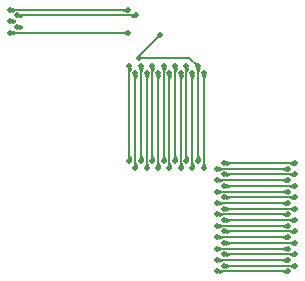
<source format=gbr>
G04 #@! TF.GenerationSoftware,KiCad,Pcbnew,(5.1.0)-1*
G04 #@! TF.CreationDate,2019-10-11T23:09:54-07:00*
G04 #@! TF.ProjectId,Miniscope-v4-FlexPC,4d696e69-7363-46f7-9065-2d76342d466c,rev?*
G04 #@! TF.SameCoordinates,Original*
G04 #@! TF.FileFunction,Copper,L2,Bot*
G04 #@! TF.FilePolarity,Positive*
%FSLAX46Y46*%
G04 Gerber Fmt 4.6, Leading zero omitted, Abs format (unit mm)*
G04 Created by KiCad (PCBNEW (5.1.0)-1) date 2019-10-11 23:09:54*
%MOMM*%
%LPD*%
G04 APERTURE LIST*
%ADD10C,0.508000*%
%ADD11C,0.152400*%
%ADD12C,0.025400*%
G04 APERTURE END LIST*
D10*
X27186800Y-17348600D03*
X27796400Y-15900802D03*
X27186800Y-15418202D03*
X35278840Y-28393660D03*
X34669240Y-28876259D03*
X35278840Y-29358859D03*
X34669240Y-29841458D03*
X35278840Y-30324058D03*
X34669240Y-30806657D03*
X35278840Y-31289257D03*
X34669240Y-31771856D03*
X35278840Y-32254456D03*
X34669240Y-32737055D03*
X35278840Y-33219655D03*
X34669240Y-33702254D03*
X35278840Y-34184854D03*
X34669240Y-34667453D03*
X35278840Y-35150053D03*
X34669240Y-35632652D03*
X35278840Y-36115252D03*
X34669240Y-36597851D03*
X35278840Y-37080451D03*
X34669240Y-37563050D03*
X41278840Y-28393660D03*
X40669240Y-28876259D03*
X41278840Y-29358859D03*
X40669240Y-29841458D03*
X41278840Y-30324058D03*
X40669240Y-30806657D03*
X41278840Y-31289257D03*
X40669240Y-31771856D03*
X41278840Y-32254456D03*
X40669240Y-32737055D03*
X41278840Y-33219655D03*
X40669240Y-33702254D03*
X41278840Y-34184854D03*
X40669240Y-34667453D03*
X41278840Y-35150053D03*
X40669240Y-35632652D03*
X41278840Y-36115252D03*
X40669240Y-36597851D03*
X41278840Y-37080451D03*
X40669240Y-37563050D03*
X27280380Y-28193000D03*
X27762979Y-28802600D03*
X28245579Y-28193000D03*
X28728178Y-28802600D03*
X29210778Y-28193000D03*
X29693377Y-28802600D03*
X30175977Y-28193000D03*
X30658576Y-28802600D03*
X31141176Y-28193000D03*
X31623775Y-28802600D03*
X32106375Y-28193000D03*
X32588974Y-28802600D03*
X33071574Y-28193000D03*
X33554173Y-28802600D03*
X27280380Y-20193000D03*
X27762979Y-20802600D03*
X28245579Y-20193000D03*
X28728178Y-20802600D03*
X29210778Y-20193000D03*
X29693377Y-20802600D03*
X30175977Y-20193000D03*
X30658576Y-20802600D03*
X31141176Y-20193000D03*
X31623775Y-20802600D03*
X32106375Y-20193000D03*
X32588974Y-20802600D03*
X33071574Y-20193000D03*
X33554173Y-20802600D03*
X17796400Y-16866001D03*
X17186800Y-17348600D03*
X17796400Y-15900802D03*
X17186800Y-16383401D03*
X17186800Y-15418202D03*
X28092400Y-19481800D03*
X29895800Y-17551400D03*
D11*
X40863299Y-28393660D02*
X41278840Y-28393660D01*
X35278840Y-28393660D02*
X40863299Y-28393660D01*
X40669240Y-28876259D02*
X34669240Y-28876259D01*
X40863299Y-29358859D02*
X41278840Y-29358859D01*
X35278840Y-29358859D02*
X40863299Y-29358859D01*
X40669240Y-29841458D02*
X34669240Y-29841458D01*
X35278840Y-30324058D02*
X41278840Y-30324058D01*
X35084781Y-30806657D02*
X34669240Y-30806657D01*
X40669240Y-30806657D02*
X35084781Y-30806657D01*
X35278840Y-31289257D02*
X41278840Y-31289257D01*
X34669240Y-31771856D02*
X40669240Y-31771856D01*
X40475181Y-32254456D02*
X35278840Y-32254456D01*
X41278840Y-32254456D02*
X40475181Y-32254456D01*
X34669240Y-32737055D02*
X40669240Y-32737055D01*
X41278840Y-33219655D02*
X35278840Y-33219655D01*
X34669240Y-33702254D02*
X40669240Y-33702254D01*
X40475182Y-34184854D02*
X35278840Y-34184854D01*
X41278840Y-34184854D02*
X40475182Y-34184854D01*
X34669240Y-34667453D02*
X40669240Y-34667453D01*
X40919630Y-35150053D02*
X35278840Y-35150053D01*
X41278840Y-35150053D02*
X40919630Y-35150053D01*
X34669240Y-35632652D02*
X40669240Y-35632652D01*
X41278840Y-36115252D02*
X35278840Y-36115252D01*
X34669240Y-36597851D02*
X40669240Y-36597851D01*
X40919630Y-37080451D02*
X35278840Y-37080451D01*
X41278840Y-37080451D02*
X40919630Y-37080451D01*
X34669240Y-37563050D02*
X40669240Y-37563050D01*
X17546010Y-15418202D02*
X27186800Y-15418202D01*
X17186800Y-15418202D02*
X17546010Y-15418202D01*
X26992741Y-15900802D02*
X17796400Y-15900802D01*
X27796400Y-15900802D02*
X26992741Y-15900802D01*
X17186800Y-17348600D02*
X27186800Y-17348600D01*
X33554173Y-28443390D02*
X33554173Y-20802600D01*
X33554173Y-28802600D02*
X33554173Y-28443390D01*
X33071574Y-20996658D02*
X33071574Y-28193000D01*
X33071574Y-20193000D02*
X33071574Y-20996658D01*
X32360374Y-19481800D02*
X33071574Y-20193000D01*
X28092400Y-19481800D02*
X32360374Y-19481800D01*
X28092400Y-19354800D02*
X28092400Y-19481800D01*
X29895800Y-17551400D02*
X28092400Y-19354800D01*
X32588974Y-28802600D02*
X32588974Y-20802600D01*
X32106375Y-20996658D02*
X32106375Y-28193000D01*
X32106375Y-20193000D02*
X32106375Y-20996658D01*
X31623775Y-28802600D02*
X31623775Y-20802600D01*
X31141176Y-20193000D02*
X31141176Y-28193000D01*
X30658576Y-28802600D02*
X30658576Y-20802600D01*
X30175977Y-20996658D02*
X30175977Y-28193000D01*
X30175977Y-20193000D02*
X30175977Y-20996658D01*
X29693377Y-28802600D02*
X29693377Y-20802600D01*
X29210778Y-20193000D02*
X29210778Y-28193000D01*
X28728178Y-28443390D02*
X28728178Y-20802600D01*
X28728178Y-28802600D02*
X28728178Y-28443390D01*
X28245579Y-20193000D02*
X28245579Y-28193000D01*
X27762979Y-27998942D02*
X27762979Y-20802600D01*
X27762979Y-28802600D02*
X27762979Y-27998942D01*
X27280380Y-20193000D02*
X27280380Y-28193000D01*
D12*
G36*
X41380414Y-28393660D02*
G01*
X41099331Y-28555715D01*
X41085939Y-28542960D01*
X41085255Y-28542354D01*
X41064288Y-28525082D01*
X41063520Y-28524496D01*
X41041854Y-28509256D01*
X41041005Y-28508708D01*
X41018639Y-28495500D01*
X41017719Y-28495007D01*
X40994654Y-28483831D01*
X40993677Y-28483407D01*
X40969913Y-28474263D01*
X40968898Y-28473921D01*
X40944434Y-28466808D01*
X40943401Y-28466554D01*
X40918237Y-28461475D01*
X40917210Y-28461311D01*
X40891347Y-28458263D01*
X40890346Y-28458185D01*
X40875999Y-28457636D01*
X40875999Y-28329684D01*
X40890346Y-28329135D01*
X40891347Y-28329057D01*
X40917210Y-28326009D01*
X40918237Y-28325845D01*
X40943401Y-28320765D01*
X40944433Y-28320511D01*
X40968897Y-28313399D01*
X40969913Y-28313057D01*
X40993677Y-28303913D01*
X40994654Y-28303489D01*
X41017719Y-28292313D01*
X41018639Y-28291819D01*
X41041005Y-28278610D01*
X41041853Y-28278063D01*
X41063519Y-28262824D01*
X41064288Y-28262238D01*
X41085255Y-28244966D01*
X41085939Y-28244360D01*
X41099331Y-28231605D01*
X41380414Y-28393660D01*
X41380414Y-28393660D01*
G37*
X41380414Y-28393660D02*
X41099331Y-28555715D01*
X41085939Y-28542960D01*
X41085255Y-28542354D01*
X41064288Y-28525082D01*
X41063520Y-28524496D01*
X41041854Y-28509256D01*
X41041005Y-28508708D01*
X41018639Y-28495500D01*
X41017719Y-28495007D01*
X40994654Y-28483831D01*
X40993677Y-28483407D01*
X40969913Y-28474263D01*
X40968898Y-28473921D01*
X40944434Y-28466808D01*
X40943401Y-28466554D01*
X40918237Y-28461475D01*
X40917210Y-28461311D01*
X40891347Y-28458263D01*
X40890346Y-28458185D01*
X40875999Y-28457636D01*
X40875999Y-28329684D01*
X40890346Y-28329135D01*
X40891347Y-28329057D01*
X40917210Y-28326009D01*
X40918237Y-28325845D01*
X40943401Y-28320765D01*
X40944433Y-28320511D01*
X40968897Y-28313399D01*
X40969913Y-28313057D01*
X40993677Y-28303913D01*
X40994654Y-28303489D01*
X41017719Y-28292313D01*
X41018639Y-28291819D01*
X41041005Y-28278610D01*
X41041853Y-28278063D01*
X41063519Y-28262824D01*
X41064288Y-28262238D01*
X41085255Y-28244966D01*
X41085939Y-28244360D01*
X41099331Y-28231605D01*
X41380414Y-28393660D01*
G36*
X35471908Y-28244389D02*
G01*
X35472655Y-28245043D01*
X35494033Y-28262315D01*
X35494859Y-28262929D01*
X35517210Y-28278169D01*
X35518107Y-28278727D01*
X35541432Y-28291935D01*
X35542383Y-28292422D01*
X35566682Y-28303598D01*
X35567668Y-28304002D01*
X35592939Y-28313146D01*
X35593939Y-28313462D01*
X35620185Y-28320573D01*
X35621176Y-28320799D01*
X35648395Y-28325880D01*
X35649360Y-28326022D01*
X35677552Y-28329070D01*
X35678475Y-28329136D01*
X35695384Y-28329725D01*
X35695384Y-28457595D01*
X35678475Y-28458184D01*
X35677552Y-28458250D01*
X35649360Y-28461298D01*
X35648395Y-28461440D01*
X35621176Y-28466520D01*
X35620184Y-28466746D01*
X35593938Y-28473858D01*
X35592939Y-28474174D01*
X35567668Y-28483318D01*
X35566682Y-28483722D01*
X35542383Y-28494898D01*
X35541433Y-28495385D01*
X35518108Y-28508592D01*
X35517210Y-28509150D01*
X35494859Y-28524391D01*
X35494033Y-28525005D01*
X35472655Y-28542277D01*
X35471908Y-28542931D01*
X35458378Y-28555732D01*
X35177266Y-28393660D01*
X35458378Y-28231588D01*
X35471908Y-28244389D01*
X35471908Y-28244389D01*
G37*
X35471908Y-28244389D02*
X35472655Y-28245043D01*
X35494033Y-28262315D01*
X35494859Y-28262929D01*
X35517210Y-28278169D01*
X35518107Y-28278727D01*
X35541432Y-28291935D01*
X35542383Y-28292422D01*
X35566682Y-28303598D01*
X35567668Y-28304002D01*
X35592939Y-28313146D01*
X35593939Y-28313462D01*
X35620185Y-28320573D01*
X35621176Y-28320799D01*
X35648395Y-28325880D01*
X35649360Y-28326022D01*
X35677552Y-28329070D01*
X35678475Y-28329136D01*
X35695384Y-28329725D01*
X35695384Y-28457595D01*
X35678475Y-28458184D01*
X35677552Y-28458250D01*
X35649360Y-28461298D01*
X35648395Y-28461440D01*
X35621176Y-28466520D01*
X35620184Y-28466746D01*
X35593938Y-28473858D01*
X35592939Y-28474174D01*
X35567668Y-28483318D01*
X35566682Y-28483722D01*
X35542383Y-28494898D01*
X35541433Y-28495385D01*
X35518108Y-28508592D01*
X35517210Y-28509150D01*
X35494859Y-28524391D01*
X35494033Y-28525005D01*
X35472655Y-28542277D01*
X35471908Y-28542931D01*
X35458378Y-28555732D01*
X35177266Y-28393660D01*
X35458378Y-28231588D01*
X35471908Y-28244389D01*
G36*
X34862308Y-28726988D02*
G01*
X34863055Y-28727642D01*
X34884433Y-28744914D01*
X34885259Y-28745528D01*
X34907610Y-28760768D01*
X34908507Y-28761326D01*
X34931832Y-28774534D01*
X34932783Y-28775021D01*
X34957082Y-28786197D01*
X34958068Y-28786601D01*
X34983339Y-28795745D01*
X34984339Y-28796061D01*
X35010585Y-28803172D01*
X35011576Y-28803398D01*
X35038795Y-28808479D01*
X35039760Y-28808621D01*
X35067952Y-28811669D01*
X35068875Y-28811735D01*
X35085784Y-28812324D01*
X35085784Y-28940194D01*
X35068875Y-28940783D01*
X35067952Y-28940849D01*
X35039760Y-28943897D01*
X35038795Y-28944039D01*
X35011576Y-28949119D01*
X35010584Y-28949345D01*
X34984338Y-28956457D01*
X34983339Y-28956773D01*
X34958068Y-28965917D01*
X34957082Y-28966321D01*
X34932783Y-28977497D01*
X34931833Y-28977984D01*
X34908508Y-28991191D01*
X34907610Y-28991749D01*
X34885259Y-29006990D01*
X34884433Y-29007604D01*
X34863055Y-29024876D01*
X34862308Y-29025530D01*
X34848778Y-29038331D01*
X34567666Y-28876259D01*
X34848778Y-28714187D01*
X34862308Y-28726988D01*
X34862308Y-28726988D01*
G37*
X34862308Y-28726988D02*
X34863055Y-28727642D01*
X34884433Y-28744914D01*
X34885259Y-28745528D01*
X34907610Y-28760768D01*
X34908507Y-28761326D01*
X34931832Y-28774534D01*
X34932783Y-28775021D01*
X34957082Y-28786197D01*
X34958068Y-28786601D01*
X34983339Y-28795745D01*
X34984339Y-28796061D01*
X35010585Y-28803172D01*
X35011576Y-28803398D01*
X35038795Y-28808479D01*
X35039760Y-28808621D01*
X35067952Y-28811669D01*
X35068875Y-28811735D01*
X35085784Y-28812324D01*
X35085784Y-28940194D01*
X35068875Y-28940783D01*
X35067952Y-28940849D01*
X35039760Y-28943897D01*
X35038795Y-28944039D01*
X35011576Y-28949119D01*
X35010584Y-28949345D01*
X34984338Y-28956457D01*
X34983339Y-28956773D01*
X34958068Y-28965917D01*
X34957082Y-28966321D01*
X34932783Y-28977497D01*
X34931833Y-28977984D01*
X34908508Y-28991191D01*
X34907610Y-28991749D01*
X34885259Y-29006990D01*
X34884433Y-29007604D01*
X34863055Y-29024876D01*
X34862308Y-29025530D01*
X34848778Y-29038331D01*
X34567666Y-28876259D01*
X34848778Y-28714187D01*
X34862308Y-28726988D01*
G36*
X40770814Y-28876259D02*
G01*
X40489703Y-29038331D01*
X40476171Y-29025529D01*
X40475424Y-29024876D01*
X40454046Y-29007604D01*
X40453220Y-29006990D01*
X40430869Y-28991750D01*
X40429972Y-28991192D01*
X40406647Y-28977984D01*
X40405696Y-28977497D01*
X40381398Y-28966321D01*
X40380412Y-28965917D01*
X40355140Y-28956773D01*
X40354141Y-28956457D01*
X40327895Y-28949344D01*
X40326903Y-28949117D01*
X40299684Y-28944038D01*
X40298719Y-28943897D01*
X40270527Y-28940849D01*
X40269604Y-28940783D01*
X40252696Y-28940194D01*
X40252696Y-28812324D01*
X40269604Y-28811735D01*
X40270527Y-28811669D01*
X40298719Y-28808621D01*
X40299684Y-28808479D01*
X40326903Y-28803399D01*
X40327895Y-28803173D01*
X40354141Y-28796061D01*
X40355140Y-28795745D01*
X40380412Y-28786601D01*
X40381398Y-28786197D01*
X40405696Y-28775021D01*
X40406647Y-28774534D01*
X40429972Y-28761325D01*
X40430868Y-28760767D01*
X40453219Y-28745528D01*
X40454046Y-28744914D01*
X40475424Y-28727642D01*
X40476171Y-28726989D01*
X40489703Y-28714187D01*
X40770814Y-28876259D01*
X40770814Y-28876259D01*
G37*
X40770814Y-28876259D02*
X40489703Y-29038331D01*
X40476171Y-29025529D01*
X40475424Y-29024876D01*
X40454046Y-29007604D01*
X40453220Y-29006990D01*
X40430869Y-28991750D01*
X40429972Y-28991192D01*
X40406647Y-28977984D01*
X40405696Y-28977497D01*
X40381398Y-28966321D01*
X40380412Y-28965917D01*
X40355140Y-28956773D01*
X40354141Y-28956457D01*
X40327895Y-28949344D01*
X40326903Y-28949117D01*
X40299684Y-28944038D01*
X40298719Y-28943897D01*
X40270527Y-28940849D01*
X40269604Y-28940783D01*
X40252696Y-28940194D01*
X40252696Y-28812324D01*
X40269604Y-28811735D01*
X40270527Y-28811669D01*
X40298719Y-28808621D01*
X40299684Y-28808479D01*
X40326903Y-28803399D01*
X40327895Y-28803173D01*
X40354141Y-28796061D01*
X40355140Y-28795745D01*
X40380412Y-28786601D01*
X40381398Y-28786197D01*
X40405696Y-28775021D01*
X40406647Y-28774534D01*
X40429972Y-28761325D01*
X40430868Y-28760767D01*
X40453219Y-28745528D01*
X40454046Y-28744914D01*
X40475424Y-28727642D01*
X40476171Y-28726989D01*
X40489703Y-28714187D01*
X40770814Y-28876259D01*
G36*
X41380414Y-29358859D02*
G01*
X41099331Y-29520914D01*
X41085939Y-29508159D01*
X41085255Y-29507553D01*
X41064288Y-29490281D01*
X41063520Y-29489695D01*
X41041854Y-29474455D01*
X41041005Y-29473907D01*
X41018639Y-29460699D01*
X41017719Y-29460206D01*
X40994654Y-29449030D01*
X40993677Y-29448606D01*
X40969913Y-29439462D01*
X40968898Y-29439120D01*
X40944434Y-29432007D01*
X40943401Y-29431753D01*
X40918237Y-29426674D01*
X40917210Y-29426510D01*
X40891347Y-29423462D01*
X40890346Y-29423384D01*
X40875999Y-29422835D01*
X40875999Y-29294883D01*
X40890346Y-29294334D01*
X40891347Y-29294256D01*
X40917210Y-29291208D01*
X40918237Y-29291044D01*
X40943401Y-29285964D01*
X40944433Y-29285710D01*
X40968897Y-29278598D01*
X40969913Y-29278256D01*
X40993677Y-29269112D01*
X40994654Y-29268688D01*
X41017719Y-29257512D01*
X41018639Y-29257018D01*
X41041005Y-29243809D01*
X41041853Y-29243262D01*
X41063519Y-29228023D01*
X41064288Y-29227437D01*
X41085255Y-29210165D01*
X41085939Y-29209559D01*
X41099331Y-29196804D01*
X41380414Y-29358859D01*
X41380414Y-29358859D01*
G37*
X41380414Y-29358859D02*
X41099331Y-29520914D01*
X41085939Y-29508159D01*
X41085255Y-29507553D01*
X41064288Y-29490281D01*
X41063520Y-29489695D01*
X41041854Y-29474455D01*
X41041005Y-29473907D01*
X41018639Y-29460699D01*
X41017719Y-29460206D01*
X40994654Y-29449030D01*
X40993677Y-29448606D01*
X40969913Y-29439462D01*
X40968898Y-29439120D01*
X40944434Y-29432007D01*
X40943401Y-29431753D01*
X40918237Y-29426674D01*
X40917210Y-29426510D01*
X40891347Y-29423462D01*
X40890346Y-29423384D01*
X40875999Y-29422835D01*
X40875999Y-29294883D01*
X40890346Y-29294334D01*
X40891347Y-29294256D01*
X40917210Y-29291208D01*
X40918237Y-29291044D01*
X40943401Y-29285964D01*
X40944433Y-29285710D01*
X40968897Y-29278598D01*
X40969913Y-29278256D01*
X40993677Y-29269112D01*
X40994654Y-29268688D01*
X41017719Y-29257512D01*
X41018639Y-29257018D01*
X41041005Y-29243809D01*
X41041853Y-29243262D01*
X41063519Y-29228023D01*
X41064288Y-29227437D01*
X41085255Y-29210165D01*
X41085939Y-29209559D01*
X41099331Y-29196804D01*
X41380414Y-29358859D01*
G36*
X35471908Y-29209588D02*
G01*
X35472655Y-29210242D01*
X35494033Y-29227514D01*
X35494859Y-29228128D01*
X35517210Y-29243368D01*
X35518107Y-29243926D01*
X35541432Y-29257134D01*
X35542383Y-29257621D01*
X35566682Y-29268797D01*
X35567668Y-29269201D01*
X35592939Y-29278345D01*
X35593939Y-29278661D01*
X35620185Y-29285772D01*
X35621176Y-29285998D01*
X35648395Y-29291079D01*
X35649360Y-29291221D01*
X35677552Y-29294269D01*
X35678475Y-29294335D01*
X35695384Y-29294924D01*
X35695384Y-29422794D01*
X35678475Y-29423383D01*
X35677552Y-29423449D01*
X35649360Y-29426497D01*
X35648395Y-29426639D01*
X35621176Y-29431719D01*
X35620184Y-29431945D01*
X35593938Y-29439057D01*
X35592939Y-29439373D01*
X35567668Y-29448517D01*
X35566682Y-29448921D01*
X35542383Y-29460097D01*
X35541433Y-29460584D01*
X35518108Y-29473791D01*
X35517210Y-29474349D01*
X35494859Y-29489590D01*
X35494033Y-29490204D01*
X35472655Y-29507476D01*
X35471908Y-29508130D01*
X35458378Y-29520931D01*
X35177266Y-29358859D01*
X35458378Y-29196787D01*
X35471908Y-29209588D01*
X35471908Y-29209588D01*
G37*
X35471908Y-29209588D02*
X35472655Y-29210242D01*
X35494033Y-29227514D01*
X35494859Y-29228128D01*
X35517210Y-29243368D01*
X35518107Y-29243926D01*
X35541432Y-29257134D01*
X35542383Y-29257621D01*
X35566682Y-29268797D01*
X35567668Y-29269201D01*
X35592939Y-29278345D01*
X35593939Y-29278661D01*
X35620185Y-29285772D01*
X35621176Y-29285998D01*
X35648395Y-29291079D01*
X35649360Y-29291221D01*
X35677552Y-29294269D01*
X35678475Y-29294335D01*
X35695384Y-29294924D01*
X35695384Y-29422794D01*
X35678475Y-29423383D01*
X35677552Y-29423449D01*
X35649360Y-29426497D01*
X35648395Y-29426639D01*
X35621176Y-29431719D01*
X35620184Y-29431945D01*
X35593938Y-29439057D01*
X35592939Y-29439373D01*
X35567668Y-29448517D01*
X35566682Y-29448921D01*
X35542383Y-29460097D01*
X35541433Y-29460584D01*
X35518108Y-29473791D01*
X35517210Y-29474349D01*
X35494859Y-29489590D01*
X35494033Y-29490204D01*
X35472655Y-29507476D01*
X35471908Y-29508130D01*
X35458378Y-29520931D01*
X35177266Y-29358859D01*
X35458378Y-29196787D01*
X35471908Y-29209588D01*
G36*
X34862308Y-29692187D02*
G01*
X34863055Y-29692841D01*
X34884433Y-29710113D01*
X34885259Y-29710727D01*
X34907610Y-29725967D01*
X34908507Y-29726525D01*
X34931832Y-29739733D01*
X34932783Y-29740220D01*
X34957082Y-29751396D01*
X34958068Y-29751800D01*
X34983339Y-29760944D01*
X34984339Y-29761260D01*
X35010585Y-29768371D01*
X35011576Y-29768597D01*
X35038795Y-29773678D01*
X35039760Y-29773820D01*
X35067952Y-29776868D01*
X35068875Y-29776934D01*
X35085784Y-29777523D01*
X35085784Y-29905393D01*
X35068875Y-29905982D01*
X35067952Y-29906048D01*
X35039760Y-29909096D01*
X35038795Y-29909238D01*
X35011576Y-29914318D01*
X35010584Y-29914544D01*
X34984338Y-29921656D01*
X34983339Y-29921972D01*
X34958068Y-29931116D01*
X34957082Y-29931520D01*
X34932783Y-29942696D01*
X34931833Y-29943183D01*
X34908508Y-29956390D01*
X34907610Y-29956948D01*
X34885259Y-29972189D01*
X34884433Y-29972803D01*
X34863055Y-29990075D01*
X34862308Y-29990729D01*
X34848778Y-30003530D01*
X34567666Y-29841458D01*
X34848778Y-29679386D01*
X34862308Y-29692187D01*
X34862308Y-29692187D01*
G37*
X34862308Y-29692187D02*
X34863055Y-29692841D01*
X34884433Y-29710113D01*
X34885259Y-29710727D01*
X34907610Y-29725967D01*
X34908507Y-29726525D01*
X34931832Y-29739733D01*
X34932783Y-29740220D01*
X34957082Y-29751396D01*
X34958068Y-29751800D01*
X34983339Y-29760944D01*
X34984339Y-29761260D01*
X35010585Y-29768371D01*
X35011576Y-29768597D01*
X35038795Y-29773678D01*
X35039760Y-29773820D01*
X35067952Y-29776868D01*
X35068875Y-29776934D01*
X35085784Y-29777523D01*
X35085784Y-29905393D01*
X35068875Y-29905982D01*
X35067952Y-29906048D01*
X35039760Y-29909096D01*
X35038795Y-29909238D01*
X35011576Y-29914318D01*
X35010584Y-29914544D01*
X34984338Y-29921656D01*
X34983339Y-29921972D01*
X34958068Y-29931116D01*
X34957082Y-29931520D01*
X34932783Y-29942696D01*
X34931833Y-29943183D01*
X34908508Y-29956390D01*
X34907610Y-29956948D01*
X34885259Y-29972189D01*
X34884433Y-29972803D01*
X34863055Y-29990075D01*
X34862308Y-29990729D01*
X34848778Y-30003530D01*
X34567666Y-29841458D01*
X34848778Y-29679386D01*
X34862308Y-29692187D01*
G36*
X40770814Y-29841458D02*
G01*
X40489703Y-30003530D01*
X40476171Y-29990728D01*
X40475424Y-29990075D01*
X40454046Y-29972803D01*
X40453220Y-29972189D01*
X40430869Y-29956949D01*
X40429972Y-29956391D01*
X40406647Y-29943183D01*
X40405696Y-29942696D01*
X40381398Y-29931520D01*
X40380412Y-29931116D01*
X40355140Y-29921972D01*
X40354141Y-29921656D01*
X40327895Y-29914543D01*
X40326903Y-29914316D01*
X40299684Y-29909237D01*
X40298719Y-29909096D01*
X40270527Y-29906048D01*
X40269604Y-29905982D01*
X40252696Y-29905393D01*
X40252696Y-29777523D01*
X40269604Y-29776934D01*
X40270527Y-29776868D01*
X40298719Y-29773820D01*
X40299684Y-29773678D01*
X40326903Y-29768598D01*
X40327895Y-29768372D01*
X40354141Y-29761260D01*
X40355140Y-29760944D01*
X40380412Y-29751800D01*
X40381398Y-29751396D01*
X40405696Y-29740220D01*
X40406647Y-29739733D01*
X40429972Y-29726524D01*
X40430868Y-29725966D01*
X40453219Y-29710727D01*
X40454046Y-29710113D01*
X40475424Y-29692841D01*
X40476171Y-29692188D01*
X40489703Y-29679386D01*
X40770814Y-29841458D01*
X40770814Y-29841458D01*
G37*
X40770814Y-29841458D02*
X40489703Y-30003530D01*
X40476171Y-29990728D01*
X40475424Y-29990075D01*
X40454046Y-29972803D01*
X40453220Y-29972189D01*
X40430869Y-29956949D01*
X40429972Y-29956391D01*
X40406647Y-29943183D01*
X40405696Y-29942696D01*
X40381398Y-29931520D01*
X40380412Y-29931116D01*
X40355140Y-29921972D01*
X40354141Y-29921656D01*
X40327895Y-29914543D01*
X40326903Y-29914316D01*
X40299684Y-29909237D01*
X40298719Y-29909096D01*
X40270527Y-29906048D01*
X40269604Y-29905982D01*
X40252696Y-29905393D01*
X40252696Y-29777523D01*
X40269604Y-29776934D01*
X40270527Y-29776868D01*
X40298719Y-29773820D01*
X40299684Y-29773678D01*
X40326903Y-29768598D01*
X40327895Y-29768372D01*
X40354141Y-29761260D01*
X40355140Y-29760944D01*
X40380412Y-29751800D01*
X40381398Y-29751396D01*
X40405696Y-29740220D01*
X40406647Y-29739733D01*
X40429972Y-29726524D01*
X40430868Y-29725966D01*
X40453219Y-29710727D01*
X40454046Y-29710113D01*
X40475424Y-29692841D01*
X40476171Y-29692188D01*
X40489703Y-29679386D01*
X40770814Y-29841458D01*
G36*
X35471908Y-30174787D02*
G01*
X35472655Y-30175441D01*
X35494033Y-30192713D01*
X35494859Y-30193327D01*
X35517210Y-30208567D01*
X35518107Y-30209125D01*
X35541432Y-30222333D01*
X35542383Y-30222820D01*
X35566682Y-30233996D01*
X35567668Y-30234400D01*
X35592939Y-30243544D01*
X35593939Y-30243860D01*
X35620185Y-30250971D01*
X35621176Y-30251197D01*
X35648395Y-30256278D01*
X35649360Y-30256420D01*
X35677552Y-30259468D01*
X35678475Y-30259534D01*
X35695384Y-30260123D01*
X35695384Y-30387993D01*
X35678475Y-30388582D01*
X35677552Y-30388648D01*
X35649360Y-30391696D01*
X35648395Y-30391838D01*
X35621176Y-30396918D01*
X35620184Y-30397144D01*
X35593938Y-30404256D01*
X35592939Y-30404572D01*
X35567668Y-30413716D01*
X35566682Y-30414120D01*
X35542383Y-30425296D01*
X35541433Y-30425783D01*
X35518108Y-30438990D01*
X35517210Y-30439548D01*
X35494859Y-30454789D01*
X35494033Y-30455403D01*
X35472655Y-30472675D01*
X35471908Y-30473329D01*
X35458378Y-30486130D01*
X35177266Y-30324058D01*
X35458378Y-30161986D01*
X35471908Y-30174787D01*
X35471908Y-30174787D01*
G37*
X35471908Y-30174787D02*
X35472655Y-30175441D01*
X35494033Y-30192713D01*
X35494859Y-30193327D01*
X35517210Y-30208567D01*
X35518107Y-30209125D01*
X35541432Y-30222333D01*
X35542383Y-30222820D01*
X35566682Y-30233996D01*
X35567668Y-30234400D01*
X35592939Y-30243544D01*
X35593939Y-30243860D01*
X35620185Y-30250971D01*
X35621176Y-30251197D01*
X35648395Y-30256278D01*
X35649360Y-30256420D01*
X35677552Y-30259468D01*
X35678475Y-30259534D01*
X35695384Y-30260123D01*
X35695384Y-30387993D01*
X35678475Y-30388582D01*
X35677552Y-30388648D01*
X35649360Y-30391696D01*
X35648395Y-30391838D01*
X35621176Y-30396918D01*
X35620184Y-30397144D01*
X35593938Y-30404256D01*
X35592939Y-30404572D01*
X35567668Y-30413716D01*
X35566682Y-30414120D01*
X35542383Y-30425296D01*
X35541433Y-30425783D01*
X35518108Y-30438990D01*
X35517210Y-30439548D01*
X35494859Y-30454789D01*
X35494033Y-30455403D01*
X35472655Y-30472675D01*
X35471908Y-30473329D01*
X35458378Y-30486130D01*
X35177266Y-30324058D01*
X35458378Y-30161986D01*
X35471908Y-30174787D01*
G36*
X41380414Y-30324058D02*
G01*
X41099303Y-30486130D01*
X41085771Y-30473328D01*
X41085024Y-30472675D01*
X41063646Y-30455403D01*
X41062820Y-30454789D01*
X41040469Y-30439549D01*
X41039572Y-30438991D01*
X41016247Y-30425783D01*
X41015296Y-30425296D01*
X40990998Y-30414120D01*
X40990012Y-30413716D01*
X40964740Y-30404572D01*
X40963741Y-30404256D01*
X40937495Y-30397143D01*
X40936503Y-30396916D01*
X40909284Y-30391837D01*
X40908319Y-30391696D01*
X40880127Y-30388648D01*
X40879204Y-30388582D01*
X40862296Y-30387993D01*
X40862296Y-30260123D01*
X40879204Y-30259534D01*
X40880127Y-30259468D01*
X40908319Y-30256420D01*
X40909284Y-30256278D01*
X40936503Y-30251198D01*
X40937495Y-30250972D01*
X40963741Y-30243860D01*
X40964740Y-30243544D01*
X40990012Y-30234400D01*
X40990998Y-30233996D01*
X41015296Y-30222820D01*
X41016247Y-30222333D01*
X41039572Y-30209124D01*
X41040468Y-30208566D01*
X41062819Y-30193327D01*
X41063646Y-30192713D01*
X41085024Y-30175441D01*
X41085771Y-30174788D01*
X41099303Y-30161986D01*
X41380414Y-30324058D01*
X41380414Y-30324058D01*
G37*
X41380414Y-30324058D02*
X41099303Y-30486130D01*
X41085771Y-30473328D01*
X41085024Y-30472675D01*
X41063646Y-30455403D01*
X41062820Y-30454789D01*
X41040469Y-30439549D01*
X41039572Y-30438991D01*
X41016247Y-30425783D01*
X41015296Y-30425296D01*
X40990998Y-30414120D01*
X40990012Y-30413716D01*
X40964740Y-30404572D01*
X40963741Y-30404256D01*
X40937495Y-30397143D01*
X40936503Y-30396916D01*
X40909284Y-30391837D01*
X40908319Y-30391696D01*
X40880127Y-30388648D01*
X40879204Y-30388582D01*
X40862296Y-30387993D01*
X40862296Y-30260123D01*
X40879204Y-30259534D01*
X40880127Y-30259468D01*
X40908319Y-30256420D01*
X40909284Y-30256278D01*
X40936503Y-30251198D01*
X40937495Y-30250972D01*
X40963741Y-30243860D01*
X40964740Y-30243544D01*
X40990012Y-30234400D01*
X40990998Y-30233996D01*
X41015296Y-30222820D01*
X41016247Y-30222333D01*
X41039572Y-30209124D01*
X41040468Y-30208566D01*
X41062819Y-30193327D01*
X41063646Y-30192713D01*
X41085024Y-30175441D01*
X41085771Y-30174788D01*
X41099303Y-30161986D01*
X41380414Y-30324058D01*
G36*
X34862140Y-30657357D02*
G01*
X34862824Y-30657963D01*
X34883791Y-30675235D01*
X34884559Y-30675821D01*
X34906225Y-30691061D01*
X34907074Y-30691609D01*
X34929440Y-30704817D01*
X34930360Y-30705310D01*
X34953425Y-30716486D01*
X34954402Y-30716910D01*
X34978166Y-30726054D01*
X34979182Y-30726396D01*
X35003646Y-30733507D01*
X35004677Y-30733761D01*
X35029841Y-30738842D01*
X35030869Y-30739006D01*
X35056732Y-30742054D01*
X35057733Y-30742132D01*
X35072081Y-30742681D01*
X35072081Y-30870633D01*
X35057733Y-30871182D01*
X35056732Y-30871260D01*
X35030869Y-30874308D01*
X35029842Y-30874472D01*
X35004678Y-30879552D01*
X35003646Y-30879806D01*
X34979182Y-30886918D01*
X34978166Y-30887260D01*
X34954402Y-30896404D01*
X34953425Y-30896828D01*
X34930360Y-30908004D01*
X34929440Y-30908497D01*
X34907074Y-30921704D01*
X34906225Y-30922253D01*
X34884559Y-30937494D01*
X34883791Y-30938079D01*
X34862824Y-30955351D01*
X34862140Y-30955957D01*
X34848749Y-30968712D01*
X34567666Y-30806657D01*
X34848749Y-30644602D01*
X34862140Y-30657357D01*
X34862140Y-30657357D01*
G37*
X34862140Y-30657357D02*
X34862824Y-30657963D01*
X34883791Y-30675235D01*
X34884559Y-30675821D01*
X34906225Y-30691061D01*
X34907074Y-30691609D01*
X34929440Y-30704817D01*
X34930360Y-30705310D01*
X34953425Y-30716486D01*
X34954402Y-30716910D01*
X34978166Y-30726054D01*
X34979182Y-30726396D01*
X35003646Y-30733507D01*
X35004677Y-30733761D01*
X35029841Y-30738842D01*
X35030869Y-30739006D01*
X35056732Y-30742054D01*
X35057733Y-30742132D01*
X35072081Y-30742681D01*
X35072081Y-30870633D01*
X35057733Y-30871182D01*
X35056732Y-30871260D01*
X35030869Y-30874308D01*
X35029842Y-30874472D01*
X35004678Y-30879552D01*
X35003646Y-30879806D01*
X34979182Y-30886918D01*
X34978166Y-30887260D01*
X34954402Y-30896404D01*
X34953425Y-30896828D01*
X34930360Y-30908004D01*
X34929440Y-30908497D01*
X34907074Y-30921704D01*
X34906225Y-30922253D01*
X34884559Y-30937494D01*
X34883791Y-30938079D01*
X34862824Y-30955351D01*
X34862140Y-30955957D01*
X34848749Y-30968712D01*
X34567666Y-30806657D01*
X34848749Y-30644602D01*
X34862140Y-30657357D01*
G36*
X40770814Y-30806657D02*
G01*
X40489703Y-30968729D01*
X40476171Y-30955927D01*
X40475424Y-30955274D01*
X40454046Y-30938002D01*
X40453220Y-30937388D01*
X40430869Y-30922148D01*
X40429972Y-30921590D01*
X40406647Y-30908382D01*
X40405696Y-30907895D01*
X40381398Y-30896719D01*
X40380412Y-30896315D01*
X40355140Y-30887171D01*
X40354141Y-30886855D01*
X40327895Y-30879742D01*
X40326903Y-30879515D01*
X40299684Y-30874436D01*
X40298719Y-30874295D01*
X40270527Y-30871247D01*
X40269604Y-30871181D01*
X40252696Y-30870592D01*
X40252696Y-30742722D01*
X40269604Y-30742133D01*
X40270527Y-30742067D01*
X40298719Y-30739019D01*
X40299684Y-30738877D01*
X40326903Y-30733797D01*
X40327895Y-30733571D01*
X40354141Y-30726459D01*
X40355140Y-30726143D01*
X40380412Y-30716999D01*
X40381398Y-30716595D01*
X40405696Y-30705419D01*
X40406647Y-30704932D01*
X40429972Y-30691723D01*
X40430868Y-30691165D01*
X40453219Y-30675926D01*
X40454046Y-30675312D01*
X40475424Y-30658040D01*
X40476171Y-30657387D01*
X40489703Y-30644585D01*
X40770814Y-30806657D01*
X40770814Y-30806657D01*
G37*
X40770814Y-30806657D02*
X40489703Y-30968729D01*
X40476171Y-30955927D01*
X40475424Y-30955274D01*
X40454046Y-30938002D01*
X40453220Y-30937388D01*
X40430869Y-30922148D01*
X40429972Y-30921590D01*
X40406647Y-30908382D01*
X40405696Y-30907895D01*
X40381398Y-30896719D01*
X40380412Y-30896315D01*
X40355140Y-30887171D01*
X40354141Y-30886855D01*
X40327895Y-30879742D01*
X40326903Y-30879515D01*
X40299684Y-30874436D01*
X40298719Y-30874295D01*
X40270527Y-30871247D01*
X40269604Y-30871181D01*
X40252696Y-30870592D01*
X40252696Y-30742722D01*
X40269604Y-30742133D01*
X40270527Y-30742067D01*
X40298719Y-30739019D01*
X40299684Y-30738877D01*
X40326903Y-30733797D01*
X40327895Y-30733571D01*
X40354141Y-30726459D01*
X40355140Y-30726143D01*
X40380412Y-30716999D01*
X40381398Y-30716595D01*
X40405696Y-30705419D01*
X40406647Y-30704932D01*
X40429972Y-30691723D01*
X40430868Y-30691165D01*
X40453219Y-30675926D01*
X40454046Y-30675312D01*
X40475424Y-30658040D01*
X40476171Y-30657387D01*
X40489703Y-30644585D01*
X40770814Y-30806657D01*
G36*
X35471908Y-31139986D02*
G01*
X35472655Y-31140640D01*
X35494033Y-31157912D01*
X35494859Y-31158526D01*
X35517210Y-31173766D01*
X35518107Y-31174324D01*
X35541432Y-31187532D01*
X35542383Y-31188019D01*
X35566682Y-31199195D01*
X35567668Y-31199599D01*
X35592939Y-31208743D01*
X35593939Y-31209059D01*
X35620185Y-31216170D01*
X35621176Y-31216396D01*
X35648395Y-31221477D01*
X35649360Y-31221619D01*
X35677552Y-31224667D01*
X35678475Y-31224733D01*
X35695384Y-31225322D01*
X35695384Y-31353192D01*
X35678475Y-31353781D01*
X35677552Y-31353847D01*
X35649360Y-31356895D01*
X35648395Y-31357037D01*
X35621176Y-31362117D01*
X35620184Y-31362343D01*
X35593938Y-31369455D01*
X35592939Y-31369771D01*
X35567668Y-31378915D01*
X35566682Y-31379319D01*
X35542383Y-31390495D01*
X35541433Y-31390982D01*
X35518108Y-31404189D01*
X35517210Y-31404747D01*
X35494859Y-31419988D01*
X35494033Y-31420602D01*
X35472655Y-31437874D01*
X35471908Y-31438528D01*
X35458378Y-31451329D01*
X35177266Y-31289257D01*
X35458378Y-31127185D01*
X35471908Y-31139986D01*
X35471908Y-31139986D01*
G37*
X35471908Y-31139986D02*
X35472655Y-31140640D01*
X35494033Y-31157912D01*
X35494859Y-31158526D01*
X35517210Y-31173766D01*
X35518107Y-31174324D01*
X35541432Y-31187532D01*
X35542383Y-31188019D01*
X35566682Y-31199195D01*
X35567668Y-31199599D01*
X35592939Y-31208743D01*
X35593939Y-31209059D01*
X35620185Y-31216170D01*
X35621176Y-31216396D01*
X35648395Y-31221477D01*
X35649360Y-31221619D01*
X35677552Y-31224667D01*
X35678475Y-31224733D01*
X35695384Y-31225322D01*
X35695384Y-31353192D01*
X35678475Y-31353781D01*
X35677552Y-31353847D01*
X35649360Y-31356895D01*
X35648395Y-31357037D01*
X35621176Y-31362117D01*
X35620184Y-31362343D01*
X35593938Y-31369455D01*
X35592939Y-31369771D01*
X35567668Y-31378915D01*
X35566682Y-31379319D01*
X35542383Y-31390495D01*
X35541433Y-31390982D01*
X35518108Y-31404189D01*
X35517210Y-31404747D01*
X35494859Y-31419988D01*
X35494033Y-31420602D01*
X35472655Y-31437874D01*
X35471908Y-31438528D01*
X35458378Y-31451329D01*
X35177266Y-31289257D01*
X35458378Y-31127185D01*
X35471908Y-31139986D01*
G36*
X41380414Y-31289257D02*
G01*
X41099303Y-31451329D01*
X41085771Y-31438527D01*
X41085024Y-31437874D01*
X41063646Y-31420602D01*
X41062820Y-31419988D01*
X41040469Y-31404748D01*
X41039572Y-31404190D01*
X41016247Y-31390982D01*
X41015296Y-31390495D01*
X40990998Y-31379319D01*
X40990012Y-31378915D01*
X40964740Y-31369771D01*
X40963741Y-31369455D01*
X40937495Y-31362342D01*
X40936503Y-31362115D01*
X40909284Y-31357036D01*
X40908319Y-31356895D01*
X40880127Y-31353847D01*
X40879204Y-31353781D01*
X40862296Y-31353192D01*
X40862296Y-31225322D01*
X40879204Y-31224733D01*
X40880127Y-31224667D01*
X40908319Y-31221619D01*
X40909284Y-31221477D01*
X40936503Y-31216397D01*
X40937495Y-31216171D01*
X40963741Y-31209059D01*
X40964740Y-31208743D01*
X40990012Y-31199599D01*
X40990998Y-31199195D01*
X41015296Y-31188019D01*
X41016247Y-31187532D01*
X41039572Y-31174323D01*
X41040468Y-31173765D01*
X41062819Y-31158526D01*
X41063646Y-31157912D01*
X41085024Y-31140640D01*
X41085771Y-31139987D01*
X41099303Y-31127185D01*
X41380414Y-31289257D01*
X41380414Y-31289257D01*
G37*
X41380414Y-31289257D02*
X41099303Y-31451329D01*
X41085771Y-31438527D01*
X41085024Y-31437874D01*
X41063646Y-31420602D01*
X41062820Y-31419988D01*
X41040469Y-31404748D01*
X41039572Y-31404190D01*
X41016247Y-31390982D01*
X41015296Y-31390495D01*
X40990998Y-31379319D01*
X40990012Y-31378915D01*
X40964740Y-31369771D01*
X40963741Y-31369455D01*
X40937495Y-31362342D01*
X40936503Y-31362115D01*
X40909284Y-31357036D01*
X40908319Y-31356895D01*
X40880127Y-31353847D01*
X40879204Y-31353781D01*
X40862296Y-31353192D01*
X40862296Y-31225322D01*
X40879204Y-31224733D01*
X40880127Y-31224667D01*
X40908319Y-31221619D01*
X40909284Y-31221477D01*
X40936503Y-31216397D01*
X40937495Y-31216171D01*
X40963741Y-31209059D01*
X40964740Y-31208743D01*
X40990012Y-31199599D01*
X40990998Y-31199195D01*
X41015296Y-31188019D01*
X41016247Y-31187532D01*
X41039572Y-31174323D01*
X41040468Y-31173765D01*
X41062819Y-31158526D01*
X41063646Y-31157912D01*
X41085024Y-31140640D01*
X41085771Y-31139987D01*
X41099303Y-31127185D01*
X41380414Y-31289257D01*
G36*
X34862308Y-31622585D02*
G01*
X34863055Y-31623239D01*
X34884433Y-31640511D01*
X34885259Y-31641125D01*
X34907610Y-31656365D01*
X34908507Y-31656923D01*
X34931832Y-31670131D01*
X34932783Y-31670618D01*
X34957082Y-31681794D01*
X34958068Y-31682198D01*
X34983339Y-31691342D01*
X34984339Y-31691658D01*
X35010585Y-31698769D01*
X35011576Y-31698995D01*
X35038795Y-31704076D01*
X35039760Y-31704218D01*
X35067952Y-31707266D01*
X35068875Y-31707332D01*
X35085784Y-31707921D01*
X35085784Y-31835791D01*
X35068875Y-31836380D01*
X35067952Y-31836446D01*
X35039760Y-31839494D01*
X35038795Y-31839636D01*
X35011576Y-31844716D01*
X35010584Y-31844942D01*
X34984338Y-31852054D01*
X34983339Y-31852370D01*
X34958068Y-31861514D01*
X34957082Y-31861918D01*
X34932783Y-31873094D01*
X34931833Y-31873581D01*
X34908508Y-31886788D01*
X34907610Y-31887346D01*
X34885259Y-31902587D01*
X34884433Y-31903201D01*
X34863055Y-31920473D01*
X34862308Y-31921127D01*
X34848778Y-31933928D01*
X34567666Y-31771856D01*
X34848778Y-31609784D01*
X34862308Y-31622585D01*
X34862308Y-31622585D01*
G37*
X34862308Y-31622585D02*
X34863055Y-31623239D01*
X34884433Y-31640511D01*
X34885259Y-31641125D01*
X34907610Y-31656365D01*
X34908507Y-31656923D01*
X34931832Y-31670131D01*
X34932783Y-31670618D01*
X34957082Y-31681794D01*
X34958068Y-31682198D01*
X34983339Y-31691342D01*
X34984339Y-31691658D01*
X35010585Y-31698769D01*
X35011576Y-31698995D01*
X35038795Y-31704076D01*
X35039760Y-31704218D01*
X35067952Y-31707266D01*
X35068875Y-31707332D01*
X35085784Y-31707921D01*
X35085784Y-31835791D01*
X35068875Y-31836380D01*
X35067952Y-31836446D01*
X35039760Y-31839494D01*
X35038795Y-31839636D01*
X35011576Y-31844716D01*
X35010584Y-31844942D01*
X34984338Y-31852054D01*
X34983339Y-31852370D01*
X34958068Y-31861514D01*
X34957082Y-31861918D01*
X34932783Y-31873094D01*
X34931833Y-31873581D01*
X34908508Y-31886788D01*
X34907610Y-31887346D01*
X34885259Y-31902587D01*
X34884433Y-31903201D01*
X34863055Y-31920473D01*
X34862308Y-31921127D01*
X34848778Y-31933928D01*
X34567666Y-31771856D01*
X34848778Y-31609784D01*
X34862308Y-31622585D01*
G36*
X40770814Y-31771856D02*
G01*
X40489703Y-31933928D01*
X40476171Y-31921126D01*
X40475424Y-31920473D01*
X40454046Y-31903201D01*
X40453220Y-31902587D01*
X40430869Y-31887347D01*
X40429972Y-31886789D01*
X40406647Y-31873581D01*
X40405696Y-31873094D01*
X40381398Y-31861918D01*
X40380412Y-31861514D01*
X40355140Y-31852370D01*
X40354141Y-31852054D01*
X40327895Y-31844941D01*
X40326903Y-31844714D01*
X40299684Y-31839635D01*
X40298719Y-31839494D01*
X40270527Y-31836446D01*
X40269604Y-31836380D01*
X40252696Y-31835791D01*
X40252696Y-31707921D01*
X40269604Y-31707332D01*
X40270527Y-31707266D01*
X40298719Y-31704218D01*
X40299684Y-31704076D01*
X40326903Y-31698996D01*
X40327895Y-31698770D01*
X40354141Y-31691658D01*
X40355140Y-31691342D01*
X40380412Y-31682198D01*
X40381398Y-31681794D01*
X40405696Y-31670618D01*
X40406647Y-31670131D01*
X40429972Y-31656922D01*
X40430868Y-31656364D01*
X40453219Y-31641125D01*
X40454046Y-31640511D01*
X40475424Y-31623239D01*
X40476171Y-31622586D01*
X40489703Y-31609784D01*
X40770814Y-31771856D01*
X40770814Y-31771856D01*
G37*
X40770814Y-31771856D02*
X40489703Y-31933928D01*
X40476171Y-31921126D01*
X40475424Y-31920473D01*
X40454046Y-31903201D01*
X40453220Y-31902587D01*
X40430869Y-31887347D01*
X40429972Y-31886789D01*
X40406647Y-31873581D01*
X40405696Y-31873094D01*
X40381398Y-31861918D01*
X40380412Y-31861514D01*
X40355140Y-31852370D01*
X40354141Y-31852054D01*
X40327895Y-31844941D01*
X40326903Y-31844714D01*
X40299684Y-31839635D01*
X40298719Y-31839494D01*
X40270527Y-31836446D01*
X40269604Y-31836380D01*
X40252696Y-31835791D01*
X40252696Y-31707921D01*
X40269604Y-31707332D01*
X40270527Y-31707266D01*
X40298719Y-31704218D01*
X40299684Y-31704076D01*
X40326903Y-31698996D01*
X40327895Y-31698770D01*
X40354141Y-31691658D01*
X40355140Y-31691342D01*
X40380412Y-31682198D01*
X40381398Y-31681794D01*
X40405696Y-31670618D01*
X40406647Y-31670131D01*
X40429972Y-31656922D01*
X40430868Y-31656364D01*
X40453219Y-31641125D01*
X40454046Y-31640511D01*
X40475424Y-31623239D01*
X40476171Y-31622586D01*
X40489703Y-31609784D01*
X40770814Y-31771856D01*
G36*
X35471908Y-32105185D02*
G01*
X35472655Y-32105839D01*
X35494033Y-32123111D01*
X35494859Y-32123725D01*
X35517210Y-32138965D01*
X35518107Y-32139523D01*
X35541432Y-32152731D01*
X35542383Y-32153218D01*
X35566682Y-32164394D01*
X35567668Y-32164798D01*
X35592939Y-32173942D01*
X35593939Y-32174258D01*
X35620185Y-32181369D01*
X35621176Y-32181595D01*
X35648395Y-32186676D01*
X35649360Y-32186818D01*
X35677552Y-32189866D01*
X35678475Y-32189932D01*
X35695384Y-32190521D01*
X35695384Y-32318391D01*
X35678475Y-32318980D01*
X35677552Y-32319046D01*
X35649360Y-32322094D01*
X35648395Y-32322236D01*
X35621176Y-32327316D01*
X35620184Y-32327542D01*
X35593938Y-32334654D01*
X35592939Y-32334970D01*
X35567668Y-32344114D01*
X35566682Y-32344518D01*
X35542383Y-32355694D01*
X35541433Y-32356181D01*
X35518108Y-32369388D01*
X35517210Y-32369946D01*
X35494859Y-32385187D01*
X35494033Y-32385801D01*
X35472655Y-32403073D01*
X35471908Y-32403727D01*
X35458378Y-32416528D01*
X35177266Y-32254456D01*
X35458378Y-32092384D01*
X35471908Y-32105185D01*
X35471908Y-32105185D01*
G37*
X35471908Y-32105185D02*
X35472655Y-32105839D01*
X35494033Y-32123111D01*
X35494859Y-32123725D01*
X35517210Y-32138965D01*
X35518107Y-32139523D01*
X35541432Y-32152731D01*
X35542383Y-32153218D01*
X35566682Y-32164394D01*
X35567668Y-32164798D01*
X35592939Y-32173942D01*
X35593939Y-32174258D01*
X35620185Y-32181369D01*
X35621176Y-32181595D01*
X35648395Y-32186676D01*
X35649360Y-32186818D01*
X35677552Y-32189866D01*
X35678475Y-32189932D01*
X35695384Y-32190521D01*
X35695384Y-32318391D01*
X35678475Y-32318980D01*
X35677552Y-32319046D01*
X35649360Y-32322094D01*
X35648395Y-32322236D01*
X35621176Y-32327316D01*
X35620184Y-32327542D01*
X35593938Y-32334654D01*
X35592939Y-32334970D01*
X35567668Y-32344114D01*
X35566682Y-32344518D01*
X35542383Y-32355694D01*
X35541433Y-32356181D01*
X35518108Y-32369388D01*
X35517210Y-32369946D01*
X35494859Y-32385187D01*
X35494033Y-32385801D01*
X35472655Y-32403073D01*
X35471908Y-32403727D01*
X35458378Y-32416528D01*
X35177266Y-32254456D01*
X35458378Y-32092384D01*
X35471908Y-32105185D01*
G36*
X41380414Y-32254456D02*
G01*
X41099303Y-32416528D01*
X41085771Y-32403726D01*
X41085024Y-32403073D01*
X41063646Y-32385801D01*
X41062820Y-32385187D01*
X41040469Y-32369947D01*
X41039572Y-32369389D01*
X41016247Y-32356181D01*
X41015296Y-32355694D01*
X40990998Y-32344518D01*
X40990012Y-32344114D01*
X40964740Y-32334970D01*
X40963741Y-32334654D01*
X40937495Y-32327541D01*
X40936503Y-32327314D01*
X40909284Y-32322235D01*
X40908319Y-32322094D01*
X40880127Y-32319046D01*
X40879204Y-32318980D01*
X40862296Y-32318391D01*
X40862296Y-32190521D01*
X40879204Y-32189932D01*
X40880127Y-32189866D01*
X40908319Y-32186818D01*
X40909284Y-32186676D01*
X40936503Y-32181596D01*
X40937495Y-32181370D01*
X40963741Y-32174258D01*
X40964740Y-32173942D01*
X40990012Y-32164798D01*
X40990998Y-32164394D01*
X41015296Y-32153218D01*
X41016247Y-32152731D01*
X41039572Y-32139522D01*
X41040468Y-32138964D01*
X41062819Y-32123725D01*
X41063646Y-32123111D01*
X41085024Y-32105839D01*
X41085771Y-32105186D01*
X41099303Y-32092384D01*
X41380414Y-32254456D01*
X41380414Y-32254456D01*
G37*
X41380414Y-32254456D02*
X41099303Y-32416528D01*
X41085771Y-32403726D01*
X41085024Y-32403073D01*
X41063646Y-32385801D01*
X41062820Y-32385187D01*
X41040469Y-32369947D01*
X41039572Y-32369389D01*
X41016247Y-32356181D01*
X41015296Y-32355694D01*
X40990998Y-32344518D01*
X40990012Y-32344114D01*
X40964740Y-32334970D01*
X40963741Y-32334654D01*
X40937495Y-32327541D01*
X40936503Y-32327314D01*
X40909284Y-32322235D01*
X40908319Y-32322094D01*
X40880127Y-32319046D01*
X40879204Y-32318980D01*
X40862296Y-32318391D01*
X40862296Y-32190521D01*
X40879204Y-32189932D01*
X40880127Y-32189866D01*
X40908319Y-32186818D01*
X40909284Y-32186676D01*
X40936503Y-32181596D01*
X40937495Y-32181370D01*
X40963741Y-32174258D01*
X40964740Y-32173942D01*
X40990012Y-32164798D01*
X40990998Y-32164394D01*
X41015296Y-32153218D01*
X41016247Y-32152731D01*
X41039572Y-32139522D01*
X41040468Y-32138964D01*
X41062819Y-32123725D01*
X41063646Y-32123111D01*
X41085024Y-32105839D01*
X41085771Y-32105186D01*
X41099303Y-32092384D01*
X41380414Y-32254456D01*
G36*
X34862308Y-32587784D02*
G01*
X34863055Y-32588438D01*
X34884433Y-32605710D01*
X34885259Y-32606324D01*
X34907610Y-32621564D01*
X34908507Y-32622122D01*
X34931832Y-32635330D01*
X34932783Y-32635817D01*
X34957082Y-32646993D01*
X34958068Y-32647397D01*
X34983339Y-32656540D01*
X34984338Y-32656856D01*
X35010584Y-32663968D01*
X35011576Y-32664194D01*
X35038795Y-32669275D01*
X35039760Y-32669417D01*
X35067952Y-32672465D01*
X35068875Y-32672531D01*
X35085784Y-32673120D01*
X35085784Y-32800990D01*
X35068875Y-32801579D01*
X35067952Y-32801645D01*
X35039760Y-32804693D01*
X35038795Y-32804835D01*
X35011576Y-32809915D01*
X35010584Y-32810141D01*
X34984338Y-32817253D01*
X34983339Y-32817569D01*
X34958068Y-32826713D01*
X34957083Y-32827117D01*
X34932784Y-32838292D01*
X34931832Y-32838779D01*
X34908507Y-32851987D01*
X34907610Y-32852545D01*
X34885259Y-32867786D01*
X34884433Y-32868400D01*
X34863055Y-32885672D01*
X34862308Y-32886326D01*
X34848778Y-32899127D01*
X34567666Y-32737055D01*
X34848778Y-32574983D01*
X34862308Y-32587784D01*
X34862308Y-32587784D01*
G37*
X34862308Y-32587784D02*
X34863055Y-32588438D01*
X34884433Y-32605710D01*
X34885259Y-32606324D01*
X34907610Y-32621564D01*
X34908507Y-32622122D01*
X34931832Y-32635330D01*
X34932783Y-32635817D01*
X34957082Y-32646993D01*
X34958068Y-32647397D01*
X34983339Y-32656540D01*
X34984338Y-32656856D01*
X35010584Y-32663968D01*
X35011576Y-32664194D01*
X35038795Y-32669275D01*
X35039760Y-32669417D01*
X35067952Y-32672465D01*
X35068875Y-32672531D01*
X35085784Y-32673120D01*
X35085784Y-32800990D01*
X35068875Y-32801579D01*
X35067952Y-32801645D01*
X35039760Y-32804693D01*
X35038795Y-32804835D01*
X35011576Y-32809915D01*
X35010584Y-32810141D01*
X34984338Y-32817253D01*
X34983339Y-32817569D01*
X34958068Y-32826713D01*
X34957083Y-32827117D01*
X34932784Y-32838292D01*
X34931832Y-32838779D01*
X34908507Y-32851987D01*
X34907610Y-32852545D01*
X34885259Y-32867786D01*
X34884433Y-32868400D01*
X34863055Y-32885672D01*
X34862308Y-32886326D01*
X34848778Y-32899127D01*
X34567666Y-32737055D01*
X34848778Y-32574983D01*
X34862308Y-32587784D01*
G36*
X40770814Y-32737055D02*
G01*
X40489703Y-32899127D01*
X40476171Y-32886325D01*
X40475424Y-32885672D01*
X40454046Y-32868400D01*
X40453220Y-32867786D01*
X40430869Y-32852546D01*
X40429972Y-32851988D01*
X40406647Y-32838780D01*
X40405696Y-32838293D01*
X40381398Y-32827117D01*
X40380412Y-32826713D01*
X40355140Y-32817568D01*
X40354141Y-32817252D01*
X40327895Y-32810140D01*
X40326903Y-32809913D01*
X40299684Y-32804834D01*
X40298719Y-32804693D01*
X40270527Y-32801645D01*
X40269604Y-32801579D01*
X40252696Y-32800990D01*
X40252696Y-32673120D01*
X40269604Y-32672531D01*
X40270527Y-32672465D01*
X40298719Y-32669417D01*
X40299684Y-32669275D01*
X40326903Y-32664195D01*
X40327895Y-32663969D01*
X40354141Y-32656857D01*
X40355140Y-32656541D01*
X40380412Y-32647397D01*
X40381398Y-32646993D01*
X40405696Y-32635816D01*
X40406647Y-32635329D01*
X40429972Y-32622121D01*
X40430868Y-32621563D01*
X40453219Y-32606324D01*
X40454046Y-32605710D01*
X40475424Y-32588438D01*
X40476171Y-32587785D01*
X40489703Y-32574983D01*
X40770814Y-32737055D01*
X40770814Y-32737055D01*
G37*
X40770814Y-32737055D02*
X40489703Y-32899127D01*
X40476171Y-32886325D01*
X40475424Y-32885672D01*
X40454046Y-32868400D01*
X40453220Y-32867786D01*
X40430869Y-32852546D01*
X40429972Y-32851988D01*
X40406647Y-32838780D01*
X40405696Y-32838293D01*
X40381398Y-32827117D01*
X40380412Y-32826713D01*
X40355140Y-32817568D01*
X40354141Y-32817252D01*
X40327895Y-32810140D01*
X40326903Y-32809913D01*
X40299684Y-32804834D01*
X40298719Y-32804693D01*
X40270527Y-32801645D01*
X40269604Y-32801579D01*
X40252696Y-32800990D01*
X40252696Y-32673120D01*
X40269604Y-32672531D01*
X40270527Y-32672465D01*
X40298719Y-32669417D01*
X40299684Y-32669275D01*
X40326903Y-32664195D01*
X40327895Y-32663969D01*
X40354141Y-32656857D01*
X40355140Y-32656541D01*
X40380412Y-32647397D01*
X40381398Y-32646993D01*
X40405696Y-32635816D01*
X40406647Y-32635329D01*
X40429972Y-32622121D01*
X40430868Y-32621563D01*
X40453219Y-32606324D01*
X40454046Y-32605710D01*
X40475424Y-32588438D01*
X40476171Y-32587785D01*
X40489703Y-32574983D01*
X40770814Y-32737055D01*
G36*
X35471908Y-33070384D02*
G01*
X35472655Y-33071038D01*
X35494033Y-33088310D01*
X35494859Y-33088924D01*
X35517210Y-33104164D01*
X35518107Y-33104722D01*
X35541432Y-33117930D01*
X35542383Y-33118417D01*
X35566682Y-33129593D01*
X35567668Y-33129997D01*
X35592939Y-33139140D01*
X35593938Y-33139456D01*
X35620184Y-33146568D01*
X35621176Y-33146794D01*
X35648395Y-33151875D01*
X35649360Y-33152017D01*
X35677552Y-33155065D01*
X35678475Y-33155131D01*
X35695384Y-33155720D01*
X35695384Y-33283590D01*
X35678475Y-33284179D01*
X35677552Y-33284245D01*
X35649360Y-33287293D01*
X35648395Y-33287435D01*
X35621176Y-33292515D01*
X35620184Y-33292741D01*
X35593938Y-33299853D01*
X35592939Y-33300169D01*
X35567668Y-33309313D01*
X35566683Y-33309717D01*
X35542384Y-33320892D01*
X35541432Y-33321379D01*
X35518107Y-33334587D01*
X35517210Y-33335145D01*
X35494859Y-33350386D01*
X35494033Y-33351000D01*
X35472655Y-33368272D01*
X35471908Y-33368926D01*
X35458378Y-33381727D01*
X35177266Y-33219655D01*
X35458378Y-33057583D01*
X35471908Y-33070384D01*
X35471908Y-33070384D01*
G37*
X35471908Y-33070384D02*
X35472655Y-33071038D01*
X35494033Y-33088310D01*
X35494859Y-33088924D01*
X35517210Y-33104164D01*
X35518107Y-33104722D01*
X35541432Y-33117930D01*
X35542383Y-33118417D01*
X35566682Y-33129593D01*
X35567668Y-33129997D01*
X35592939Y-33139140D01*
X35593938Y-33139456D01*
X35620184Y-33146568D01*
X35621176Y-33146794D01*
X35648395Y-33151875D01*
X35649360Y-33152017D01*
X35677552Y-33155065D01*
X35678475Y-33155131D01*
X35695384Y-33155720D01*
X35695384Y-33283590D01*
X35678475Y-33284179D01*
X35677552Y-33284245D01*
X35649360Y-33287293D01*
X35648395Y-33287435D01*
X35621176Y-33292515D01*
X35620184Y-33292741D01*
X35593938Y-33299853D01*
X35592939Y-33300169D01*
X35567668Y-33309313D01*
X35566683Y-33309717D01*
X35542384Y-33320892D01*
X35541432Y-33321379D01*
X35518107Y-33334587D01*
X35517210Y-33335145D01*
X35494859Y-33350386D01*
X35494033Y-33351000D01*
X35472655Y-33368272D01*
X35471908Y-33368926D01*
X35458378Y-33381727D01*
X35177266Y-33219655D01*
X35458378Y-33057583D01*
X35471908Y-33070384D01*
G36*
X41380414Y-33219655D02*
G01*
X41099303Y-33381727D01*
X41085771Y-33368925D01*
X41085024Y-33368272D01*
X41063646Y-33351000D01*
X41062820Y-33350386D01*
X41040469Y-33335146D01*
X41039572Y-33334588D01*
X41016247Y-33321380D01*
X41015296Y-33320893D01*
X40990998Y-33309717D01*
X40990012Y-33309313D01*
X40964740Y-33300168D01*
X40963741Y-33299852D01*
X40937495Y-33292740D01*
X40936503Y-33292513D01*
X40909284Y-33287434D01*
X40908319Y-33287293D01*
X40880127Y-33284245D01*
X40879204Y-33284179D01*
X40862296Y-33283590D01*
X40862296Y-33155720D01*
X40879204Y-33155131D01*
X40880127Y-33155065D01*
X40908319Y-33152017D01*
X40909284Y-33151875D01*
X40936503Y-33146795D01*
X40937495Y-33146569D01*
X40963741Y-33139457D01*
X40964740Y-33139141D01*
X40990012Y-33129997D01*
X40990998Y-33129593D01*
X41015296Y-33118416D01*
X41016247Y-33117929D01*
X41039572Y-33104721D01*
X41040468Y-33104163D01*
X41062819Y-33088924D01*
X41063646Y-33088310D01*
X41085024Y-33071038D01*
X41085771Y-33070385D01*
X41099303Y-33057583D01*
X41380414Y-33219655D01*
X41380414Y-33219655D01*
G37*
X41380414Y-33219655D02*
X41099303Y-33381727D01*
X41085771Y-33368925D01*
X41085024Y-33368272D01*
X41063646Y-33351000D01*
X41062820Y-33350386D01*
X41040469Y-33335146D01*
X41039572Y-33334588D01*
X41016247Y-33321380D01*
X41015296Y-33320893D01*
X40990998Y-33309717D01*
X40990012Y-33309313D01*
X40964740Y-33300168D01*
X40963741Y-33299852D01*
X40937495Y-33292740D01*
X40936503Y-33292513D01*
X40909284Y-33287434D01*
X40908319Y-33287293D01*
X40880127Y-33284245D01*
X40879204Y-33284179D01*
X40862296Y-33283590D01*
X40862296Y-33155720D01*
X40879204Y-33155131D01*
X40880127Y-33155065D01*
X40908319Y-33152017D01*
X40909284Y-33151875D01*
X40936503Y-33146795D01*
X40937495Y-33146569D01*
X40963741Y-33139457D01*
X40964740Y-33139141D01*
X40990012Y-33129997D01*
X40990998Y-33129593D01*
X41015296Y-33118416D01*
X41016247Y-33117929D01*
X41039572Y-33104721D01*
X41040468Y-33104163D01*
X41062819Y-33088924D01*
X41063646Y-33088310D01*
X41085024Y-33071038D01*
X41085771Y-33070385D01*
X41099303Y-33057583D01*
X41380414Y-33219655D01*
G36*
X34862308Y-33552983D02*
G01*
X34863055Y-33553637D01*
X34884433Y-33570909D01*
X34885259Y-33571523D01*
X34907610Y-33586763D01*
X34908507Y-33587321D01*
X34931832Y-33600529D01*
X34932783Y-33601016D01*
X34957082Y-33612192D01*
X34958068Y-33612596D01*
X34983339Y-33621740D01*
X34984338Y-33622056D01*
X35010584Y-33629168D01*
X35011576Y-33629394D01*
X35038795Y-33634474D01*
X35039760Y-33634616D01*
X35067952Y-33637664D01*
X35068875Y-33637730D01*
X35085784Y-33638319D01*
X35085784Y-33766189D01*
X35068875Y-33766778D01*
X35067952Y-33766844D01*
X35039760Y-33769892D01*
X35038795Y-33770034D01*
X35011576Y-33775114D01*
X35010584Y-33775340D01*
X34984338Y-33782452D01*
X34983339Y-33782768D01*
X34958068Y-33791912D01*
X34957082Y-33792316D01*
X34932783Y-33803492D01*
X34931832Y-33803979D01*
X34908507Y-33817187D01*
X34907610Y-33817745D01*
X34885259Y-33832985D01*
X34884433Y-33833599D01*
X34863055Y-33850871D01*
X34862308Y-33851525D01*
X34848778Y-33864326D01*
X34567666Y-33702254D01*
X34848778Y-33540182D01*
X34862308Y-33552983D01*
X34862308Y-33552983D01*
G37*
X34862308Y-33552983D02*
X34863055Y-33553637D01*
X34884433Y-33570909D01*
X34885259Y-33571523D01*
X34907610Y-33586763D01*
X34908507Y-33587321D01*
X34931832Y-33600529D01*
X34932783Y-33601016D01*
X34957082Y-33612192D01*
X34958068Y-33612596D01*
X34983339Y-33621740D01*
X34984338Y-33622056D01*
X35010584Y-33629168D01*
X35011576Y-33629394D01*
X35038795Y-33634474D01*
X35039760Y-33634616D01*
X35067952Y-33637664D01*
X35068875Y-33637730D01*
X35085784Y-33638319D01*
X35085784Y-33766189D01*
X35068875Y-33766778D01*
X35067952Y-33766844D01*
X35039760Y-33769892D01*
X35038795Y-33770034D01*
X35011576Y-33775114D01*
X35010584Y-33775340D01*
X34984338Y-33782452D01*
X34983339Y-33782768D01*
X34958068Y-33791912D01*
X34957082Y-33792316D01*
X34932783Y-33803492D01*
X34931832Y-33803979D01*
X34908507Y-33817187D01*
X34907610Y-33817745D01*
X34885259Y-33832985D01*
X34884433Y-33833599D01*
X34863055Y-33850871D01*
X34862308Y-33851525D01*
X34848778Y-33864326D01*
X34567666Y-33702254D01*
X34848778Y-33540182D01*
X34862308Y-33552983D01*
G36*
X40770814Y-33702254D02*
G01*
X40489703Y-33864326D01*
X40476171Y-33851524D01*
X40475424Y-33850871D01*
X40454046Y-33833599D01*
X40453220Y-33832985D01*
X40430869Y-33817745D01*
X40429972Y-33817187D01*
X40406647Y-33803979D01*
X40405696Y-33803492D01*
X40381398Y-33792316D01*
X40380412Y-33791912D01*
X40355140Y-33782768D01*
X40354141Y-33782452D01*
X40327895Y-33775340D01*
X40326903Y-33775114D01*
X40299684Y-33770034D01*
X40298719Y-33769892D01*
X40270527Y-33766844D01*
X40269604Y-33766778D01*
X40252696Y-33766189D01*
X40252696Y-33638319D01*
X40269604Y-33637730D01*
X40270527Y-33637664D01*
X40298719Y-33634616D01*
X40299684Y-33634474D01*
X40326903Y-33629394D01*
X40327895Y-33629168D01*
X40354141Y-33622056D01*
X40355140Y-33621740D01*
X40380412Y-33612596D01*
X40381398Y-33612192D01*
X40405696Y-33601016D01*
X40406647Y-33600529D01*
X40429972Y-33587321D01*
X40430869Y-33586763D01*
X40453220Y-33571523D01*
X40454046Y-33570909D01*
X40475424Y-33553637D01*
X40476171Y-33552984D01*
X40489703Y-33540182D01*
X40770814Y-33702254D01*
X40770814Y-33702254D01*
G37*
X40770814Y-33702254D02*
X40489703Y-33864326D01*
X40476171Y-33851524D01*
X40475424Y-33850871D01*
X40454046Y-33833599D01*
X40453220Y-33832985D01*
X40430869Y-33817745D01*
X40429972Y-33817187D01*
X40406647Y-33803979D01*
X40405696Y-33803492D01*
X40381398Y-33792316D01*
X40380412Y-33791912D01*
X40355140Y-33782768D01*
X40354141Y-33782452D01*
X40327895Y-33775340D01*
X40326903Y-33775114D01*
X40299684Y-33770034D01*
X40298719Y-33769892D01*
X40270527Y-33766844D01*
X40269604Y-33766778D01*
X40252696Y-33766189D01*
X40252696Y-33638319D01*
X40269604Y-33637730D01*
X40270527Y-33637664D01*
X40298719Y-33634616D01*
X40299684Y-33634474D01*
X40326903Y-33629394D01*
X40327895Y-33629168D01*
X40354141Y-33622056D01*
X40355140Y-33621740D01*
X40380412Y-33612596D01*
X40381398Y-33612192D01*
X40405696Y-33601016D01*
X40406647Y-33600529D01*
X40429972Y-33587321D01*
X40430869Y-33586763D01*
X40453220Y-33571523D01*
X40454046Y-33570909D01*
X40475424Y-33553637D01*
X40476171Y-33552984D01*
X40489703Y-33540182D01*
X40770814Y-33702254D01*
G36*
X35471908Y-34035583D02*
G01*
X35472655Y-34036237D01*
X35494033Y-34053509D01*
X35494859Y-34054123D01*
X35517210Y-34069363D01*
X35518107Y-34069921D01*
X35541432Y-34083129D01*
X35542383Y-34083616D01*
X35566682Y-34094792D01*
X35567668Y-34095196D01*
X35592939Y-34104340D01*
X35593938Y-34104656D01*
X35620184Y-34111768D01*
X35621176Y-34111994D01*
X35648395Y-34117074D01*
X35649360Y-34117216D01*
X35677552Y-34120264D01*
X35678475Y-34120330D01*
X35695384Y-34120919D01*
X35695384Y-34248789D01*
X35678475Y-34249378D01*
X35677552Y-34249444D01*
X35649360Y-34252492D01*
X35648395Y-34252634D01*
X35621176Y-34257714D01*
X35620184Y-34257940D01*
X35593938Y-34265052D01*
X35592939Y-34265368D01*
X35567668Y-34274512D01*
X35566682Y-34274916D01*
X35542383Y-34286092D01*
X35541432Y-34286579D01*
X35518107Y-34299787D01*
X35517210Y-34300345D01*
X35494859Y-34315585D01*
X35494033Y-34316199D01*
X35472655Y-34333471D01*
X35471908Y-34334125D01*
X35458378Y-34346926D01*
X35177266Y-34184854D01*
X35458378Y-34022782D01*
X35471908Y-34035583D01*
X35471908Y-34035583D01*
G37*
X35471908Y-34035583D02*
X35472655Y-34036237D01*
X35494033Y-34053509D01*
X35494859Y-34054123D01*
X35517210Y-34069363D01*
X35518107Y-34069921D01*
X35541432Y-34083129D01*
X35542383Y-34083616D01*
X35566682Y-34094792D01*
X35567668Y-34095196D01*
X35592939Y-34104340D01*
X35593938Y-34104656D01*
X35620184Y-34111768D01*
X35621176Y-34111994D01*
X35648395Y-34117074D01*
X35649360Y-34117216D01*
X35677552Y-34120264D01*
X35678475Y-34120330D01*
X35695384Y-34120919D01*
X35695384Y-34248789D01*
X35678475Y-34249378D01*
X35677552Y-34249444D01*
X35649360Y-34252492D01*
X35648395Y-34252634D01*
X35621176Y-34257714D01*
X35620184Y-34257940D01*
X35593938Y-34265052D01*
X35592939Y-34265368D01*
X35567668Y-34274512D01*
X35566682Y-34274916D01*
X35542383Y-34286092D01*
X35541432Y-34286579D01*
X35518107Y-34299787D01*
X35517210Y-34300345D01*
X35494859Y-34315585D01*
X35494033Y-34316199D01*
X35472655Y-34333471D01*
X35471908Y-34334125D01*
X35458378Y-34346926D01*
X35177266Y-34184854D01*
X35458378Y-34022782D01*
X35471908Y-34035583D01*
G36*
X41380414Y-34184854D02*
G01*
X41099303Y-34346926D01*
X41085771Y-34334124D01*
X41085024Y-34333471D01*
X41063646Y-34316199D01*
X41062820Y-34315585D01*
X41040469Y-34300345D01*
X41039572Y-34299787D01*
X41016247Y-34286579D01*
X41015296Y-34286092D01*
X40990998Y-34274916D01*
X40990012Y-34274512D01*
X40964740Y-34265368D01*
X40963741Y-34265052D01*
X40937495Y-34257940D01*
X40936503Y-34257714D01*
X40909284Y-34252634D01*
X40908319Y-34252492D01*
X40880127Y-34249444D01*
X40879204Y-34249378D01*
X40862296Y-34248789D01*
X40862296Y-34120919D01*
X40879204Y-34120330D01*
X40880127Y-34120264D01*
X40908319Y-34117216D01*
X40909284Y-34117074D01*
X40936503Y-34111994D01*
X40937495Y-34111768D01*
X40963741Y-34104656D01*
X40964740Y-34104340D01*
X40990012Y-34095196D01*
X40990998Y-34094792D01*
X41015296Y-34083616D01*
X41016247Y-34083129D01*
X41039572Y-34069921D01*
X41040469Y-34069363D01*
X41062820Y-34054123D01*
X41063646Y-34053509D01*
X41085024Y-34036237D01*
X41085771Y-34035584D01*
X41099303Y-34022782D01*
X41380414Y-34184854D01*
X41380414Y-34184854D01*
G37*
X41380414Y-34184854D02*
X41099303Y-34346926D01*
X41085771Y-34334124D01*
X41085024Y-34333471D01*
X41063646Y-34316199D01*
X41062820Y-34315585D01*
X41040469Y-34300345D01*
X41039572Y-34299787D01*
X41016247Y-34286579D01*
X41015296Y-34286092D01*
X40990998Y-34274916D01*
X40990012Y-34274512D01*
X40964740Y-34265368D01*
X40963741Y-34265052D01*
X40937495Y-34257940D01*
X40936503Y-34257714D01*
X40909284Y-34252634D01*
X40908319Y-34252492D01*
X40880127Y-34249444D01*
X40879204Y-34249378D01*
X40862296Y-34248789D01*
X40862296Y-34120919D01*
X40879204Y-34120330D01*
X40880127Y-34120264D01*
X40908319Y-34117216D01*
X40909284Y-34117074D01*
X40936503Y-34111994D01*
X40937495Y-34111768D01*
X40963741Y-34104656D01*
X40964740Y-34104340D01*
X40990012Y-34095196D01*
X40990998Y-34094792D01*
X41015296Y-34083616D01*
X41016247Y-34083129D01*
X41039572Y-34069921D01*
X41040469Y-34069363D01*
X41062820Y-34054123D01*
X41063646Y-34053509D01*
X41085024Y-34036237D01*
X41085771Y-34035584D01*
X41099303Y-34022782D01*
X41380414Y-34184854D01*
G36*
X34862308Y-34518182D02*
G01*
X34863055Y-34518836D01*
X34884433Y-34536108D01*
X34885259Y-34536722D01*
X34907610Y-34551962D01*
X34908507Y-34552520D01*
X34931832Y-34565728D01*
X34932783Y-34566215D01*
X34957082Y-34577391D01*
X34958068Y-34577795D01*
X34983339Y-34586939D01*
X34984338Y-34587255D01*
X35010584Y-34594367D01*
X35011576Y-34594593D01*
X35038795Y-34599673D01*
X35039760Y-34599815D01*
X35067952Y-34602863D01*
X35068875Y-34602929D01*
X35085784Y-34603518D01*
X35085784Y-34731388D01*
X35068875Y-34731977D01*
X35067952Y-34732043D01*
X35039760Y-34735091D01*
X35038795Y-34735233D01*
X35011576Y-34740313D01*
X35010584Y-34740539D01*
X34984338Y-34747651D01*
X34983339Y-34747967D01*
X34958068Y-34757111D01*
X34957082Y-34757515D01*
X34932783Y-34768691D01*
X34931832Y-34769178D01*
X34908507Y-34782386D01*
X34907610Y-34782944D01*
X34885259Y-34798184D01*
X34884433Y-34798798D01*
X34863055Y-34816070D01*
X34862308Y-34816724D01*
X34848778Y-34829525D01*
X34567666Y-34667453D01*
X34848778Y-34505381D01*
X34862308Y-34518182D01*
X34862308Y-34518182D01*
G37*
X34862308Y-34518182D02*
X34863055Y-34518836D01*
X34884433Y-34536108D01*
X34885259Y-34536722D01*
X34907610Y-34551962D01*
X34908507Y-34552520D01*
X34931832Y-34565728D01*
X34932783Y-34566215D01*
X34957082Y-34577391D01*
X34958068Y-34577795D01*
X34983339Y-34586939D01*
X34984338Y-34587255D01*
X35010584Y-34594367D01*
X35011576Y-34594593D01*
X35038795Y-34599673D01*
X35039760Y-34599815D01*
X35067952Y-34602863D01*
X35068875Y-34602929D01*
X35085784Y-34603518D01*
X35085784Y-34731388D01*
X35068875Y-34731977D01*
X35067952Y-34732043D01*
X35039760Y-34735091D01*
X35038795Y-34735233D01*
X35011576Y-34740313D01*
X35010584Y-34740539D01*
X34984338Y-34747651D01*
X34983339Y-34747967D01*
X34958068Y-34757111D01*
X34957082Y-34757515D01*
X34932783Y-34768691D01*
X34931832Y-34769178D01*
X34908507Y-34782386D01*
X34907610Y-34782944D01*
X34885259Y-34798184D01*
X34884433Y-34798798D01*
X34863055Y-34816070D01*
X34862308Y-34816724D01*
X34848778Y-34829525D01*
X34567666Y-34667453D01*
X34848778Y-34505381D01*
X34862308Y-34518182D01*
G36*
X40770814Y-34667453D02*
G01*
X40489703Y-34829525D01*
X40476171Y-34816723D01*
X40475424Y-34816070D01*
X40454046Y-34798798D01*
X40453220Y-34798184D01*
X40430869Y-34782944D01*
X40429972Y-34782386D01*
X40406647Y-34769178D01*
X40405696Y-34768691D01*
X40381398Y-34757515D01*
X40380412Y-34757111D01*
X40355140Y-34747967D01*
X40354141Y-34747651D01*
X40327895Y-34740539D01*
X40326903Y-34740313D01*
X40299684Y-34735233D01*
X40298719Y-34735091D01*
X40270527Y-34732043D01*
X40269604Y-34731977D01*
X40252696Y-34731388D01*
X40252696Y-34603518D01*
X40269604Y-34602929D01*
X40270527Y-34602863D01*
X40298719Y-34599815D01*
X40299684Y-34599673D01*
X40326903Y-34594593D01*
X40327895Y-34594367D01*
X40354141Y-34587255D01*
X40355140Y-34586939D01*
X40380412Y-34577795D01*
X40381398Y-34577391D01*
X40405696Y-34566215D01*
X40406647Y-34565728D01*
X40429972Y-34552520D01*
X40430869Y-34551962D01*
X40453220Y-34536722D01*
X40454046Y-34536108D01*
X40475424Y-34518836D01*
X40476171Y-34518183D01*
X40489703Y-34505381D01*
X40770814Y-34667453D01*
X40770814Y-34667453D01*
G37*
X40770814Y-34667453D02*
X40489703Y-34829525D01*
X40476171Y-34816723D01*
X40475424Y-34816070D01*
X40454046Y-34798798D01*
X40453220Y-34798184D01*
X40430869Y-34782944D01*
X40429972Y-34782386D01*
X40406647Y-34769178D01*
X40405696Y-34768691D01*
X40381398Y-34757515D01*
X40380412Y-34757111D01*
X40355140Y-34747967D01*
X40354141Y-34747651D01*
X40327895Y-34740539D01*
X40326903Y-34740313D01*
X40299684Y-34735233D01*
X40298719Y-34735091D01*
X40270527Y-34732043D01*
X40269604Y-34731977D01*
X40252696Y-34731388D01*
X40252696Y-34603518D01*
X40269604Y-34602929D01*
X40270527Y-34602863D01*
X40298719Y-34599815D01*
X40299684Y-34599673D01*
X40326903Y-34594593D01*
X40327895Y-34594367D01*
X40354141Y-34587255D01*
X40355140Y-34586939D01*
X40380412Y-34577795D01*
X40381398Y-34577391D01*
X40405696Y-34566215D01*
X40406647Y-34565728D01*
X40429972Y-34552520D01*
X40430869Y-34551962D01*
X40453220Y-34536722D01*
X40454046Y-34536108D01*
X40475424Y-34518836D01*
X40476171Y-34518183D01*
X40489703Y-34505381D01*
X40770814Y-34667453D01*
G36*
X35471908Y-35000782D02*
G01*
X35472655Y-35001436D01*
X35494033Y-35018708D01*
X35494859Y-35019322D01*
X35517210Y-35034562D01*
X35518107Y-35035120D01*
X35541432Y-35048328D01*
X35542383Y-35048815D01*
X35566682Y-35059991D01*
X35567668Y-35060395D01*
X35592939Y-35069539D01*
X35593938Y-35069855D01*
X35620184Y-35076967D01*
X35621176Y-35077193D01*
X35648395Y-35082273D01*
X35649360Y-35082415D01*
X35677552Y-35085463D01*
X35678475Y-35085529D01*
X35695384Y-35086118D01*
X35695384Y-35213988D01*
X35678475Y-35214577D01*
X35677552Y-35214643D01*
X35649360Y-35217691D01*
X35648395Y-35217833D01*
X35621176Y-35222913D01*
X35620184Y-35223139D01*
X35593938Y-35230251D01*
X35592939Y-35230567D01*
X35567668Y-35239711D01*
X35566682Y-35240115D01*
X35542383Y-35251291D01*
X35541432Y-35251778D01*
X35518107Y-35264986D01*
X35517210Y-35265544D01*
X35494859Y-35280784D01*
X35494033Y-35281398D01*
X35472655Y-35298670D01*
X35471908Y-35299324D01*
X35458378Y-35312125D01*
X35177266Y-35150053D01*
X35458378Y-34987981D01*
X35471908Y-35000782D01*
X35471908Y-35000782D01*
G37*
X35471908Y-35000782D02*
X35472655Y-35001436D01*
X35494033Y-35018708D01*
X35494859Y-35019322D01*
X35517210Y-35034562D01*
X35518107Y-35035120D01*
X35541432Y-35048328D01*
X35542383Y-35048815D01*
X35566682Y-35059991D01*
X35567668Y-35060395D01*
X35592939Y-35069539D01*
X35593938Y-35069855D01*
X35620184Y-35076967D01*
X35621176Y-35077193D01*
X35648395Y-35082273D01*
X35649360Y-35082415D01*
X35677552Y-35085463D01*
X35678475Y-35085529D01*
X35695384Y-35086118D01*
X35695384Y-35213988D01*
X35678475Y-35214577D01*
X35677552Y-35214643D01*
X35649360Y-35217691D01*
X35648395Y-35217833D01*
X35621176Y-35222913D01*
X35620184Y-35223139D01*
X35593938Y-35230251D01*
X35592939Y-35230567D01*
X35567668Y-35239711D01*
X35566682Y-35240115D01*
X35542383Y-35251291D01*
X35541432Y-35251778D01*
X35518107Y-35264986D01*
X35517210Y-35265544D01*
X35494859Y-35280784D01*
X35494033Y-35281398D01*
X35472655Y-35298670D01*
X35471908Y-35299324D01*
X35458378Y-35312125D01*
X35177266Y-35150053D01*
X35458378Y-34987981D01*
X35471908Y-35000782D01*
G36*
X41380414Y-35150053D02*
G01*
X41099452Y-35312038D01*
X41086630Y-35299477D01*
X41086218Y-35299091D01*
X41066942Y-35281819D01*
X41066452Y-35281401D01*
X41047602Y-35266161D01*
X41047017Y-35265716D01*
X41028594Y-35252508D01*
X41027894Y-35252040D01*
X41009899Y-35240864D01*
X41009063Y-35240388D01*
X40991495Y-35231244D01*
X40990498Y-35230779D01*
X40973357Y-35223667D01*
X40972183Y-35223246D01*
X40955469Y-35218166D01*
X40954112Y-35217834D01*
X40937825Y-35214786D01*
X40936301Y-35214595D01*
X40932330Y-35214341D01*
X40932330Y-35085765D01*
X40936301Y-35085511D01*
X40937825Y-35085320D01*
X40954112Y-35082272D01*
X40955469Y-35081940D01*
X40972183Y-35076860D01*
X40973357Y-35076439D01*
X40990498Y-35069327D01*
X40991495Y-35068862D01*
X41009063Y-35059718D01*
X41009899Y-35059242D01*
X41027894Y-35048066D01*
X41028594Y-35047598D01*
X41047017Y-35034390D01*
X41047602Y-35033945D01*
X41066452Y-35018705D01*
X41066942Y-35018287D01*
X41086218Y-35001015D01*
X41086630Y-35000629D01*
X41099452Y-34988068D01*
X41380414Y-35150053D01*
X41380414Y-35150053D01*
G37*
X41380414Y-35150053D02*
X41099452Y-35312038D01*
X41086630Y-35299477D01*
X41086218Y-35299091D01*
X41066942Y-35281819D01*
X41066452Y-35281401D01*
X41047602Y-35266161D01*
X41047017Y-35265716D01*
X41028594Y-35252508D01*
X41027894Y-35252040D01*
X41009899Y-35240864D01*
X41009063Y-35240388D01*
X40991495Y-35231244D01*
X40990498Y-35230779D01*
X40973357Y-35223667D01*
X40972183Y-35223246D01*
X40955469Y-35218166D01*
X40954112Y-35217834D01*
X40937825Y-35214786D01*
X40936301Y-35214595D01*
X40932330Y-35214341D01*
X40932330Y-35085765D01*
X40936301Y-35085511D01*
X40937825Y-35085320D01*
X40954112Y-35082272D01*
X40955469Y-35081940D01*
X40972183Y-35076860D01*
X40973357Y-35076439D01*
X40990498Y-35069327D01*
X40991495Y-35068862D01*
X41009063Y-35059718D01*
X41009899Y-35059242D01*
X41027894Y-35048066D01*
X41028594Y-35047598D01*
X41047017Y-35034390D01*
X41047602Y-35033945D01*
X41066452Y-35018705D01*
X41066942Y-35018287D01*
X41086218Y-35001015D01*
X41086630Y-35000629D01*
X41099452Y-34988068D01*
X41380414Y-35150053D01*
G36*
X34862308Y-35483381D02*
G01*
X34863055Y-35484035D01*
X34884433Y-35501307D01*
X34885259Y-35501921D01*
X34907610Y-35517161D01*
X34908507Y-35517719D01*
X34931832Y-35530927D01*
X34932783Y-35531414D01*
X34957082Y-35542590D01*
X34958068Y-35542994D01*
X34983339Y-35552138D01*
X34984338Y-35552454D01*
X35010584Y-35559566D01*
X35011576Y-35559792D01*
X35038795Y-35564872D01*
X35039760Y-35565014D01*
X35067952Y-35568062D01*
X35068875Y-35568128D01*
X35085784Y-35568717D01*
X35085784Y-35696587D01*
X35068875Y-35697176D01*
X35067952Y-35697242D01*
X35039760Y-35700290D01*
X35038795Y-35700432D01*
X35011576Y-35705512D01*
X35010584Y-35705738D01*
X34984338Y-35712850D01*
X34983339Y-35713166D01*
X34958068Y-35722310D01*
X34957082Y-35722714D01*
X34932783Y-35733890D01*
X34931832Y-35734377D01*
X34908507Y-35747585D01*
X34907610Y-35748143D01*
X34885259Y-35763383D01*
X34884433Y-35763997D01*
X34863055Y-35781269D01*
X34862308Y-35781923D01*
X34848778Y-35794724D01*
X34567666Y-35632652D01*
X34848778Y-35470580D01*
X34862308Y-35483381D01*
X34862308Y-35483381D01*
G37*
X34862308Y-35483381D02*
X34863055Y-35484035D01*
X34884433Y-35501307D01*
X34885259Y-35501921D01*
X34907610Y-35517161D01*
X34908507Y-35517719D01*
X34931832Y-35530927D01*
X34932783Y-35531414D01*
X34957082Y-35542590D01*
X34958068Y-35542994D01*
X34983339Y-35552138D01*
X34984338Y-35552454D01*
X35010584Y-35559566D01*
X35011576Y-35559792D01*
X35038795Y-35564872D01*
X35039760Y-35565014D01*
X35067952Y-35568062D01*
X35068875Y-35568128D01*
X35085784Y-35568717D01*
X35085784Y-35696587D01*
X35068875Y-35697176D01*
X35067952Y-35697242D01*
X35039760Y-35700290D01*
X35038795Y-35700432D01*
X35011576Y-35705512D01*
X35010584Y-35705738D01*
X34984338Y-35712850D01*
X34983339Y-35713166D01*
X34958068Y-35722310D01*
X34957082Y-35722714D01*
X34932783Y-35733890D01*
X34931832Y-35734377D01*
X34908507Y-35747585D01*
X34907610Y-35748143D01*
X34885259Y-35763383D01*
X34884433Y-35763997D01*
X34863055Y-35781269D01*
X34862308Y-35781923D01*
X34848778Y-35794724D01*
X34567666Y-35632652D01*
X34848778Y-35470580D01*
X34862308Y-35483381D01*
G36*
X40770814Y-35632652D02*
G01*
X40489703Y-35794724D01*
X40476171Y-35781922D01*
X40475424Y-35781269D01*
X40454046Y-35763997D01*
X40453220Y-35763383D01*
X40430869Y-35748143D01*
X40429972Y-35747585D01*
X40406647Y-35734377D01*
X40405696Y-35733890D01*
X40381398Y-35722714D01*
X40380412Y-35722310D01*
X40355140Y-35713166D01*
X40354141Y-35712850D01*
X40327895Y-35705738D01*
X40326903Y-35705512D01*
X40299684Y-35700432D01*
X40298719Y-35700290D01*
X40270527Y-35697242D01*
X40269604Y-35697176D01*
X40252696Y-35696587D01*
X40252696Y-35568717D01*
X40269604Y-35568128D01*
X40270527Y-35568062D01*
X40298719Y-35565014D01*
X40299684Y-35564872D01*
X40326903Y-35559792D01*
X40327895Y-35559566D01*
X40354141Y-35552454D01*
X40355140Y-35552138D01*
X40380412Y-35542994D01*
X40381398Y-35542590D01*
X40405696Y-35531414D01*
X40406647Y-35530927D01*
X40429972Y-35517719D01*
X40430869Y-35517161D01*
X40453220Y-35501921D01*
X40454046Y-35501307D01*
X40475424Y-35484035D01*
X40476171Y-35483382D01*
X40489703Y-35470580D01*
X40770814Y-35632652D01*
X40770814Y-35632652D01*
G37*
X40770814Y-35632652D02*
X40489703Y-35794724D01*
X40476171Y-35781922D01*
X40475424Y-35781269D01*
X40454046Y-35763997D01*
X40453220Y-35763383D01*
X40430869Y-35748143D01*
X40429972Y-35747585D01*
X40406647Y-35734377D01*
X40405696Y-35733890D01*
X40381398Y-35722714D01*
X40380412Y-35722310D01*
X40355140Y-35713166D01*
X40354141Y-35712850D01*
X40327895Y-35705738D01*
X40326903Y-35705512D01*
X40299684Y-35700432D01*
X40298719Y-35700290D01*
X40270527Y-35697242D01*
X40269604Y-35697176D01*
X40252696Y-35696587D01*
X40252696Y-35568717D01*
X40269604Y-35568128D01*
X40270527Y-35568062D01*
X40298719Y-35565014D01*
X40299684Y-35564872D01*
X40326903Y-35559792D01*
X40327895Y-35559566D01*
X40354141Y-35552454D01*
X40355140Y-35552138D01*
X40380412Y-35542994D01*
X40381398Y-35542590D01*
X40405696Y-35531414D01*
X40406647Y-35530927D01*
X40429972Y-35517719D01*
X40430869Y-35517161D01*
X40453220Y-35501921D01*
X40454046Y-35501307D01*
X40475424Y-35484035D01*
X40476171Y-35483382D01*
X40489703Y-35470580D01*
X40770814Y-35632652D01*
G36*
X35471908Y-35965981D02*
G01*
X35472655Y-35966635D01*
X35494033Y-35983907D01*
X35494859Y-35984521D01*
X35517210Y-35999761D01*
X35518107Y-36000319D01*
X35541432Y-36013527D01*
X35542383Y-36014014D01*
X35566682Y-36025190D01*
X35567668Y-36025594D01*
X35592939Y-36034738D01*
X35593938Y-36035054D01*
X35620184Y-36042166D01*
X35621176Y-36042392D01*
X35648395Y-36047472D01*
X35649360Y-36047614D01*
X35677552Y-36050662D01*
X35678475Y-36050728D01*
X35695384Y-36051317D01*
X35695384Y-36179187D01*
X35678475Y-36179776D01*
X35677552Y-36179842D01*
X35649360Y-36182890D01*
X35648395Y-36183032D01*
X35621176Y-36188112D01*
X35620184Y-36188338D01*
X35593938Y-36195450D01*
X35592939Y-36195766D01*
X35567668Y-36204910D01*
X35566682Y-36205314D01*
X35542383Y-36216490D01*
X35541432Y-36216977D01*
X35518107Y-36230185D01*
X35517210Y-36230743D01*
X35494859Y-36245983D01*
X35494033Y-36246597D01*
X35472655Y-36263869D01*
X35471908Y-36264523D01*
X35458378Y-36277324D01*
X35177266Y-36115252D01*
X35458378Y-35953180D01*
X35471908Y-35965981D01*
X35471908Y-35965981D01*
G37*
X35471908Y-35965981D02*
X35472655Y-35966635D01*
X35494033Y-35983907D01*
X35494859Y-35984521D01*
X35517210Y-35999761D01*
X35518107Y-36000319D01*
X35541432Y-36013527D01*
X35542383Y-36014014D01*
X35566682Y-36025190D01*
X35567668Y-36025594D01*
X35592939Y-36034738D01*
X35593938Y-36035054D01*
X35620184Y-36042166D01*
X35621176Y-36042392D01*
X35648395Y-36047472D01*
X35649360Y-36047614D01*
X35677552Y-36050662D01*
X35678475Y-36050728D01*
X35695384Y-36051317D01*
X35695384Y-36179187D01*
X35678475Y-36179776D01*
X35677552Y-36179842D01*
X35649360Y-36182890D01*
X35648395Y-36183032D01*
X35621176Y-36188112D01*
X35620184Y-36188338D01*
X35593938Y-36195450D01*
X35592939Y-36195766D01*
X35567668Y-36204910D01*
X35566682Y-36205314D01*
X35542383Y-36216490D01*
X35541432Y-36216977D01*
X35518107Y-36230185D01*
X35517210Y-36230743D01*
X35494859Y-36245983D01*
X35494033Y-36246597D01*
X35472655Y-36263869D01*
X35471908Y-36264523D01*
X35458378Y-36277324D01*
X35177266Y-36115252D01*
X35458378Y-35953180D01*
X35471908Y-35965981D01*
G36*
X41380414Y-36115252D02*
G01*
X41099303Y-36277324D01*
X41085771Y-36264522D01*
X41085024Y-36263869D01*
X41063646Y-36246597D01*
X41062820Y-36245983D01*
X41040469Y-36230743D01*
X41039572Y-36230185D01*
X41016247Y-36216977D01*
X41015296Y-36216490D01*
X40990998Y-36205314D01*
X40990012Y-36204910D01*
X40964740Y-36195766D01*
X40963741Y-36195450D01*
X40937495Y-36188338D01*
X40936503Y-36188112D01*
X40909284Y-36183032D01*
X40908319Y-36182890D01*
X40880127Y-36179842D01*
X40879204Y-36179776D01*
X40862296Y-36179187D01*
X40862296Y-36051317D01*
X40879204Y-36050728D01*
X40880127Y-36050662D01*
X40908319Y-36047614D01*
X40909284Y-36047472D01*
X40936503Y-36042392D01*
X40937495Y-36042166D01*
X40963741Y-36035054D01*
X40964740Y-36034738D01*
X40990012Y-36025594D01*
X40990998Y-36025190D01*
X41015296Y-36014014D01*
X41016247Y-36013527D01*
X41039572Y-36000319D01*
X41040469Y-35999761D01*
X41062820Y-35984521D01*
X41063646Y-35983907D01*
X41085024Y-35966635D01*
X41085771Y-35965982D01*
X41099303Y-35953180D01*
X41380414Y-36115252D01*
X41380414Y-36115252D01*
G37*
X41380414Y-36115252D02*
X41099303Y-36277324D01*
X41085771Y-36264522D01*
X41085024Y-36263869D01*
X41063646Y-36246597D01*
X41062820Y-36245983D01*
X41040469Y-36230743D01*
X41039572Y-36230185D01*
X41016247Y-36216977D01*
X41015296Y-36216490D01*
X40990998Y-36205314D01*
X40990012Y-36204910D01*
X40964740Y-36195766D01*
X40963741Y-36195450D01*
X40937495Y-36188338D01*
X40936503Y-36188112D01*
X40909284Y-36183032D01*
X40908319Y-36182890D01*
X40880127Y-36179842D01*
X40879204Y-36179776D01*
X40862296Y-36179187D01*
X40862296Y-36051317D01*
X40879204Y-36050728D01*
X40880127Y-36050662D01*
X40908319Y-36047614D01*
X40909284Y-36047472D01*
X40936503Y-36042392D01*
X40937495Y-36042166D01*
X40963741Y-36035054D01*
X40964740Y-36034738D01*
X40990012Y-36025594D01*
X40990998Y-36025190D01*
X41015296Y-36014014D01*
X41016247Y-36013527D01*
X41039572Y-36000319D01*
X41040469Y-35999761D01*
X41062820Y-35984521D01*
X41063646Y-35983907D01*
X41085024Y-35966635D01*
X41085771Y-35965982D01*
X41099303Y-35953180D01*
X41380414Y-36115252D01*
G36*
X34862308Y-36448580D02*
G01*
X34863055Y-36449234D01*
X34884433Y-36466506D01*
X34885259Y-36467120D01*
X34907610Y-36482360D01*
X34908507Y-36482918D01*
X34931832Y-36496126D01*
X34932783Y-36496613D01*
X34957082Y-36507789D01*
X34958068Y-36508193D01*
X34983339Y-36517337D01*
X34984338Y-36517653D01*
X35010584Y-36524765D01*
X35011576Y-36524991D01*
X35038795Y-36530071D01*
X35039760Y-36530213D01*
X35067952Y-36533261D01*
X35068875Y-36533327D01*
X35085784Y-36533916D01*
X35085784Y-36661786D01*
X35068875Y-36662375D01*
X35067952Y-36662441D01*
X35039760Y-36665489D01*
X35038795Y-36665631D01*
X35011576Y-36670711D01*
X35010584Y-36670937D01*
X34984338Y-36678049D01*
X34983339Y-36678365D01*
X34958068Y-36687509D01*
X34957082Y-36687913D01*
X34932783Y-36699089D01*
X34931832Y-36699576D01*
X34908507Y-36712784D01*
X34907610Y-36713342D01*
X34885259Y-36728582D01*
X34884433Y-36729196D01*
X34863055Y-36746468D01*
X34862308Y-36747122D01*
X34848778Y-36759923D01*
X34567666Y-36597851D01*
X34848778Y-36435779D01*
X34862308Y-36448580D01*
X34862308Y-36448580D01*
G37*
X34862308Y-36448580D02*
X34863055Y-36449234D01*
X34884433Y-36466506D01*
X34885259Y-36467120D01*
X34907610Y-36482360D01*
X34908507Y-36482918D01*
X34931832Y-36496126D01*
X34932783Y-36496613D01*
X34957082Y-36507789D01*
X34958068Y-36508193D01*
X34983339Y-36517337D01*
X34984338Y-36517653D01*
X35010584Y-36524765D01*
X35011576Y-36524991D01*
X35038795Y-36530071D01*
X35039760Y-36530213D01*
X35067952Y-36533261D01*
X35068875Y-36533327D01*
X35085784Y-36533916D01*
X35085784Y-36661786D01*
X35068875Y-36662375D01*
X35067952Y-36662441D01*
X35039760Y-36665489D01*
X35038795Y-36665631D01*
X35011576Y-36670711D01*
X35010584Y-36670937D01*
X34984338Y-36678049D01*
X34983339Y-36678365D01*
X34958068Y-36687509D01*
X34957082Y-36687913D01*
X34932783Y-36699089D01*
X34931832Y-36699576D01*
X34908507Y-36712784D01*
X34907610Y-36713342D01*
X34885259Y-36728582D01*
X34884433Y-36729196D01*
X34863055Y-36746468D01*
X34862308Y-36747122D01*
X34848778Y-36759923D01*
X34567666Y-36597851D01*
X34848778Y-36435779D01*
X34862308Y-36448580D01*
G36*
X40770814Y-36597851D02*
G01*
X40489703Y-36759923D01*
X40476171Y-36747121D01*
X40475424Y-36746468D01*
X40454046Y-36729196D01*
X40453220Y-36728582D01*
X40430869Y-36713342D01*
X40429972Y-36712784D01*
X40406647Y-36699576D01*
X40405696Y-36699089D01*
X40381398Y-36687913D01*
X40380412Y-36687509D01*
X40355140Y-36678365D01*
X40354141Y-36678049D01*
X40327895Y-36670937D01*
X40326903Y-36670711D01*
X40299684Y-36665631D01*
X40298719Y-36665489D01*
X40270527Y-36662441D01*
X40269604Y-36662375D01*
X40252696Y-36661786D01*
X40252696Y-36533916D01*
X40269604Y-36533327D01*
X40270527Y-36533261D01*
X40298719Y-36530213D01*
X40299684Y-36530071D01*
X40326903Y-36524991D01*
X40327895Y-36524765D01*
X40354141Y-36517653D01*
X40355140Y-36517337D01*
X40380412Y-36508193D01*
X40381398Y-36507789D01*
X40405696Y-36496613D01*
X40406647Y-36496126D01*
X40429972Y-36482918D01*
X40430869Y-36482360D01*
X40453220Y-36467120D01*
X40454046Y-36466506D01*
X40475424Y-36449234D01*
X40476171Y-36448581D01*
X40489703Y-36435779D01*
X40770814Y-36597851D01*
X40770814Y-36597851D01*
G37*
X40770814Y-36597851D02*
X40489703Y-36759923D01*
X40476171Y-36747121D01*
X40475424Y-36746468D01*
X40454046Y-36729196D01*
X40453220Y-36728582D01*
X40430869Y-36713342D01*
X40429972Y-36712784D01*
X40406647Y-36699576D01*
X40405696Y-36699089D01*
X40381398Y-36687913D01*
X40380412Y-36687509D01*
X40355140Y-36678365D01*
X40354141Y-36678049D01*
X40327895Y-36670937D01*
X40326903Y-36670711D01*
X40299684Y-36665631D01*
X40298719Y-36665489D01*
X40270527Y-36662441D01*
X40269604Y-36662375D01*
X40252696Y-36661786D01*
X40252696Y-36533916D01*
X40269604Y-36533327D01*
X40270527Y-36533261D01*
X40298719Y-36530213D01*
X40299684Y-36530071D01*
X40326903Y-36524991D01*
X40327895Y-36524765D01*
X40354141Y-36517653D01*
X40355140Y-36517337D01*
X40380412Y-36508193D01*
X40381398Y-36507789D01*
X40405696Y-36496613D01*
X40406647Y-36496126D01*
X40429972Y-36482918D01*
X40430869Y-36482360D01*
X40453220Y-36467120D01*
X40454046Y-36466506D01*
X40475424Y-36449234D01*
X40476171Y-36448581D01*
X40489703Y-36435779D01*
X40770814Y-36597851D01*
G36*
X35471908Y-36931180D02*
G01*
X35472655Y-36931834D01*
X35494033Y-36949106D01*
X35494859Y-36949720D01*
X35517210Y-36964960D01*
X35518107Y-36965518D01*
X35541432Y-36978726D01*
X35542383Y-36979213D01*
X35566682Y-36990389D01*
X35567668Y-36990793D01*
X35592939Y-36999937D01*
X35593938Y-37000253D01*
X35620184Y-37007365D01*
X35621176Y-37007591D01*
X35648395Y-37012671D01*
X35649360Y-37012813D01*
X35677552Y-37015861D01*
X35678475Y-37015927D01*
X35695384Y-37016516D01*
X35695384Y-37144386D01*
X35678475Y-37144975D01*
X35677552Y-37145041D01*
X35649360Y-37148089D01*
X35648395Y-37148231D01*
X35621176Y-37153311D01*
X35620184Y-37153537D01*
X35593938Y-37160649D01*
X35592939Y-37160965D01*
X35567668Y-37170109D01*
X35566682Y-37170513D01*
X35542383Y-37181689D01*
X35541432Y-37182176D01*
X35518107Y-37195384D01*
X35517210Y-37195942D01*
X35494859Y-37211182D01*
X35494033Y-37211796D01*
X35472655Y-37229068D01*
X35471908Y-37229722D01*
X35458378Y-37242523D01*
X35177266Y-37080451D01*
X35458378Y-36918379D01*
X35471908Y-36931180D01*
X35471908Y-36931180D01*
G37*
X35471908Y-36931180D02*
X35472655Y-36931834D01*
X35494033Y-36949106D01*
X35494859Y-36949720D01*
X35517210Y-36964960D01*
X35518107Y-36965518D01*
X35541432Y-36978726D01*
X35542383Y-36979213D01*
X35566682Y-36990389D01*
X35567668Y-36990793D01*
X35592939Y-36999937D01*
X35593938Y-37000253D01*
X35620184Y-37007365D01*
X35621176Y-37007591D01*
X35648395Y-37012671D01*
X35649360Y-37012813D01*
X35677552Y-37015861D01*
X35678475Y-37015927D01*
X35695384Y-37016516D01*
X35695384Y-37144386D01*
X35678475Y-37144975D01*
X35677552Y-37145041D01*
X35649360Y-37148089D01*
X35648395Y-37148231D01*
X35621176Y-37153311D01*
X35620184Y-37153537D01*
X35593938Y-37160649D01*
X35592939Y-37160965D01*
X35567668Y-37170109D01*
X35566682Y-37170513D01*
X35542383Y-37181689D01*
X35541432Y-37182176D01*
X35518107Y-37195384D01*
X35517210Y-37195942D01*
X35494859Y-37211182D01*
X35494033Y-37211796D01*
X35472655Y-37229068D01*
X35471908Y-37229722D01*
X35458378Y-37242523D01*
X35177266Y-37080451D01*
X35458378Y-36918379D01*
X35471908Y-36931180D01*
G36*
X41380414Y-37080451D02*
G01*
X41099452Y-37242436D01*
X41086630Y-37229875D01*
X41086218Y-37229489D01*
X41066942Y-37212217D01*
X41066452Y-37211799D01*
X41047602Y-37196559D01*
X41047017Y-37196114D01*
X41028594Y-37182906D01*
X41027894Y-37182438D01*
X41009899Y-37171262D01*
X41009063Y-37170786D01*
X40991495Y-37161642D01*
X40990498Y-37161177D01*
X40973357Y-37154065D01*
X40972183Y-37153644D01*
X40955469Y-37148564D01*
X40954112Y-37148232D01*
X40937825Y-37145184D01*
X40936301Y-37144993D01*
X40932330Y-37144739D01*
X40932330Y-37016163D01*
X40936301Y-37015909D01*
X40937825Y-37015718D01*
X40954112Y-37012670D01*
X40955469Y-37012338D01*
X40972183Y-37007258D01*
X40973357Y-37006837D01*
X40990498Y-36999725D01*
X40991495Y-36999260D01*
X41009063Y-36990116D01*
X41009899Y-36989640D01*
X41027894Y-36978464D01*
X41028594Y-36977996D01*
X41047017Y-36964788D01*
X41047602Y-36964343D01*
X41066452Y-36949103D01*
X41066942Y-36948685D01*
X41086218Y-36931413D01*
X41086630Y-36931027D01*
X41099452Y-36918466D01*
X41380414Y-37080451D01*
X41380414Y-37080451D01*
G37*
X41380414Y-37080451D02*
X41099452Y-37242436D01*
X41086630Y-37229875D01*
X41086218Y-37229489D01*
X41066942Y-37212217D01*
X41066452Y-37211799D01*
X41047602Y-37196559D01*
X41047017Y-37196114D01*
X41028594Y-37182906D01*
X41027894Y-37182438D01*
X41009899Y-37171262D01*
X41009063Y-37170786D01*
X40991495Y-37161642D01*
X40990498Y-37161177D01*
X40973357Y-37154065D01*
X40972183Y-37153644D01*
X40955469Y-37148564D01*
X40954112Y-37148232D01*
X40937825Y-37145184D01*
X40936301Y-37144993D01*
X40932330Y-37144739D01*
X40932330Y-37016163D01*
X40936301Y-37015909D01*
X40937825Y-37015718D01*
X40954112Y-37012670D01*
X40955469Y-37012338D01*
X40972183Y-37007258D01*
X40973357Y-37006837D01*
X40990498Y-36999725D01*
X40991495Y-36999260D01*
X41009063Y-36990116D01*
X41009899Y-36989640D01*
X41027894Y-36978464D01*
X41028594Y-36977996D01*
X41047017Y-36964788D01*
X41047602Y-36964343D01*
X41066452Y-36949103D01*
X41066942Y-36948685D01*
X41086218Y-36931413D01*
X41086630Y-36931027D01*
X41099452Y-36918466D01*
X41380414Y-37080451D01*
G36*
X34862308Y-37413779D02*
G01*
X34863055Y-37414433D01*
X34884433Y-37431705D01*
X34885259Y-37432319D01*
X34907610Y-37447559D01*
X34908507Y-37448117D01*
X34931832Y-37461325D01*
X34932783Y-37461812D01*
X34957082Y-37472988D01*
X34958068Y-37473392D01*
X34983339Y-37482536D01*
X34984338Y-37482852D01*
X35010584Y-37489964D01*
X35011576Y-37490190D01*
X35038795Y-37495270D01*
X35039760Y-37495412D01*
X35067952Y-37498460D01*
X35068875Y-37498526D01*
X35085784Y-37499115D01*
X35085784Y-37626985D01*
X35068875Y-37627574D01*
X35067952Y-37627640D01*
X35039760Y-37630688D01*
X35038795Y-37630830D01*
X35011576Y-37635910D01*
X35010584Y-37636136D01*
X34984338Y-37643248D01*
X34983339Y-37643564D01*
X34958068Y-37652708D01*
X34957082Y-37653112D01*
X34932783Y-37664288D01*
X34931832Y-37664775D01*
X34908507Y-37677983D01*
X34907610Y-37678541D01*
X34885259Y-37693781D01*
X34884433Y-37694395D01*
X34863055Y-37711667D01*
X34862308Y-37712321D01*
X34848778Y-37725122D01*
X34567666Y-37563050D01*
X34848778Y-37400978D01*
X34862308Y-37413779D01*
X34862308Y-37413779D01*
G37*
X34862308Y-37413779D02*
X34863055Y-37414433D01*
X34884433Y-37431705D01*
X34885259Y-37432319D01*
X34907610Y-37447559D01*
X34908507Y-37448117D01*
X34931832Y-37461325D01*
X34932783Y-37461812D01*
X34957082Y-37472988D01*
X34958068Y-37473392D01*
X34983339Y-37482536D01*
X34984338Y-37482852D01*
X35010584Y-37489964D01*
X35011576Y-37490190D01*
X35038795Y-37495270D01*
X35039760Y-37495412D01*
X35067952Y-37498460D01*
X35068875Y-37498526D01*
X35085784Y-37499115D01*
X35085784Y-37626985D01*
X35068875Y-37627574D01*
X35067952Y-37627640D01*
X35039760Y-37630688D01*
X35038795Y-37630830D01*
X35011576Y-37635910D01*
X35010584Y-37636136D01*
X34984338Y-37643248D01*
X34983339Y-37643564D01*
X34958068Y-37652708D01*
X34957082Y-37653112D01*
X34932783Y-37664288D01*
X34931832Y-37664775D01*
X34908507Y-37677983D01*
X34907610Y-37678541D01*
X34885259Y-37693781D01*
X34884433Y-37694395D01*
X34863055Y-37711667D01*
X34862308Y-37712321D01*
X34848778Y-37725122D01*
X34567666Y-37563050D01*
X34848778Y-37400978D01*
X34862308Y-37413779D01*
G36*
X40770814Y-37563050D02*
G01*
X40489703Y-37725122D01*
X40476171Y-37712320D01*
X40475424Y-37711667D01*
X40454046Y-37694395D01*
X40453220Y-37693781D01*
X40430869Y-37678541D01*
X40429972Y-37677983D01*
X40406647Y-37664775D01*
X40405696Y-37664288D01*
X40381398Y-37653112D01*
X40380412Y-37652708D01*
X40355140Y-37643564D01*
X40354141Y-37643248D01*
X40327895Y-37636136D01*
X40326903Y-37635910D01*
X40299684Y-37630830D01*
X40298719Y-37630688D01*
X40270527Y-37627640D01*
X40269604Y-37627574D01*
X40252696Y-37626985D01*
X40252696Y-37499115D01*
X40269604Y-37498526D01*
X40270527Y-37498460D01*
X40298719Y-37495412D01*
X40299684Y-37495270D01*
X40326903Y-37490190D01*
X40327895Y-37489964D01*
X40354141Y-37482852D01*
X40355140Y-37482536D01*
X40380412Y-37473392D01*
X40381398Y-37472988D01*
X40405696Y-37461812D01*
X40406647Y-37461325D01*
X40429972Y-37448117D01*
X40430869Y-37447559D01*
X40453220Y-37432319D01*
X40454046Y-37431705D01*
X40475424Y-37414433D01*
X40476171Y-37413780D01*
X40489703Y-37400978D01*
X40770814Y-37563050D01*
X40770814Y-37563050D01*
G37*
X40770814Y-37563050D02*
X40489703Y-37725122D01*
X40476171Y-37712320D01*
X40475424Y-37711667D01*
X40454046Y-37694395D01*
X40453220Y-37693781D01*
X40430869Y-37678541D01*
X40429972Y-37677983D01*
X40406647Y-37664775D01*
X40405696Y-37664288D01*
X40381398Y-37653112D01*
X40380412Y-37652708D01*
X40355140Y-37643564D01*
X40354141Y-37643248D01*
X40327895Y-37636136D01*
X40326903Y-37635910D01*
X40299684Y-37630830D01*
X40298719Y-37630688D01*
X40270527Y-37627640D01*
X40269604Y-37627574D01*
X40252696Y-37626985D01*
X40252696Y-37499115D01*
X40269604Y-37498526D01*
X40270527Y-37498460D01*
X40298719Y-37495412D01*
X40299684Y-37495270D01*
X40326903Y-37490190D01*
X40327895Y-37489964D01*
X40354141Y-37482852D01*
X40355140Y-37482536D01*
X40380412Y-37473392D01*
X40381398Y-37472988D01*
X40405696Y-37461812D01*
X40406647Y-37461325D01*
X40429972Y-37448117D01*
X40430869Y-37447559D01*
X40453220Y-37432319D01*
X40454046Y-37431705D01*
X40475424Y-37414433D01*
X40476171Y-37413780D01*
X40489703Y-37400978D01*
X40770814Y-37563050D01*
G36*
X27288374Y-15418202D02*
G01*
X27007263Y-15580274D01*
X26993731Y-15567472D01*
X26992984Y-15566819D01*
X26971606Y-15549547D01*
X26970780Y-15548933D01*
X26948429Y-15533693D01*
X26947532Y-15533135D01*
X26924207Y-15519927D01*
X26923256Y-15519440D01*
X26898958Y-15508264D01*
X26897972Y-15507860D01*
X26872700Y-15498716D01*
X26871701Y-15498400D01*
X26845455Y-15491287D01*
X26844463Y-15491060D01*
X26817244Y-15485981D01*
X26816279Y-15485840D01*
X26788087Y-15482792D01*
X26787164Y-15482726D01*
X26770256Y-15482137D01*
X26770256Y-15354267D01*
X26787164Y-15353678D01*
X26788087Y-15353612D01*
X26816279Y-15350564D01*
X26817244Y-15350422D01*
X26844463Y-15345342D01*
X26845455Y-15345116D01*
X26871701Y-15338004D01*
X26872700Y-15337688D01*
X26897972Y-15328544D01*
X26898958Y-15328140D01*
X26923256Y-15316964D01*
X26924207Y-15316477D01*
X26947532Y-15303268D01*
X26948428Y-15302710D01*
X26970779Y-15287471D01*
X26971606Y-15286857D01*
X26992984Y-15269585D01*
X26993731Y-15268932D01*
X27007263Y-15256130D01*
X27288374Y-15418202D01*
X27288374Y-15418202D01*
G37*
X27288374Y-15418202D02*
X27007263Y-15580274D01*
X26993731Y-15567472D01*
X26992984Y-15566819D01*
X26971606Y-15549547D01*
X26970780Y-15548933D01*
X26948429Y-15533693D01*
X26947532Y-15533135D01*
X26924207Y-15519927D01*
X26923256Y-15519440D01*
X26898958Y-15508264D01*
X26897972Y-15507860D01*
X26872700Y-15498716D01*
X26871701Y-15498400D01*
X26845455Y-15491287D01*
X26844463Y-15491060D01*
X26817244Y-15485981D01*
X26816279Y-15485840D01*
X26788087Y-15482792D01*
X26787164Y-15482726D01*
X26770256Y-15482137D01*
X26770256Y-15354267D01*
X26787164Y-15353678D01*
X26788087Y-15353612D01*
X26816279Y-15350564D01*
X26817244Y-15350422D01*
X26844463Y-15345342D01*
X26845455Y-15345116D01*
X26871701Y-15338004D01*
X26872700Y-15337688D01*
X26897972Y-15328544D01*
X26898958Y-15328140D01*
X26923256Y-15316964D01*
X26924207Y-15316477D01*
X26947532Y-15303268D01*
X26948428Y-15302710D01*
X26970779Y-15287471D01*
X26971606Y-15286857D01*
X26992984Y-15269585D01*
X26993731Y-15268932D01*
X27007263Y-15256130D01*
X27288374Y-15418202D01*
G36*
X17379008Y-15268778D02*
G01*
X17379421Y-15269164D01*
X17398697Y-15286436D01*
X17399187Y-15286854D01*
X17418037Y-15302094D01*
X17418622Y-15302539D01*
X17437045Y-15315747D01*
X17437745Y-15316215D01*
X17455740Y-15327391D01*
X17456576Y-15327867D01*
X17474144Y-15337011D01*
X17475142Y-15337477D01*
X17492283Y-15344588D01*
X17493455Y-15345008D01*
X17510169Y-15350089D01*
X17511527Y-15350421D01*
X17527814Y-15353469D01*
X17529338Y-15353660D01*
X17533310Y-15353914D01*
X17533310Y-15482490D01*
X17529338Y-15482744D01*
X17527814Y-15482935D01*
X17511527Y-15485983D01*
X17510170Y-15486315D01*
X17493456Y-15491395D01*
X17492282Y-15491816D01*
X17475141Y-15498928D01*
X17474144Y-15499393D01*
X17456576Y-15508537D01*
X17455740Y-15509013D01*
X17437745Y-15520189D01*
X17437046Y-15520656D01*
X17418623Y-15533863D01*
X17418037Y-15534309D01*
X17399187Y-15549550D01*
X17398697Y-15549968D01*
X17379421Y-15567240D01*
X17379008Y-15567626D01*
X17366187Y-15580187D01*
X17085226Y-15418202D01*
X17366187Y-15256217D01*
X17379008Y-15268778D01*
X17379008Y-15268778D01*
G37*
X17379008Y-15268778D02*
X17379421Y-15269164D01*
X17398697Y-15286436D01*
X17399187Y-15286854D01*
X17418037Y-15302094D01*
X17418622Y-15302539D01*
X17437045Y-15315747D01*
X17437745Y-15316215D01*
X17455740Y-15327391D01*
X17456576Y-15327867D01*
X17474144Y-15337011D01*
X17475142Y-15337477D01*
X17492283Y-15344588D01*
X17493455Y-15345008D01*
X17510169Y-15350089D01*
X17511527Y-15350421D01*
X17527814Y-15353469D01*
X17529338Y-15353660D01*
X17533310Y-15353914D01*
X17533310Y-15482490D01*
X17529338Y-15482744D01*
X17527814Y-15482935D01*
X17511527Y-15485983D01*
X17510170Y-15486315D01*
X17493456Y-15491395D01*
X17492282Y-15491816D01*
X17475141Y-15498928D01*
X17474144Y-15499393D01*
X17456576Y-15508537D01*
X17455740Y-15509013D01*
X17437745Y-15520189D01*
X17437046Y-15520656D01*
X17418623Y-15533863D01*
X17418037Y-15534309D01*
X17399187Y-15549550D01*
X17398697Y-15549968D01*
X17379421Y-15567240D01*
X17379008Y-15567626D01*
X17366187Y-15580187D01*
X17085226Y-15418202D01*
X17366187Y-15256217D01*
X17379008Y-15268778D01*
G36*
X17379868Y-16234130D02*
G01*
X17380615Y-16234784D01*
X17401993Y-16252056D01*
X17402819Y-16252670D01*
X17425170Y-16267910D01*
X17426067Y-16268468D01*
X17449392Y-16281676D01*
X17450343Y-16282163D01*
X17474642Y-16293339D01*
X17475628Y-16293743D01*
X17500899Y-16302887D01*
X17501898Y-16303203D01*
X17528144Y-16310315D01*
X17529136Y-16310541D01*
X17556355Y-16315621D01*
X17557320Y-16315763D01*
X17585512Y-16318811D01*
X17586435Y-16318877D01*
X17603344Y-16319466D01*
X17603344Y-16447336D01*
X17586435Y-16447925D01*
X17585512Y-16447991D01*
X17557320Y-16451039D01*
X17556355Y-16451181D01*
X17529136Y-16456261D01*
X17528144Y-16456487D01*
X17501898Y-16463599D01*
X17500899Y-16463915D01*
X17475628Y-16473059D01*
X17474642Y-16473463D01*
X17450343Y-16484639D01*
X17449392Y-16485126D01*
X17426067Y-16498334D01*
X17425170Y-16498892D01*
X17402819Y-16514132D01*
X17401993Y-16514746D01*
X17380615Y-16532018D01*
X17379868Y-16532672D01*
X17366338Y-16545473D01*
X17085226Y-16383401D01*
X17366338Y-16221329D01*
X17379868Y-16234130D01*
X17379868Y-16234130D01*
G37*
X17379868Y-16234130D02*
X17380615Y-16234784D01*
X17401993Y-16252056D01*
X17402819Y-16252670D01*
X17425170Y-16267910D01*
X17426067Y-16268468D01*
X17449392Y-16281676D01*
X17450343Y-16282163D01*
X17474642Y-16293339D01*
X17475628Y-16293743D01*
X17500899Y-16302887D01*
X17501898Y-16303203D01*
X17528144Y-16310315D01*
X17529136Y-16310541D01*
X17556355Y-16315621D01*
X17557320Y-16315763D01*
X17585512Y-16318811D01*
X17586435Y-16318877D01*
X17603344Y-16319466D01*
X17603344Y-16447336D01*
X17586435Y-16447925D01*
X17585512Y-16447991D01*
X17557320Y-16451039D01*
X17556355Y-16451181D01*
X17529136Y-16456261D01*
X17528144Y-16456487D01*
X17501898Y-16463599D01*
X17500899Y-16463915D01*
X17475628Y-16473059D01*
X17474642Y-16473463D01*
X17450343Y-16484639D01*
X17449392Y-16485126D01*
X17426067Y-16498334D01*
X17425170Y-16498892D01*
X17402819Y-16514132D01*
X17401993Y-16514746D01*
X17380615Y-16532018D01*
X17379868Y-16532672D01*
X17366338Y-16545473D01*
X17085226Y-16383401D01*
X17366338Y-16221329D01*
X17379868Y-16234130D01*
G36*
X17989468Y-15751531D02*
G01*
X17990215Y-15752185D01*
X18011593Y-15769457D01*
X18012419Y-15770071D01*
X18034770Y-15785311D01*
X18035667Y-15785869D01*
X18058992Y-15799077D01*
X18059943Y-15799564D01*
X18084242Y-15810740D01*
X18085228Y-15811144D01*
X18110499Y-15820288D01*
X18111499Y-15820604D01*
X18137745Y-15827715D01*
X18138736Y-15827941D01*
X18165955Y-15833022D01*
X18166920Y-15833164D01*
X18195112Y-15836212D01*
X18196035Y-15836278D01*
X18212944Y-15836867D01*
X18212944Y-15964737D01*
X18196035Y-15965326D01*
X18195112Y-15965392D01*
X18166920Y-15968440D01*
X18165955Y-15968582D01*
X18138736Y-15973662D01*
X18137744Y-15973888D01*
X18111498Y-15981000D01*
X18110499Y-15981316D01*
X18085228Y-15990460D01*
X18084242Y-15990864D01*
X18059943Y-16002040D01*
X18058993Y-16002527D01*
X18035668Y-16015734D01*
X18034770Y-16016292D01*
X18012419Y-16031533D01*
X18011593Y-16032147D01*
X17990215Y-16049419D01*
X17989468Y-16050073D01*
X17975938Y-16062874D01*
X17694826Y-15900802D01*
X17975938Y-15738730D01*
X17989468Y-15751531D01*
X17989468Y-15751531D01*
G37*
X17989468Y-15751531D02*
X17990215Y-15752185D01*
X18011593Y-15769457D01*
X18012419Y-15770071D01*
X18034770Y-15785311D01*
X18035667Y-15785869D01*
X18058992Y-15799077D01*
X18059943Y-15799564D01*
X18084242Y-15810740D01*
X18085228Y-15811144D01*
X18110499Y-15820288D01*
X18111499Y-15820604D01*
X18137745Y-15827715D01*
X18138736Y-15827941D01*
X18165955Y-15833022D01*
X18166920Y-15833164D01*
X18195112Y-15836212D01*
X18196035Y-15836278D01*
X18212944Y-15836867D01*
X18212944Y-15964737D01*
X18196035Y-15965326D01*
X18195112Y-15965392D01*
X18166920Y-15968440D01*
X18165955Y-15968582D01*
X18138736Y-15973662D01*
X18137744Y-15973888D01*
X18111498Y-15981000D01*
X18110499Y-15981316D01*
X18085228Y-15990460D01*
X18084242Y-15990864D01*
X18059943Y-16002040D01*
X18058993Y-16002527D01*
X18035668Y-16015734D01*
X18034770Y-16016292D01*
X18012419Y-16031533D01*
X18011593Y-16032147D01*
X17990215Y-16049419D01*
X17989468Y-16050073D01*
X17975938Y-16062874D01*
X17694826Y-15900802D01*
X17975938Y-15738730D01*
X17989468Y-15751531D01*
G36*
X27897974Y-15900802D02*
G01*
X27616863Y-16062874D01*
X27603331Y-16050072D01*
X27602584Y-16049419D01*
X27581206Y-16032147D01*
X27580380Y-16031533D01*
X27558029Y-16016293D01*
X27557132Y-16015735D01*
X27533807Y-16002527D01*
X27532856Y-16002040D01*
X27508558Y-15990864D01*
X27507572Y-15990460D01*
X27482300Y-15981316D01*
X27481301Y-15981000D01*
X27455055Y-15973887D01*
X27454063Y-15973660D01*
X27426844Y-15968581D01*
X27425879Y-15968440D01*
X27397687Y-15965392D01*
X27396764Y-15965326D01*
X27379856Y-15964737D01*
X27379856Y-15836867D01*
X27396764Y-15836278D01*
X27397687Y-15836212D01*
X27425879Y-15833164D01*
X27426844Y-15833022D01*
X27454063Y-15827942D01*
X27455055Y-15827716D01*
X27481301Y-15820604D01*
X27482300Y-15820288D01*
X27507572Y-15811144D01*
X27508558Y-15810740D01*
X27532856Y-15799564D01*
X27533807Y-15799077D01*
X27557132Y-15785868D01*
X27558028Y-15785310D01*
X27580379Y-15770071D01*
X27581206Y-15769457D01*
X27602584Y-15752185D01*
X27603331Y-15751532D01*
X27616863Y-15738730D01*
X27897974Y-15900802D01*
X27897974Y-15900802D01*
G37*
X27897974Y-15900802D02*
X27616863Y-16062874D01*
X27603331Y-16050072D01*
X27602584Y-16049419D01*
X27581206Y-16032147D01*
X27580380Y-16031533D01*
X27558029Y-16016293D01*
X27557132Y-16015735D01*
X27533807Y-16002527D01*
X27532856Y-16002040D01*
X27508558Y-15990864D01*
X27507572Y-15990460D01*
X27482300Y-15981316D01*
X27481301Y-15981000D01*
X27455055Y-15973887D01*
X27454063Y-15973660D01*
X27426844Y-15968581D01*
X27425879Y-15968440D01*
X27397687Y-15965392D01*
X27396764Y-15965326D01*
X27379856Y-15964737D01*
X27379856Y-15836867D01*
X27396764Y-15836278D01*
X27397687Y-15836212D01*
X27425879Y-15833164D01*
X27426844Y-15833022D01*
X27454063Y-15827942D01*
X27455055Y-15827716D01*
X27481301Y-15820604D01*
X27482300Y-15820288D01*
X27507572Y-15811144D01*
X27508558Y-15810740D01*
X27532856Y-15799564D01*
X27533807Y-15799077D01*
X27557132Y-15785868D01*
X27558028Y-15785310D01*
X27580379Y-15770071D01*
X27581206Y-15769457D01*
X27602584Y-15752185D01*
X27603331Y-15751532D01*
X27616863Y-15738730D01*
X27897974Y-15900802D01*
G36*
X27288374Y-17348600D02*
G01*
X27007263Y-17510672D01*
X26993731Y-17497870D01*
X26992984Y-17497217D01*
X26971606Y-17479945D01*
X26970780Y-17479331D01*
X26948429Y-17464091D01*
X26947532Y-17463533D01*
X26924207Y-17450325D01*
X26923256Y-17449838D01*
X26898958Y-17438662D01*
X26897972Y-17438258D01*
X26872700Y-17429114D01*
X26871701Y-17428798D01*
X26845455Y-17421686D01*
X26844463Y-17421460D01*
X26817244Y-17416380D01*
X26816279Y-17416238D01*
X26788087Y-17413190D01*
X26787164Y-17413124D01*
X26770256Y-17412535D01*
X26770256Y-17284665D01*
X26787164Y-17284076D01*
X26788087Y-17284010D01*
X26816279Y-17280962D01*
X26817244Y-17280820D01*
X26844463Y-17275740D01*
X26845455Y-17275514D01*
X26871701Y-17268402D01*
X26872700Y-17268086D01*
X26897972Y-17258942D01*
X26898958Y-17258538D01*
X26923256Y-17247362D01*
X26924207Y-17246875D01*
X26947532Y-17233667D01*
X26948429Y-17233109D01*
X26970780Y-17217869D01*
X26971606Y-17217255D01*
X26992984Y-17199983D01*
X26993731Y-17199330D01*
X27007263Y-17186528D01*
X27288374Y-17348600D01*
X27288374Y-17348600D01*
G37*
X27288374Y-17348600D02*
X27007263Y-17510672D01*
X26993731Y-17497870D01*
X26992984Y-17497217D01*
X26971606Y-17479945D01*
X26970780Y-17479331D01*
X26948429Y-17464091D01*
X26947532Y-17463533D01*
X26924207Y-17450325D01*
X26923256Y-17449838D01*
X26898958Y-17438662D01*
X26897972Y-17438258D01*
X26872700Y-17429114D01*
X26871701Y-17428798D01*
X26845455Y-17421686D01*
X26844463Y-17421460D01*
X26817244Y-17416380D01*
X26816279Y-17416238D01*
X26788087Y-17413190D01*
X26787164Y-17413124D01*
X26770256Y-17412535D01*
X26770256Y-17284665D01*
X26787164Y-17284076D01*
X26788087Y-17284010D01*
X26816279Y-17280962D01*
X26817244Y-17280820D01*
X26844463Y-17275740D01*
X26845455Y-17275514D01*
X26871701Y-17268402D01*
X26872700Y-17268086D01*
X26897972Y-17258942D01*
X26898958Y-17258538D01*
X26923256Y-17247362D01*
X26924207Y-17246875D01*
X26947532Y-17233667D01*
X26948429Y-17233109D01*
X26970780Y-17217869D01*
X26971606Y-17217255D01*
X26992984Y-17199983D01*
X26993731Y-17199330D01*
X27007263Y-17186528D01*
X27288374Y-17348600D01*
G36*
X17379868Y-17199329D02*
G01*
X17380615Y-17199983D01*
X17401993Y-17217255D01*
X17402819Y-17217869D01*
X17425170Y-17233109D01*
X17426067Y-17233667D01*
X17449392Y-17246875D01*
X17450343Y-17247362D01*
X17474642Y-17258538D01*
X17475628Y-17258942D01*
X17500899Y-17268086D01*
X17501898Y-17268402D01*
X17528144Y-17275514D01*
X17529136Y-17275740D01*
X17556355Y-17280820D01*
X17557320Y-17280962D01*
X17585512Y-17284010D01*
X17586435Y-17284076D01*
X17603344Y-17284665D01*
X17603344Y-17412535D01*
X17586435Y-17413124D01*
X17585512Y-17413190D01*
X17557320Y-17416238D01*
X17556355Y-17416380D01*
X17529136Y-17421460D01*
X17528144Y-17421686D01*
X17501898Y-17428798D01*
X17500899Y-17429114D01*
X17475628Y-17438258D01*
X17474642Y-17438662D01*
X17450343Y-17449838D01*
X17449392Y-17450325D01*
X17426067Y-17463533D01*
X17425170Y-17464091D01*
X17402819Y-17479331D01*
X17401993Y-17479945D01*
X17380615Y-17497217D01*
X17379868Y-17497871D01*
X17366338Y-17510672D01*
X17085226Y-17348600D01*
X17366338Y-17186528D01*
X17379868Y-17199329D01*
X17379868Y-17199329D01*
G37*
X17379868Y-17199329D02*
X17380615Y-17199983D01*
X17401993Y-17217255D01*
X17402819Y-17217869D01*
X17425170Y-17233109D01*
X17426067Y-17233667D01*
X17449392Y-17246875D01*
X17450343Y-17247362D01*
X17474642Y-17258538D01*
X17475628Y-17258942D01*
X17500899Y-17268086D01*
X17501898Y-17268402D01*
X17528144Y-17275514D01*
X17529136Y-17275740D01*
X17556355Y-17280820D01*
X17557320Y-17280962D01*
X17585512Y-17284010D01*
X17586435Y-17284076D01*
X17603344Y-17284665D01*
X17603344Y-17412535D01*
X17586435Y-17413124D01*
X17585512Y-17413190D01*
X17557320Y-17416238D01*
X17556355Y-17416380D01*
X17529136Y-17421460D01*
X17528144Y-17421686D01*
X17501898Y-17428798D01*
X17500899Y-17429114D01*
X17475628Y-17438258D01*
X17474642Y-17438662D01*
X17450343Y-17449838D01*
X17449392Y-17450325D01*
X17426067Y-17463533D01*
X17425170Y-17464091D01*
X17402819Y-17479331D01*
X17401993Y-17479945D01*
X17380615Y-17497217D01*
X17379868Y-17497871D01*
X17366338Y-17510672D01*
X17085226Y-17348600D01*
X17366338Y-17186528D01*
X17379868Y-17199329D01*
G36*
X17989468Y-16716730D02*
G01*
X17990215Y-16717384D01*
X18011593Y-16734656D01*
X18012419Y-16735270D01*
X18034770Y-16750510D01*
X18035667Y-16751068D01*
X18058992Y-16764276D01*
X18059943Y-16764763D01*
X18084242Y-16775939D01*
X18085228Y-16776343D01*
X18110499Y-16785487D01*
X18111498Y-16785803D01*
X18137744Y-16792915D01*
X18138736Y-16793141D01*
X18165955Y-16798221D01*
X18166920Y-16798363D01*
X18195112Y-16801411D01*
X18196035Y-16801477D01*
X18212944Y-16802066D01*
X18212944Y-16929936D01*
X18196035Y-16930525D01*
X18195112Y-16930591D01*
X18166920Y-16933639D01*
X18165955Y-16933781D01*
X18138736Y-16938861D01*
X18137744Y-16939087D01*
X18111498Y-16946199D01*
X18110499Y-16946515D01*
X18085228Y-16955659D01*
X18084242Y-16956063D01*
X18059943Y-16967239D01*
X18058992Y-16967726D01*
X18035667Y-16980934D01*
X18034770Y-16981492D01*
X18012419Y-16996732D01*
X18011593Y-16997346D01*
X17990215Y-17014618D01*
X17989468Y-17015272D01*
X17975938Y-17028073D01*
X17694826Y-16866001D01*
X17975938Y-16703929D01*
X17989468Y-16716730D01*
X17989468Y-16716730D01*
G37*
X17989468Y-16716730D02*
X17990215Y-16717384D01*
X18011593Y-16734656D01*
X18012419Y-16735270D01*
X18034770Y-16750510D01*
X18035667Y-16751068D01*
X18058992Y-16764276D01*
X18059943Y-16764763D01*
X18084242Y-16775939D01*
X18085228Y-16776343D01*
X18110499Y-16785487D01*
X18111498Y-16785803D01*
X18137744Y-16792915D01*
X18138736Y-16793141D01*
X18165955Y-16798221D01*
X18166920Y-16798363D01*
X18195112Y-16801411D01*
X18196035Y-16801477D01*
X18212944Y-16802066D01*
X18212944Y-16929936D01*
X18196035Y-16930525D01*
X18195112Y-16930591D01*
X18166920Y-16933639D01*
X18165955Y-16933781D01*
X18138736Y-16938861D01*
X18137744Y-16939087D01*
X18111498Y-16946199D01*
X18110499Y-16946515D01*
X18085228Y-16955659D01*
X18084242Y-16956063D01*
X18059943Y-16967239D01*
X18058992Y-16967726D01*
X18035667Y-16980934D01*
X18034770Y-16981492D01*
X18012419Y-16996732D01*
X18011593Y-16997346D01*
X17990215Y-17014618D01*
X17989468Y-17015272D01*
X17975938Y-17028073D01*
X17694826Y-16866001D01*
X17975938Y-16703929D01*
X17989468Y-16716730D01*
G36*
X33716245Y-20982138D02*
G01*
X33703444Y-20995668D01*
X33702790Y-20996415D01*
X33685518Y-21017793D01*
X33684904Y-21018619D01*
X33669664Y-21040970D01*
X33669106Y-21041867D01*
X33655898Y-21065192D01*
X33655411Y-21066143D01*
X33644235Y-21090442D01*
X33643831Y-21091428D01*
X33634687Y-21116699D01*
X33634371Y-21117698D01*
X33627259Y-21143944D01*
X33627033Y-21144936D01*
X33621953Y-21172155D01*
X33621811Y-21173120D01*
X33618763Y-21201312D01*
X33618697Y-21202235D01*
X33618108Y-21219144D01*
X33490238Y-21219144D01*
X33489649Y-21202235D01*
X33489583Y-21201312D01*
X33486535Y-21173120D01*
X33486393Y-21172155D01*
X33481313Y-21144936D01*
X33481087Y-21143944D01*
X33473975Y-21117698D01*
X33473659Y-21116699D01*
X33464515Y-21091428D01*
X33464111Y-21090442D01*
X33452935Y-21066143D01*
X33452448Y-21065192D01*
X33439240Y-21041867D01*
X33438682Y-21040970D01*
X33423442Y-21018619D01*
X33422828Y-21017793D01*
X33405556Y-20996415D01*
X33404902Y-20995668D01*
X33392101Y-20982138D01*
X33554173Y-20701026D01*
X33716245Y-20982138D01*
X33716245Y-20982138D01*
G37*
X33716245Y-20982138D02*
X33703444Y-20995668D01*
X33702790Y-20996415D01*
X33685518Y-21017793D01*
X33684904Y-21018619D01*
X33669664Y-21040970D01*
X33669106Y-21041867D01*
X33655898Y-21065192D01*
X33655411Y-21066143D01*
X33644235Y-21090442D01*
X33643831Y-21091428D01*
X33634687Y-21116699D01*
X33634371Y-21117698D01*
X33627259Y-21143944D01*
X33627033Y-21144936D01*
X33621953Y-21172155D01*
X33621811Y-21173120D01*
X33618763Y-21201312D01*
X33618697Y-21202235D01*
X33618108Y-21219144D01*
X33490238Y-21219144D01*
X33489649Y-21202235D01*
X33489583Y-21201312D01*
X33486535Y-21173120D01*
X33486393Y-21172155D01*
X33481313Y-21144936D01*
X33481087Y-21143944D01*
X33473975Y-21117698D01*
X33473659Y-21116699D01*
X33464515Y-21091428D01*
X33464111Y-21090442D01*
X33452935Y-21066143D01*
X33452448Y-21065192D01*
X33439240Y-21041867D01*
X33438682Y-21040970D01*
X33423442Y-21018619D01*
X33422828Y-21017793D01*
X33405556Y-20996415D01*
X33404902Y-20995668D01*
X33392101Y-20982138D01*
X33554173Y-20701026D01*
X33716245Y-20982138D01*
G36*
X33618715Y-28460061D02*
G01*
X33618906Y-28461585D01*
X33621954Y-28477872D01*
X33622286Y-28479229D01*
X33627366Y-28495943D01*
X33627787Y-28497117D01*
X33634899Y-28514258D01*
X33635364Y-28515255D01*
X33644508Y-28532823D01*
X33644984Y-28533659D01*
X33656160Y-28551654D01*
X33656628Y-28552354D01*
X33669836Y-28570777D01*
X33670281Y-28571362D01*
X33685521Y-28590212D01*
X33685939Y-28590702D01*
X33703211Y-28609978D01*
X33703597Y-28610390D01*
X33716158Y-28623212D01*
X33554173Y-28904174D01*
X33392188Y-28623212D01*
X33404749Y-28610390D01*
X33405135Y-28609978D01*
X33422407Y-28590702D01*
X33422825Y-28590212D01*
X33438065Y-28571362D01*
X33438510Y-28570777D01*
X33451718Y-28552354D01*
X33452186Y-28551654D01*
X33463362Y-28533659D01*
X33463838Y-28532823D01*
X33472982Y-28515255D01*
X33473447Y-28514258D01*
X33480559Y-28497117D01*
X33480980Y-28495943D01*
X33486060Y-28479229D01*
X33486392Y-28477872D01*
X33489440Y-28461585D01*
X33489631Y-28460061D01*
X33489885Y-28456090D01*
X33618461Y-28456090D01*
X33618715Y-28460061D01*
X33618715Y-28460061D01*
G37*
X33618715Y-28460061D02*
X33618906Y-28461585D01*
X33621954Y-28477872D01*
X33622286Y-28479229D01*
X33627366Y-28495943D01*
X33627787Y-28497117D01*
X33634899Y-28514258D01*
X33635364Y-28515255D01*
X33644508Y-28532823D01*
X33644984Y-28533659D01*
X33656160Y-28551654D01*
X33656628Y-28552354D01*
X33669836Y-28570777D01*
X33670281Y-28571362D01*
X33685521Y-28590212D01*
X33685939Y-28590702D01*
X33703211Y-28609978D01*
X33703597Y-28610390D01*
X33716158Y-28623212D01*
X33554173Y-28904174D01*
X33392188Y-28623212D01*
X33404749Y-28610390D01*
X33405135Y-28609978D01*
X33422407Y-28590702D01*
X33422825Y-28590212D01*
X33438065Y-28571362D01*
X33438510Y-28570777D01*
X33451718Y-28552354D01*
X33452186Y-28551654D01*
X33463362Y-28533659D01*
X33463838Y-28532823D01*
X33472982Y-28515255D01*
X33473447Y-28514258D01*
X33480559Y-28497117D01*
X33480980Y-28495943D01*
X33486060Y-28479229D01*
X33486392Y-28477872D01*
X33489440Y-28461585D01*
X33489631Y-28460061D01*
X33489885Y-28456090D01*
X33618461Y-28456090D01*
X33618715Y-28460061D01*
G36*
X33136098Y-27793364D02*
G01*
X33136164Y-27794287D01*
X33139212Y-27822479D01*
X33139354Y-27823444D01*
X33144434Y-27850663D01*
X33144660Y-27851655D01*
X33151772Y-27877901D01*
X33152088Y-27878900D01*
X33161232Y-27904172D01*
X33161636Y-27905158D01*
X33172811Y-27929456D01*
X33173298Y-27930407D01*
X33186506Y-27953732D01*
X33187064Y-27954629D01*
X33202305Y-27976980D01*
X33202919Y-27977806D01*
X33220191Y-27999184D01*
X33220844Y-27999931D01*
X33233646Y-28013463D01*
X33071574Y-28294574D01*
X32909502Y-28013463D01*
X32922304Y-27999931D01*
X32922957Y-27999184D01*
X32940229Y-27977806D01*
X32940843Y-27976980D01*
X32956083Y-27954629D01*
X32956641Y-27953732D01*
X32969849Y-27930407D01*
X32970336Y-27929456D01*
X32981512Y-27905158D01*
X32981916Y-27904172D01*
X32991059Y-27878900D01*
X32991375Y-27877901D01*
X32998487Y-27851655D01*
X32998713Y-27850663D01*
X33003794Y-27823444D01*
X33003936Y-27822479D01*
X33006984Y-27794287D01*
X33007050Y-27793364D01*
X33007639Y-27776456D01*
X33135509Y-27776456D01*
X33136098Y-27793364D01*
X33136098Y-27793364D01*
G37*
X33136098Y-27793364D02*
X33136164Y-27794287D01*
X33139212Y-27822479D01*
X33139354Y-27823444D01*
X33144434Y-27850663D01*
X33144660Y-27851655D01*
X33151772Y-27877901D01*
X33152088Y-27878900D01*
X33161232Y-27904172D01*
X33161636Y-27905158D01*
X33172811Y-27929456D01*
X33173298Y-27930407D01*
X33186506Y-27953732D01*
X33187064Y-27954629D01*
X33202305Y-27976980D01*
X33202919Y-27977806D01*
X33220191Y-27999184D01*
X33220844Y-27999931D01*
X33233646Y-28013463D01*
X33071574Y-28294574D01*
X32909502Y-28013463D01*
X32922304Y-27999931D01*
X32922957Y-27999184D01*
X32940229Y-27977806D01*
X32940843Y-27976980D01*
X32956083Y-27954629D01*
X32956641Y-27953732D01*
X32969849Y-27930407D01*
X32970336Y-27929456D01*
X32981512Y-27905158D01*
X32981916Y-27904172D01*
X32991059Y-27878900D01*
X32991375Y-27877901D01*
X32998487Y-27851655D01*
X32998713Y-27850663D01*
X33003794Y-27823444D01*
X33003936Y-27822479D01*
X33006984Y-27794287D01*
X33007050Y-27793364D01*
X33007639Y-27776456D01*
X33135509Y-27776456D01*
X33136098Y-27793364D01*
G36*
X33233646Y-20372538D02*
G01*
X33220845Y-20386068D01*
X33220191Y-20386815D01*
X33202919Y-20408193D01*
X33202305Y-20409019D01*
X33187065Y-20431370D01*
X33186507Y-20432267D01*
X33173299Y-20455592D01*
X33172812Y-20456543D01*
X33161636Y-20480842D01*
X33161232Y-20481827D01*
X33152087Y-20507098D01*
X33151771Y-20508098D01*
X33144659Y-20534344D01*
X33144432Y-20535336D01*
X33139353Y-20562555D01*
X33139212Y-20563520D01*
X33136164Y-20591712D01*
X33136098Y-20592635D01*
X33135509Y-20609544D01*
X33007639Y-20609544D01*
X33007050Y-20592635D01*
X33006984Y-20591712D01*
X33003936Y-20563520D01*
X33003794Y-20562555D01*
X32998714Y-20535336D01*
X32998488Y-20534344D01*
X32991376Y-20508098D01*
X32991060Y-20507099D01*
X32981916Y-20481828D01*
X32981512Y-20480842D01*
X32970335Y-20456543D01*
X32969848Y-20455592D01*
X32956640Y-20432267D01*
X32956082Y-20431371D01*
X32940843Y-20409020D01*
X32940229Y-20408193D01*
X32922957Y-20386815D01*
X32922303Y-20386068D01*
X32909502Y-20372538D01*
X33071574Y-20091426D01*
X33233646Y-20372538D01*
X33233646Y-20372538D01*
G37*
X33233646Y-20372538D02*
X33220845Y-20386068D01*
X33220191Y-20386815D01*
X33202919Y-20408193D01*
X33202305Y-20409019D01*
X33187065Y-20431370D01*
X33186507Y-20432267D01*
X33173299Y-20455592D01*
X33172812Y-20456543D01*
X33161636Y-20480842D01*
X33161232Y-20481827D01*
X33152087Y-20507098D01*
X33151771Y-20508098D01*
X33144659Y-20534344D01*
X33144432Y-20535336D01*
X33139353Y-20562555D01*
X33139212Y-20563520D01*
X33136164Y-20591712D01*
X33136098Y-20592635D01*
X33135509Y-20609544D01*
X33007639Y-20609544D01*
X33007050Y-20592635D01*
X33006984Y-20591712D01*
X33003936Y-20563520D01*
X33003794Y-20562555D01*
X32998714Y-20535336D01*
X32998488Y-20534344D01*
X32991376Y-20508098D01*
X32991060Y-20507099D01*
X32981916Y-20481828D01*
X32981512Y-20480842D01*
X32970335Y-20456543D01*
X32969848Y-20455592D01*
X32956640Y-20432267D01*
X32956082Y-20431371D01*
X32940843Y-20409020D01*
X32940229Y-20408193D01*
X32922957Y-20386815D01*
X32922303Y-20386068D01*
X32909502Y-20372538D01*
X33071574Y-20091426D01*
X33233646Y-20372538D01*
G36*
X32653498Y-28402964D02*
G01*
X32653564Y-28403887D01*
X32656612Y-28432079D01*
X32656754Y-28433044D01*
X32661834Y-28460263D01*
X32662060Y-28461255D01*
X32669172Y-28487501D01*
X32669488Y-28488500D01*
X32678632Y-28513772D01*
X32679036Y-28514758D01*
X32690211Y-28539056D01*
X32690698Y-28540007D01*
X32703906Y-28563332D01*
X32704464Y-28564229D01*
X32719705Y-28586580D01*
X32720319Y-28587406D01*
X32737591Y-28608784D01*
X32738244Y-28609531D01*
X32751046Y-28623063D01*
X32588974Y-28904174D01*
X32426902Y-28623063D01*
X32439704Y-28609531D01*
X32440357Y-28608784D01*
X32457629Y-28587406D01*
X32458243Y-28586580D01*
X32473483Y-28564229D01*
X32474041Y-28563332D01*
X32487249Y-28540007D01*
X32487736Y-28539056D01*
X32498912Y-28514758D01*
X32499316Y-28513772D01*
X32508459Y-28488500D01*
X32508775Y-28487501D01*
X32515887Y-28461255D01*
X32516113Y-28460263D01*
X32521194Y-28433044D01*
X32521336Y-28432079D01*
X32524384Y-28403887D01*
X32524450Y-28402964D01*
X32525039Y-28386056D01*
X32652909Y-28386056D01*
X32653498Y-28402964D01*
X32653498Y-28402964D01*
G37*
X32653498Y-28402964D02*
X32653564Y-28403887D01*
X32656612Y-28432079D01*
X32656754Y-28433044D01*
X32661834Y-28460263D01*
X32662060Y-28461255D01*
X32669172Y-28487501D01*
X32669488Y-28488500D01*
X32678632Y-28513772D01*
X32679036Y-28514758D01*
X32690211Y-28539056D01*
X32690698Y-28540007D01*
X32703906Y-28563332D01*
X32704464Y-28564229D01*
X32719705Y-28586580D01*
X32720319Y-28587406D01*
X32737591Y-28608784D01*
X32738244Y-28609531D01*
X32751046Y-28623063D01*
X32588974Y-28904174D01*
X32426902Y-28623063D01*
X32439704Y-28609531D01*
X32440357Y-28608784D01*
X32457629Y-28587406D01*
X32458243Y-28586580D01*
X32473483Y-28564229D01*
X32474041Y-28563332D01*
X32487249Y-28540007D01*
X32487736Y-28539056D01*
X32498912Y-28514758D01*
X32499316Y-28513772D01*
X32508459Y-28488500D01*
X32508775Y-28487501D01*
X32515887Y-28461255D01*
X32516113Y-28460263D01*
X32521194Y-28433044D01*
X32521336Y-28432079D01*
X32524384Y-28403887D01*
X32524450Y-28402964D01*
X32525039Y-28386056D01*
X32652909Y-28386056D01*
X32653498Y-28402964D01*
G36*
X32751046Y-20982138D02*
G01*
X32738245Y-20995668D01*
X32737591Y-20996415D01*
X32720319Y-21017793D01*
X32719705Y-21018619D01*
X32704465Y-21040970D01*
X32703907Y-21041867D01*
X32690699Y-21065192D01*
X32690212Y-21066143D01*
X32679036Y-21090442D01*
X32678632Y-21091427D01*
X32669487Y-21116698D01*
X32669171Y-21117698D01*
X32662059Y-21143944D01*
X32661832Y-21144936D01*
X32656753Y-21172155D01*
X32656612Y-21173120D01*
X32653564Y-21201312D01*
X32653498Y-21202235D01*
X32652909Y-21219144D01*
X32525039Y-21219144D01*
X32524450Y-21202235D01*
X32524384Y-21201312D01*
X32521336Y-21173120D01*
X32521194Y-21172155D01*
X32516114Y-21144936D01*
X32515888Y-21143944D01*
X32508776Y-21117698D01*
X32508460Y-21116699D01*
X32499316Y-21091428D01*
X32498912Y-21090442D01*
X32487735Y-21066143D01*
X32487248Y-21065192D01*
X32474040Y-21041867D01*
X32473482Y-21040971D01*
X32458243Y-21018620D01*
X32457629Y-21017793D01*
X32440357Y-20996415D01*
X32439703Y-20995668D01*
X32426902Y-20982138D01*
X32588974Y-20701026D01*
X32751046Y-20982138D01*
X32751046Y-20982138D01*
G37*
X32751046Y-20982138D02*
X32738245Y-20995668D01*
X32737591Y-20996415D01*
X32720319Y-21017793D01*
X32719705Y-21018619D01*
X32704465Y-21040970D01*
X32703907Y-21041867D01*
X32690699Y-21065192D01*
X32690212Y-21066143D01*
X32679036Y-21090442D01*
X32678632Y-21091427D01*
X32669487Y-21116698D01*
X32669171Y-21117698D01*
X32662059Y-21143944D01*
X32661832Y-21144936D01*
X32656753Y-21172155D01*
X32656612Y-21173120D01*
X32653564Y-21201312D01*
X32653498Y-21202235D01*
X32652909Y-21219144D01*
X32525039Y-21219144D01*
X32524450Y-21202235D01*
X32524384Y-21201312D01*
X32521336Y-21173120D01*
X32521194Y-21172155D01*
X32516114Y-21144936D01*
X32515888Y-21143944D01*
X32508776Y-21117698D01*
X32508460Y-21116699D01*
X32499316Y-21091428D01*
X32498912Y-21090442D01*
X32487735Y-21066143D01*
X32487248Y-21065192D01*
X32474040Y-21041867D01*
X32473482Y-21040971D01*
X32458243Y-21018620D01*
X32457629Y-21017793D01*
X32440357Y-20996415D01*
X32439703Y-20995668D01*
X32426902Y-20982138D01*
X32588974Y-20701026D01*
X32751046Y-20982138D01*
G36*
X32170899Y-27793364D02*
G01*
X32170965Y-27794287D01*
X32174013Y-27822479D01*
X32174155Y-27823444D01*
X32179235Y-27850663D01*
X32179461Y-27851655D01*
X32186573Y-27877901D01*
X32186889Y-27878900D01*
X32196033Y-27904172D01*
X32196437Y-27905158D01*
X32207613Y-27929456D01*
X32208100Y-27930407D01*
X32221308Y-27953732D01*
X32221866Y-27954629D01*
X32237106Y-27976980D01*
X32237720Y-27977806D01*
X32254992Y-27999184D01*
X32255645Y-27999931D01*
X32268447Y-28013463D01*
X32106375Y-28294574D01*
X31944303Y-28013463D01*
X31957105Y-27999931D01*
X31957758Y-27999184D01*
X31975030Y-27977806D01*
X31975644Y-27976980D01*
X31990884Y-27954629D01*
X31991442Y-27953732D01*
X32004650Y-27930407D01*
X32005137Y-27929456D01*
X32016313Y-27905158D01*
X32016717Y-27904172D01*
X32025861Y-27878900D01*
X32026177Y-27877901D01*
X32033289Y-27851655D01*
X32033515Y-27850663D01*
X32038595Y-27823444D01*
X32038737Y-27822479D01*
X32041785Y-27794287D01*
X32041851Y-27793364D01*
X32042440Y-27776456D01*
X32170310Y-27776456D01*
X32170899Y-27793364D01*
X32170899Y-27793364D01*
G37*
X32170899Y-27793364D02*
X32170965Y-27794287D01*
X32174013Y-27822479D01*
X32174155Y-27823444D01*
X32179235Y-27850663D01*
X32179461Y-27851655D01*
X32186573Y-27877901D01*
X32186889Y-27878900D01*
X32196033Y-27904172D01*
X32196437Y-27905158D01*
X32207613Y-27929456D01*
X32208100Y-27930407D01*
X32221308Y-27953732D01*
X32221866Y-27954629D01*
X32237106Y-27976980D01*
X32237720Y-27977806D01*
X32254992Y-27999184D01*
X32255645Y-27999931D01*
X32268447Y-28013463D01*
X32106375Y-28294574D01*
X31944303Y-28013463D01*
X31957105Y-27999931D01*
X31957758Y-27999184D01*
X31975030Y-27977806D01*
X31975644Y-27976980D01*
X31990884Y-27954629D01*
X31991442Y-27953732D01*
X32004650Y-27930407D01*
X32005137Y-27929456D01*
X32016313Y-27905158D01*
X32016717Y-27904172D01*
X32025861Y-27878900D01*
X32026177Y-27877901D01*
X32033289Y-27851655D01*
X32033515Y-27850663D01*
X32038595Y-27823444D01*
X32038737Y-27822479D01*
X32041785Y-27794287D01*
X32041851Y-27793364D01*
X32042440Y-27776456D01*
X32170310Y-27776456D01*
X32170899Y-27793364D01*
G36*
X32268447Y-20372538D02*
G01*
X32255646Y-20386068D01*
X32254992Y-20386815D01*
X32237720Y-20408193D01*
X32237106Y-20409019D01*
X32221866Y-20431370D01*
X32221308Y-20432267D01*
X32208100Y-20455592D01*
X32207613Y-20456543D01*
X32196437Y-20480842D01*
X32196033Y-20481828D01*
X32186889Y-20507099D01*
X32186573Y-20508098D01*
X32179461Y-20534344D01*
X32179235Y-20535336D01*
X32174155Y-20562555D01*
X32174013Y-20563520D01*
X32170965Y-20591712D01*
X32170899Y-20592635D01*
X32170310Y-20609544D01*
X32042440Y-20609544D01*
X32041851Y-20592635D01*
X32041785Y-20591712D01*
X32038737Y-20563520D01*
X32038595Y-20562555D01*
X32033515Y-20535336D01*
X32033289Y-20534344D01*
X32026177Y-20508098D01*
X32025861Y-20507099D01*
X32016717Y-20481828D01*
X32016313Y-20480842D01*
X32005137Y-20456543D01*
X32004650Y-20455592D01*
X31991442Y-20432267D01*
X31990884Y-20431370D01*
X31975644Y-20409019D01*
X31975030Y-20408193D01*
X31957758Y-20386815D01*
X31957104Y-20386068D01*
X31944303Y-20372538D01*
X32106375Y-20091426D01*
X32268447Y-20372538D01*
X32268447Y-20372538D01*
G37*
X32268447Y-20372538D02*
X32255646Y-20386068D01*
X32254992Y-20386815D01*
X32237720Y-20408193D01*
X32237106Y-20409019D01*
X32221866Y-20431370D01*
X32221308Y-20432267D01*
X32208100Y-20455592D01*
X32207613Y-20456543D01*
X32196437Y-20480842D01*
X32196033Y-20481828D01*
X32186889Y-20507099D01*
X32186573Y-20508098D01*
X32179461Y-20534344D01*
X32179235Y-20535336D01*
X32174155Y-20562555D01*
X32174013Y-20563520D01*
X32170965Y-20591712D01*
X32170899Y-20592635D01*
X32170310Y-20609544D01*
X32042440Y-20609544D01*
X32041851Y-20592635D01*
X32041785Y-20591712D01*
X32038737Y-20563520D01*
X32038595Y-20562555D01*
X32033515Y-20535336D01*
X32033289Y-20534344D01*
X32026177Y-20508098D01*
X32025861Y-20507099D01*
X32016717Y-20481828D01*
X32016313Y-20480842D01*
X32005137Y-20456543D01*
X32004650Y-20455592D01*
X31991442Y-20432267D01*
X31990884Y-20431370D01*
X31975644Y-20409019D01*
X31975030Y-20408193D01*
X31957758Y-20386815D01*
X31957104Y-20386068D01*
X31944303Y-20372538D01*
X32106375Y-20091426D01*
X32268447Y-20372538D01*
G36*
X31688299Y-28402964D02*
G01*
X31688365Y-28403887D01*
X31691413Y-28432079D01*
X31691555Y-28433044D01*
X31696635Y-28460263D01*
X31696861Y-28461255D01*
X31703973Y-28487501D01*
X31704289Y-28488500D01*
X31713433Y-28513772D01*
X31713837Y-28514758D01*
X31725013Y-28539056D01*
X31725500Y-28540007D01*
X31738708Y-28563332D01*
X31739266Y-28564229D01*
X31754506Y-28586580D01*
X31755120Y-28587406D01*
X31772392Y-28608784D01*
X31773045Y-28609531D01*
X31785847Y-28623063D01*
X31623775Y-28904174D01*
X31461703Y-28623063D01*
X31474505Y-28609531D01*
X31475158Y-28608784D01*
X31492430Y-28587406D01*
X31493044Y-28586580D01*
X31508284Y-28564229D01*
X31508842Y-28563332D01*
X31522050Y-28540007D01*
X31522537Y-28539056D01*
X31533713Y-28514758D01*
X31534117Y-28513772D01*
X31543261Y-28488500D01*
X31543577Y-28487501D01*
X31550689Y-28461255D01*
X31550915Y-28460263D01*
X31555995Y-28433044D01*
X31556137Y-28432079D01*
X31559185Y-28403887D01*
X31559251Y-28402964D01*
X31559840Y-28386056D01*
X31687710Y-28386056D01*
X31688299Y-28402964D01*
X31688299Y-28402964D01*
G37*
X31688299Y-28402964D02*
X31688365Y-28403887D01*
X31691413Y-28432079D01*
X31691555Y-28433044D01*
X31696635Y-28460263D01*
X31696861Y-28461255D01*
X31703973Y-28487501D01*
X31704289Y-28488500D01*
X31713433Y-28513772D01*
X31713837Y-28514758D01*
X31725013Y-28539056D01*
X31725500Y-28540007D01*
X31738708Y-28563332D01*
X31739266Y-28564229D01*
X31754506Y-28586580D01*
X31755120Y-28587406D01*
X31772392Y-28608784D01*
X31773045Y-28609531D01*
X31785847Y-28623063D01*
X31623775Y-28904174D01*
X31461703Y-28623063D01*
X31474505Y-28609531D01*
X31475158Y-28608784D01*
X31492430Y-28587406D01*
X31493044Y-28586580D01*
X31508284Y-28564229D01*
X31508842Y-28563332D01*
X31522050Y-28540007D01*
X31522537Y-28539056D01*
X31533713Y-28514758D01*
X31534117Y-28513772D01*
X31543261Y-28488500D01*
X31543577Y-28487501D01*
X31550689Y-28461255D01*
X31550915Y-28460263D01*
X31555995Y-28433044D01*
X31556137Y-28432079D01*
X31559185Y-28403887D01*
X31559251Y-28402964D01*
X31559840Y-28386056D01*
X31687710Y-28386056D01*
X31688299Y-28402964D01*
G36*
X31785847Y-20982138D02*
G01*
X31773046Y-20995668D01*
X31772392Y-20996415D01*
X31755120Y-21017793D01*
X31754506Y-21018619D01*
X31739266Y-21040970D01*
X31738708Y-21041867D01*
X31725500Y-21065192D01*
X31725013Y-21066143D01*
X31713837Y-21090442D01*
X31713433Y-21091428D01*
X31704289Y-21116699D01*
X31703973Y-21117698D01*
X31696861Y-21143944D01*
X31696635Y-21144936D01*
X31691555Y-21172155D01*
X31691413Y-21173120D01*
X31688365Y-21201312D01*
X31688299Y-21202235D01*
X31687710Y-21219144D01*
X31559840Y-21219144D01*
X31559251Y-21202235D01*
X31559185Y-21201312D01*
X31556137Y-21173120D01*
X31555995Y-21172155D01*
X31550915Y-21144936D01*
X31550689Y-21143944D01*
X31543577Y-21117698D01*
X31543261Y-21116699D01*
X31534117Y-21091428D01*
X31533713Y-21090442D01*
X31522537Y-21066143D01*
X31522050Y-21065192D01*
X31508842Y-21041867D01*
X31508284Y-21040970D01*
X31493044Y-21018619D01*
X31492430Y-21017793D01*
X31475158Y-20996415D01*
X31474504Y-20995668D01*
X31461703Y-20982138D01*
X31623775Y-20701026D01*
X31785847Y-20982138D01*
X31785847Y-20982138D01*
G37*
X31785847Y-20982138D02*
X31773046Y-20995668D01*
X31772392Y-20996415D01*
X31755120Y-21017793D01*
X31754506Y-21018619D01*
X31739266Y-21040970D01*
X31738708Y-21041867D01*
X31725500Y-21065192D01*
X31725013Y-21066143D01*
X31713837Y-21090442D01*
X31713433Y-21091428D01*
X31704289Y-21116699D01*
X31703973Y-21117698D01*
X31696861Y-21143944D01*
X31696635Y-21144936D01*
X31691555Y-21172155D01*
X31691413Y-21173120D01*
X31688365Y-21201312D01*
X31688299Y-21202235D01*
X31687710Y-21219144D01*
X31559840Y-21219144D01*
X31559251Y-21202235D01*
X31559185Y-21201312D01*
X31556137Y-21173120D01*
X31555995Y-21172155D01*
X31550915Y-21144936D01*
X31550689Y-21143944D01*
X31543577Y-21117698D01*
X31543261Y-21116699D01*
X31534117Y-21091428D01*
X31533713Y-21090442D01*
X31522537Y-21066143D01*
X31522050Y-21065192D01*
X31508842Y-21041867D01*
X31508284Y-21040970D01*
X31493044Y-21018619D01*
X31492430Y-21017793D01*
X31475158Y-20996415D01*
X31474504Y-20995668D01*
X31461703Y-20982138D01*
X31623775Y-20701026D01*
X31785847Y-20982138D01*
G36*
X31205700Y-27793364D02*
G01*
X31205766Y-27794287D01*
X31208814Y-27822479D01*
X31208956Y-27823444D01*
X31214036Y-27850663D01*
X31214262Y-27851655D01*
X31221374Y-27877901D01*
X31221690Y-27878900D01*
X31230834Y-27904172D01*
X31231238Y-27905158D01*
X31242413Y-27929456D01*
X31242900Y-27930407D01*
X31256108Y-27953732D01*
X31256666Y-27954629D01*
X31271907Y-27976980D01*
X31272521Y-27977806D01*
X31289793Y-27999184D01*
X31290446Y-27999931D01*
X31303248Y-28013463D01*
X31141176Y-28294574D01*
X30979104Y-28013463D01*
X30991906Y-27999931D01*
X30992559Y-27999184D01*
X31009831Y-27977806D01*
X31010445Y-27976980D01*
X31025685Y-27954629D01*
X31026243Y-27953732D01*
X31039451Y-27930407D01*
X31039938Y-27929456D01*
X31051114Y-27905158D01*
X31051518Y-27904172D01*
X31060661Y-27878900D01*
X31060977Y-27877901D01*
X31068089Y-27851655D01*
X31068315Y-27850663D01*
X31073396Y-27823444D01*
X31073538Y-27822479D01*
X31076586Y-27794287D01*
X31076652Y-27793364D01*
X31077241Y-27776456D01*
X31205111Y-27776456D01*
X31205700Y-27793364D01*
X31205700Y-27793364D01*
G37*
X31205700Y-27793364D02*
X31205766Y-27794287D01*
X31208814Y-27822479D01*
X31208956Y-27823444D01*
X31214036Y-27850663D01*
X31214262Y-27851655D01*
X31221374Y-27877901D01*
X31221690Y-27878900D01*
X31230834Y-27904172D01*
X31231238Y-27905158D01*
X31242413Y-27929456D01*
X31242900Y-27930407D01*
X31256108Y-27953732D01*
X31256666Y-27954629D01*
X31271907Y-27976980D01*
X31272521Y-27977806D01*
X31289793Y-27999184D01*
X31290446Y-27999931D01*
X31303248Y-28013463D01*
X31141176Y-28294574D01*
X30979104Y-28013463D01*
X30991906Y-27999931D01*
X30992559Y-27999184D01*
X31009831Y-27977806D01*
X31010445Y-27976980D01*
X31025685Y-27954629D01*
X31026243Y-27953732D01*
X31039451Y-27930407D01*
X31039938Y-27929456D01*
X31051114Y-27905158D01*
X31051518Y-27904172D01*
X31060661Y-27878900D01*
X31060977Y-27877901D01*
X31068089Y-27851655D01*
X31068315Y-27850663D01*
X31073396Y-27823444D01*
X31073538Y-27822479D01*
X31076586Y-27794287D01*
X31076652Y-27793364D01*
X31077241Y-27776456D01*
X31205111Y-27776456D01*
X31205700Y-27793364D01*
G36*
X31303248Y-20372538D02*
G01*
X31290447Y-20386068D01*
X31289793Y-20386815D01*
X31272521Y-20408193D01*
X31271907Y-20409019D01*
X31256667Y-20431370D01*
X31256109Y-20432267D01*
X31242901Y-20455592D01*
X31242414Y-20456543D01*
X31231238Y-20480842D01*
X31230834Y-20481827D01*
X31221689Y-20507098D01*
X31221373Y-20508098D01*
X31214261Y-20534344D01*
X31214034Y-20535336D01*
X31208955Y-20562555D01*
X31208814Y-20563520D01*
X31205766Y-20591712D01*
X31205700Y-20592635D01*
X31205111Y-20609544D01*
X31077241Y-20609544D01*
X31076652Y-20592635D01*
X31076586Y-20591712D01*
X31073538Y-20563520D01*
X31073396Y-20562555D01*
X31068316Y-20535336D01*
X31068090Y-20534344D01*
X31060978Y-20508098D01*
X31060662Y-20507099D01*
X31051518Y-20481828D01*
X31051114Y-20480842D01*
X31039937Y-20456543D01*
X31039450Y-20455592D01*
X31026242Y-20432267D01*
X31025684Y-20431371D01*
X31010445Y-20409020D01*
X31009831Y-20408193D01*
X30992559Y-20386815D01*
X30991905Y-20386068D01*
X30979104Y-20372538D01*
X31141176Y-20091426D01*
X31303248Y-20372538D01*
X31303248Y-20372538D01*
G37*
X31303248Y-20372538D02*
X31290447Y-20386068D01*
X31289793Y-20386815D01*
X31272521Y-20408193D01*
X31271907Y-20409019D01*
X31256667Y-20431370D01*
X31256109Y-20432267D01*
X31242901Y-20455592D01*
X31242414Y-20456543D01*
X31231238Y-20480842D01*
X31230834Y-20481827D01*
X31221689Y-20507098D01*
X31221373Y-20508098D01*
X31214261Y-20534344D01*
X31214034Y-20535336D01*
X31208955Y-20562555D01*
X31208814Y-20563520D01*
X31205766Y-20591712D01*
X31205700Y-20592635D01*
X31205111Y-20609544D01*
X31077241Y-20609544D01*
X31076652Y-20592635D01*
X31076586Y-20591712D01*
X31073538Y-20563520D01*
X31073396Y-20562555D01*
X31068316Y-20535336D01*
X31068090Y-20534344D01*
X31060978Y-20508098D01*
X31060662Y-20507099D01*
X31051518Y-20481828D01*
X31051114Y-20480842D01*
X31039937Y-20456543D01*
X31039450Y-20455592D01*
X31026242Y-20432267D01*
X31025684Y-20431371D01*
X31010445Y-20409020D01*
X31009831Y-20408193D01*
X30992559Y-20386815D01*
X30991905Y-20386068D01*
X30979104Y-20372538D01*
X31141176Y-20091426D01*
X31303248Y-20372538D01*
G36*
X30723100Y-28402964D02*
G01*
X30723166Y-28403887D01*
X30726214Y-28432079D01*
X30726356Y-28433044D01*
X30731436Y-28460263D01*
X30731662Y-28461255D01*
X30738774Y-28487501D01*
X30739090Y-28488500D01*
X30748234Y-28513772D01*
X30748638Y-28514758D01*
X30759813Y-28539056D01*
X30760300Y-28540007D01*
X30773508Y-28563332D01*
X30774066Y-28564229D01*
X30789307Y-28586580D01*
X30789921Y-28587406D01*
X30807193Y-28608784D01*
X30807846Y-28609531D01*
X30820648Y-28623063D01*
X30658576Y-28904174D01*
X30496504Y-28623063D01*
X30509306Y-28609531D01*
X30509959Y-28608784D01*
X30527231Y-28587406D01*
X30527845Y-28586580D01*
X30543085Y-28564229D01*
X30543643Y-28563332D01*
X30556851Y-28540007D01*
X30557338Y-28539056D01*
X30568514Y-28514758D01*
X30568918Y-28513772D01*
X30578061Y-28488500D01*
X30578377Y-28487501D01*
X30585489Y-28461255D01*
X30585715Y-28460263D01*
X30590796Y-28433044D01*
X30590938Y-28432079D01*
X30593986Y-28403887D01*
X30594052Y-28402964D01*
X30594641Y-28386056D01*
X30722511Y-28386056D01*
X30723100Y-28402964D01*
X30723100Y-28402964D01*
G37*
X30723100Y-28402964D02*
X30723166Y-28403887D01*
X30726214Y-28432079D01*
X30726356Y-28433044D01*
X30731436Y-28460263D01*
X30731662Y-28461255D01*
X30738774Y-28487501D01*
X30739090Y-28488500D01*
X30748234Y-28513772D01*
X30748638Y-28514758D01*
X30759813Y-28539056D01*
X30760300Y-28540007D01*
X30773508Y-28563332D01*
X30774066Y-28564229D01*
X30789307Y-28586580D01*
X30789921Y-28587406D01*
X30807193Y-28608784D01*
X30807846Y-28609531D01*
X30820648Y-28623063D01*
X30658576Y-28904174D01*
X30496504Y-28623063D01*
X30509306Y-28609531D01*
X30509959Y-28608784D01*
X30527231Y-28587406D01*
X30527845Y-28586580D01*
X30543085Y-28564229D01*
X30543643Y-28563332D01*
X30556851Y-28540007D01*
X30557338Y-28539056D01*
X30568514Y-28514758D01*
X30568918Y-28513772D01*
X30578061Y-28488500D01*
X30578377Y-28487501D01*
X30585489Y-28461255D01*
X30585715Y-28460263D01*
X30590796Y-28433044D01*
X30590938Y-28432079D01*
X30593986Y-28403887D01*
X30594052Y-28402964D01*
X30594641Y-28386056D01*
X30722511Y-28386056D01*
X30723100Y-28402964D01*
G36*
X30820648Y-20982138D02*
G01*
X30807847Y-20995668D01*
X30807193Y-20996415D01*
X30789921Y-21017793D01*
X30789307Y-21018619D01*
X30774067Y-21040970D01*
X30773509Y-21041867D01*
X30760301Y-21065192D01*
X30759814Y-21066143D01*
X30748638Y-21090442D01*
X30748234Y-21091427D01*
X30739089Y-21116698D01*
X30738773Y-21117698D01*
X30731661Y-21143944D01*
X30731434Y-21144936D01*
X30726355Y-21172155D01*
X30726214Y-21173120D01*
X30723166Y-21201312D01*
X30723100Y-21202235D01*
X30722511Y-21219144D01*
X30594641Y-21219144D01*
X30594052Y-21202235D01*
X30593986Y-21201312D01*
X30590938Y-21173120D01*
X30590796Y-21172155D01*
X30585716Y-21144936D01*
X30585490Y-21143944D01*
X30578378Y-21117698D01*
X30578062Y-21116699D01*
X30568918Y-21091428D01*
X30568514Y-21090442D01*
X30557337Y-21066143D01*
X30556850Y-21065192D01*
X30543642Y-21041867D01*
X30543084Y-21040971D01*
X30527845Y-21018620D01*
X30527231Y-21017793D01*
X30509959Y-20996415D01*
X30509305Y-20995668D01*
X30496504Y-20982138D01*
X30658576Y-20701026D01*
X30820648Y-20982138D01*
X30820648Y-20982138D01*
G37*
X30820648Y-20982138D02*
X30807847Y-20995668D01*
X30807193Y-20996415D01*
X30789921Y-21017793D01*
X30789307Y-21018619D01*
X30774067Y-21040970D01*
X30773509Y-21041867D01*
X30760301Y-21065192D01*
X30759814Y-21066143D01*
X30748638Y-21090442D01*
X30748234Y-21091427D01*
X30739089Y-21116698D01*
X30738773Y-21117698D01*
X30731661Y-21143944D01*
X30731434Y-21144936D01*
X30726355Y-21172155D01*
X30726214Y-21173120D01*
X30723166Y-21201312D01*
X30723100Y-21202235D01*
X30722511Y-21219144D01*
X30594641Y-21219144D01*
X30594052Y-21202235D01*
X30593986Y-21201312D01*
X30590938Y-21173120D01*
X30590796Y-21172155D01*
X30585716Y-21144936D01*
X30585490Y-21143944D01*
X30578378Y-21117698D01*
X30578062Y-21116699D01*
X30568918Y-21091428D01*
X30568514Y-21090442D01*
X30557337Y-21066143D01*
X30556850Y-21065192D01*
X30543642Y-21041867D01*
X30543084Y-21040971D01*
X30527845Y-21018620D01*
X30527231Y-21017793D01*
X30509959Y-20996415D01*
X30509305Y-20995668D01*
X30496504Y-20982138D01*
X30658576Y-20701026D01*
X30820648Y-20982138D01*
G36*
X30240501Y-27793364D02*
G01*
X30240567Y-27794287D01*
X30243615Y-27822479D01*
X30243757Y-27823444D01*
X30248837Y-27850663D01*
X30249063Y-27851655D01*
X30256175Y-27877901D01*
X30256491Y-27878900D01*
X30265635Y-27904172D01*
X30266039Y-27905158D01*
X30277215Y-27929456D01*
X30277702Y-27930407D01*
X30290910Y-27953732D01*
X30291468Y-27954629D01*
X30306708Y-27976980D01*
X30307322Y-27977806D01*
X30324594Y-27999184D01*
X30325247Y-27999931D01*
X30338049Y-28013463D01*
X30175977Y-28294574D01*
X30013905Y-28013463D01*
X30026707Y-27999931D01*
X30027360Y-27999184D01*
X30044632Y-27977806D01*
X30045246Y-27976980D01*
X30060486Y-27954629D01*
X30061044Y-27953732D01*
X30074252Y-27930407D01*
X30074739Y-27929456D01*
X30085915Y-27905158D01*
X30086319Y-27904172D01*
X30095463Y-27878900D01*
X30095779Y-27877901D01*
X30102891Y-27851655D01*
X30103117Y-27850663D01*
X30108197Y-27823444D01*
X30108339Y-27822479D01*
X30111387Y-27794287D01*
X30111453Y-27793364D01*
X30112042Y-27776456D01*
X30239912Y-27776456D01*
X30240501Y-27793364D01*
X30240501Y-27793364D01*
G37*
X30240501Y-27793364D02*
X30240567Y-27794287D01*
X30243615Y-27822479D01*
X30243757Y-27823444D01*
X30248837Y-27850663D01*
X30249063Y-27851655D01*
X30256175Y-27877901D01*
X30256491Y-27878900D01*
X30265635Y-27904172D01*
X30266039Y-27905158D01*
X30277215Y-27929456D01*
X30277702Y-27930407D01*
X30290910Y-27953732D01*
X30291468Y-27954629D01*
X30306708Y-27976980D01*
X30307322Y-27977806D01*
X30324594Y-27999184D01*
X30325247Y-27999931D01*
X30338049Y-28013463D01*
X30175977Y-28294574D01*
X30013905Y-28013463D01*
X30026707Y-27999931D01*
X30027360Y-27999184D01*
X30044632Y-27977806D01*
X30045246Y-27976980D01*
X30060486Y-27954629D01*
X30061044Y-27953732D01*
X30074252Y-27930407D01*
X30074739Y-27929456D01*
X30085915Y-27905158D01*
X30086319Y-27904172D01*
X30095463Y-27878900D01*
X30095779Y-27877901D01*
X30102891Y-27851655D01*
X30103117Y-27850663D01*
X30108197Y-27823444D01*
X30108339Y-27822479D01*
X30111387Y-27794287D01*
X30111453Y-27793364D01*
X30112042Y-27776456D01*
X30239912Y-27776456D01*
X30240501Y-27793364D01*
G36*
X30338049Y-20372538D02*
G01*
X30325248Y-20386068D01*
X30324594Y-20386815D01*
X30307322Y-20408193D01*
X30306708Y-20409019D01*
X30291468Y-20431370D01*
X30290910Y-20432267D01*
X30277702Y-20455592D01*
X30277215Y-20456543D01*
X30266039Y-20480842D01*
X30265635Y-20481828D01*
X30256491Y-20507099D01*
X30256175Y-20508098D01*
X30249063Y-20534344D01*
X30248837Y-20535336D01*
X30243757Y-20562555D01*
X30243615Y-20563520D01*
X30240567Y-20591712D01*
X30240501Y-20592635D01*
X30239912Y-20609544D01*
X30112042Y-20609544D01*
X30111453Y-20592635D01*
X30111387Y-20591712D01*
X30108339Y-20563520D01*
X30108197Y-20562555D01*
X30103117Y-20535336D01*
X30102891Y-20534344D01*
X30095779Y-20508098D01*
X30095463Y-20507099D01*
X30086319Y-20481828D01*
X30085915Y-20480842D01*
X30074739Y-20456543D01*
X30074252Y-20455592D01*
X30061044Y-20432267D01*
X30060486Y-20431370D01*
X30045246Y-20409019D01*
X30044632Y-20408193D01*
X30027360Y-20386815D01*
X30026706Y-20386068D01*
X30013905Y-20372538D01*
X30175977Y-20091426D01*
X30338049Y-20372538D01*
X30338049Y-20372538D01*
G37*
X30338049Y-20372538D02*
X30325248Y-20386068D01*
X30324594Y-20386815D01*
X30307322Y-20408193D01*
X30306708Y-20409019D01*
X30291468Y-20431370D01*
X30290910Y-20432267D01*
X30277702Y-20455592D01*
X30277215Y-20456543D01*
X30266039Y-20480842D01*
X30265635Y-20481828D01*
X30256491Y-20507099D01*
X30256175Y-20508098D01*
X30249063Y-20534344D01*
X30248837Y-20535336D01*
X30243757Y-20562555D01*
X30243615Y-20563520D01*
X30240567Y-20591712D01*
X30240501Y-20592635D01*
X30239912Y-20609544D01*
X30112042Y-20609544D01*
X30111453Y-20592635D01*
X30111387Y-20591712D01*
X30108339Y-20563520D01*
X30108197Y-20562555D01*
X30103117Y-20535336D01*
X30102891Y-20534344D01*
X30095779Y-20508098D01*
X30095463Y-20507099D01*
X30086319Y-20481828D01*
X30085915Y-20480842D01*
X30074739Y-20456543D01*
X30074252Y-20455592D01*
X30061044Y-20432267D01*
X30060486Y-20431370D01*
X30045246Y-20409019D01*
X30044632Y-20408193D01*
X30027360Y-20386815D01*
X30026706Y-20386068D01*
X30013905Y-20372538D01*
X30175977Y-20091426D01*
X30338049Y-20372538D01*
G36*
X29757901Y-28402964D02*
G01*
X29757967Y-28403887D01*
X29761015Y-28432079D01*
X29761157Y-28433044D01*
X29766237Y-28460263D01*
X29766463Y-28461255D01*
X29773575Y-28487501D01*
X29773891Y-28488500D01*
X29783035Y-28513772D01*
X29783439Y-28514758D01*
X29794615Y-28539056D01*
X29795102Y-28540007D01*
X29808310Y-28563332D01*
X29808868Y-28564229D01*
X29824108Y-28586580D01*
X29824722Y-28587406D01*
X29841994Y-28608784D01*
X29842647Y-28609531D01*
X29855449Y-28623063D01*
X29693377Y-28904174D01*
X29531305Y-28623063D01*
X29544107Y-28609531D01*
X29544760Y-28608784D01*
X29562032Y-28587406D01*
X29562646Y-28586580D01*
X29577886Y-28564229D01*
X29578444Y-28563332D01*
X29591652Y-28540007D01*
X29592139Y-28539056D01*
X29603315Y-28514758D01*
X29603719Y-28513772D01*
X29612863Y-28488500D01*
X29613179Y-28487501D01*
X29620291Y-28461255D01*
X29620517Y-28460263D01*
X29625597Y-28433044D01*
X29625739Y-28432079D01*
X29628787Y-28403887D01*
X29628853Y-28402964D01*
X29629442Y-28386056D01*
X29757312Y-28386056D01*
X29757901Y-28402964D01*
X29757901Y-28402964D01*
G37*
X29757901Y-28402964D02*
X29757967Y-28403887D01*
X29761015Y-28432079D01*
X29761157Y-28433044D01*
X29766237Y-28460263D01*
X29766463Y-28461255D01*
X29773575Y-28487501D01*
X29773891Y-28488500D01*
X29783035Y-28513772D01*
X29783439Y-28514758D01*
X29794615Y-28539056D01*
X29795102Y-28540007D01*
X29808310Y-28563332D01*
X29808868Y-28564229D01*
X29824108Y-28586580D01*
X29824722Y-28587406D01*
X29841994Y-28608784D01*
X29842647Y-28609531D01*
X29855449Y-28623063D01*
X29693377Y-28904174D01*
X29531305Y-28623063D01*
X29544107Y-28609531D01*
X29544760Y-28608784D01*
X29562032Y-28587406D01*
X29562646Y-28586580D01*
X29577886Y-28564229D01*
X29578444Y-28563332D01*
X29591652Y-28540007D01*
X29592139Y-28539056D01*
X29603315Y-28514758D01*
X29603719Y-28513772D01*
X29612863Y-28488500D01*
X29613179Y-28487501D01*
X29620291Y-28461255D01*
X29620517Y-28460263D01*
X29625597Y-28433044D01*
X29625739Y-28432079D01*
X29628787Y-28403887D01*
X29628853Y-28402964D01*
X29629442Y-28386056D01*
X29757312Y-28386056D01*
X29757901Y-28402964D01*
G36*
X29855449Y-20982138D02*
G01*
X29842648Y-20995668D01*
X29841994Y-20996415D01*
X29824722Y-21017793D01*
X29824108Y-21018619D01*
X29808868Y-21040970D01*
X29808310Y-21041867D01*
X29795102Y-21065192D01*
X29794615Y-21066143D01*
X29783439Y-21090442D01*
X29783035Y-21091428D01*
X29773891Y-21116699D01*
X29773575Y-21117698D01*
X29766463Y-21143944D01*
X29766237Y-21144936D01*
X29761157Y-21172155D01*
X29761015Y-21173120D01*
X29757967Y-21201312D01*
X29757901Y-21202235D01*
X29757312Y-21219144D01*
X29629442Y-21219144D01*
X29628853Y-21202235D01*
X29628787Y-21201312D01*
X29625739Y-21173120D01*
X29625597Y-21172155D01*
X29620517Y-21144936D01*
X29620291Y-21143944D01*
X29613179Y-21117698D01*
X29612863Y-21116699D01*
X29603719Y-21091428D01*
X29603315Y-21090442D01*
X29592139Y-21066143D01*
X29591652Y-21065192D01*
X29578444Y-21041867D01*
X29577886Y-21040970D01*
X29562646Y-21018619D01*
X29562032Y-21017793D01*
X29544760Y-20996415D01*
X29544106Y-20995668D01*
X29531305Y-20982138D01*
X29693377Y-20701026D01*
X29855449Y-20982138D01*
X29855449Y-20982138D01*
G37*
X29855449Y-20982138D02*
X29842648Y-20995668D01*
X29841994Y-20996415D01*
X29824722Y-21017793D01*
X29824108Y-21018619D01*
X29808868Y-21040970D01*
X29808310Y-21041867D01*
X29795102Y-21065192D01*
X29794615Y-21066143D01*
X29783439Y-21090442D01*
X29783035Y-21091428D01*
X29773891Y-21116699D01*
X29773575Y-21117698D01*
X29766463Y-21143944D01*
X29766237Y-21144936D01*
X29761157Y-21172155D01*
X29761015Y-21173120D01*
X29757967Y-21201312D01*
X29757901Y-21202235D01*
X29757312Y-21219144D01*
X29629442Y-21219144D01*
X29628853Y-21202235D01*
X29628787Y-21201312D01*
X29625739Y-21173120D01*
X29625597Y-21172155D01*
X29620517Y-21144936D01*
X29620291Y-21143944D01*
X29613179Y-21117698D01*
X29612863Y-21116699D01*
X29603719Y-21091428D01*
X29603315Y-21090442D01*
X29592139Y-21066143D01*
X29591652Y-21065192D01*
X29578444Y-21041867D01*
X29577886Y-21040970D01*
X29562646Y-21018619D01*
X29562032Y-21017793D01*
X29544760Y-20996415D01*
X29544106Y-20995668D01*
X29531305Y-20982138D01*
X29693377Y-20701026D01*
X29855449Y-20982138D01*
G36*
X29275302Y-27793364D02*
G01*
X29275368Y-27794287D01*
X29278416Y-27822479D01*
X29278558Y-27823444D01*
X29283638Y-27850663D01*
X29283864Y-27851655D01*
X29290976Y-27877901D01*
X29291292Y-27878900D01*
X29300436Y-27904172D01*
X29300840Y-27905158D01*
X29312016Y-27929456D01*
X29312503Y-27930406D01*
X29325710Y-27953731D01*
X29326268Y-27954629D01*
X29341509Y-27976980D01*
X29342123Y-27977806D01*
X29359395Y-27999184D01*
X29360048Y-27999931D01*
X29372850Y-28013463D01*
X29210778Y-28294574D01*
X29048706Y-28013463D01*
X29061508Y-27999931D01*
X29062161Y-27999184D01*
X29079433Y-27977806D01*
X29080047Y-27976980D01*
X29095287Y-27954629D01*
X29095845Y-27953732D01*
X29109053Y-27930407D01*
X29109540Y-27929456D01*
X29120716Y-27905158D01*
X29121120Y-27904172D01*
X29130264Y-27878900D01*
X29130580Y-27877900D01*
X29137691Y-27851654D01*
X29137917Y-27850663D01*
X29142998Y-27823444D01*
X29143140Y-27822479D01*
X29146188Y-27794287D01*
X29146254Y-27793364D01*
X29146843Y-27776456D01*
X29274713Y-27776456D01*
X29275302Y-27793364D01*
X29275302Y-27793364D01*
G37*
X29275302Y-27793364D02*
X29275368Y-27794287D01*
X29278416Y-27822479D01*
X29278558Y-27823444D01*
X29283638Y-27850663D01*
X29283864Y-27851655D01*
X29290976Y-27877901D01*
X29291292Y-27878900D01*
X29300436Y-27904172D01*
X29300840Y-27905158D01*
X29312016Y-27929456D01*
X29312503Y-27930406D01*
X29325710Y-27953731D01*
X29326268Y-27954629D01*
X29341509Y-27976980D01*
X29342123Y-27977806D01*
X29359395Y-27999184D01*
X29360048Y-27999931D01*
X29372850Y-28013463D01*
X29210778Y-28294574D01*
X29048706Y-28013463D01*
X29061508Y-27999931D01*
X29062161Y-27999184D01*
X29079433Y-27977806D01*
X29080047Y-27976980D01*
X29095287Y-27954629D01*
X29095845Y-27953732D01*
X29109053Y-27930407D01*
X29109540Y-27929456D01*
X29120716Y-27905158D01*
X29121120Y-27904172D01*
X29130264Y-27878900D01*
X29130580Y-27877900D01*
X29137691Y-27851654D01*
X29137917Y-27850663D01*
X29142998Y-27823444D01*
X29143140Y-27822479D01*
X29146188Y-27794287D01*
X29146254Y-27793364D01*
X29146843Y-27776456D01*
X29274713Y-27776456D01*
X29275302Y-27793364D01*
G36*
X29372850Y-20372538D02*
G01*
X29360049Y-20386068D01*
X29359395Y-20386815D01*
X29342123Y-20408193D01*
X29341509Y-20409019D01*
X29326269Y-20431370D01*
X29325711Y-20432267D01*
X29312503Y-20455592D01*
X29312016Y-20456543D01*
X29300840Y-20480842D01*
X29300436Y-20481828D01*
X29291292Y-20507099D01*
X29290976Y-20508098D01*
X29283863Y-20534344D01*
X29283636Y-20535336D01*
X29278557Y-20562555D01*
X29278416Y-20563520D01*
X29275368Y-20591712D01*
X29275302Y-20592635D01*
X29274713Y-20609544D01*
X29146843Y-20609544D01*
X29146254Y-20592635D01*
X29146188Y-20591712D01*
X29143140Y-20563520D01*
X29142998Y-20562555D01*
X29137918Y-20535336D01*
X29137692Y-20534344D01*
X29130580Y-20508098D01*
X29130264Y-20507099D01*
X29121120Y-20481828D01*
X29120716Y-20480842D01*
X29109540Y-20456543D01*
X29109053Y-20455592D01*
X29095844Y-20432267D01*
X29095286Y-20431371D01*
X29080047Y-20409020D01*
X29079433Y-20408193D01*
X29062161Y-20386815D01*
X29061507Y-20386068D01*
X29048706Y-20372538D01*
X29210778Y-20091426D01*
X29372850Y-20372538D01*
X29372850Y-20372538D01*
G37*
X29372850Y-20372538D02*
X29360049Y-20386068D01*
X29359395Y-20386815D01*
X29342123Y-20408193D01*
X29341509Y-20409019D01*
X29326269Y-20431370D01*
X29325711Y-20432267D01*
X29312503Y-20455592D01*
X29312016Y-20456543D01*
X29300840Y-20480842D01*
X29300436Y-20481828D01*
X29291292Y-20507099D01*
X29290976Y-20508098D01*
X29283863Y-20534344D01*
X29283636Y-20535336D01*
X29278557Y-20562555D01*
X29278416Y-20563520D01*
X29275368Y-20591712D01*
X29275302Y-20592635D01*
X29274713Y-20609544D01*
X29146843Y-20609544D01*
X29146254Y-20592635D01*
X29146188Y-20591712D01*
X29143140Y-20563520D01*
X29142998Y-20562555D01*
X29137918Y-20535336D01*
X29137692Y-20534344D01*
X29130580Y-20508098D01*
X29130264Y-20507099D01*
X29121120Y-20481828D01*
X29120716Y-20480842D01*
X29109540Y-20456543D01*
X29109053Y-20455592D01*
X29095844Y-20432267D01*
X29095286Y-20431371D01*
X29080047Y-20409020D01*
X29079433Y-20408193D01*
X29062161Y-20386815D01*
X29061507Y-20386068D01*
X29048706Y-20372538D01*
X29210778Y-20091426D01*
X29372850Y-20372538D01*
G36*
X28890250Y-20982138D02*
G01*
X28877449Y-20995668D01*
X28876795Y-20996415D01*
X28859523Y-21017793D01*
X28858909Y-21018619D01*
X28843669Y-21040970D01*
X28843111Y-21041867D01*
X28829903Y-21065192D01*
X28829416Y-21066143D01*
X28818240Y-21090442D01*
X28817836Y-21091428D01*
X28808692Y-21116699D01*
X28808376Y-21117698D01*
X28801263Y-21143944D01*
X28801036Y-21144936D01*
X28795957Y-21172155D01*
X28795816Y-21173120D01*
X28792768Y-21201312D01*
X28792702Y-21202235D01*
X28792113Y-21219144D01*
X28664243Y-21219144D01*
X28663654Y-21202235D01*
X28663588Y-21201312D01*
X28660540Y-21173120D01*
X28660398Y-21172155D01*
X28655318Y-21144936D01*
X28655092Y-21143944D01*
X28647980Y-21117698D01*
X28647664Y-21116699D01*
X28638520Y-21091428D01*
X28638116Y-21090442D01*
X28626940Y-21066143D01*
X28626453Y-21065192D01*
X28613244Y-21041867D01*
X28612686Y-21040971D01*
X28597447Y-21018620D01*
X28596833Y-21017793D01*
X28579561Y-20996415D01*
X28578907Y-20995668D01*
X28566106Y-20982138D01*
X28728178Y-20701026D01*
X28890250Y-20982138D01*
X28890250Y-20982138D01*
G37*
X28890250Y-20982138D02*
X28877449Y-20995668D01*
X28876795Y-20996415D01*
X28859523Y-21017793D01*
X28858909Y-21018619D01*
X28843669Y-21040970D01*
X28843111Y-21041867D01*
X28829903Y-21065192D01*
X28829416Y-21066143D01*
X28818240Y-21090442D01*
X28817836Y-21091428D01*
X28808692Y-21116699D01*
X28808376Y-21117698D01*
X28801263Y-21143944D01*
X28801036Y-21144936D01*
X28795957Y-21172155D01*
X28795816Y-21173120D01*
X28792768Y-21201312D01*
X28792702Y-21202235D01*
X28792113Y-21219144D01*
X28664243Y-21219144D01*
X28663654Y-21202235D01*
X28663588Y-21201312D01*
X28660540Y-21173120D01*
X28660398Y-21172155D01*
X28655318Y-21144936D01*
X28655092Y-21143944D01*
X28647980Y-21117698D01*
X28647664Y-21116699D01*
X28638520Y-21091428D01*
X28638116Y-21090442D01*
X28626940Y-21066143D01*
X28626453Y-21065192D01*
X28613244Y-21041867D01*
X28612686Y-21040971D01*
X28597447Y-21018620D01*
X28596833Y-21017793D01*
X28579561Y-20996415D01*
X28578907Y-20995668D01*
X28566106Y-20982138D01*
X28728178Y-20701026D01*
X28890250Y-20982138D01*
G36*
X28792720Y-28460061D02*
G01*
X28792911Y-28461585D01*
X28795959Y-28477872D01*
X28796291Y-28479229D01*
X28801371Y-28495943D01*
X28801792Y-28497117D01*
X28808904Y-28514258D01*
X28809369Y-28515255D01*
X28818513Y-28532823D01*
X28818989Y-28533659D01*
X28830165Y-28551654D01*
X28830632Y-28552353D01*
X28843839Y-28570776D01*
X28844285Y-28571362D01*
X28859526Y-28590212D01*
X28859944Y-28590702D01*
X28877216Y-28609978D01*
X28877602Y-28610390D01*
X28890163Y-28623212D01*
X28728178Y-28904174D01*
X28566193Y-28623212D01*
X28578754Y-28610390D01*
X28579140Y-28609978D01*
X28596412Y-28590702D01*
X28596830Y-28590212D01*
X28612070Y-28571362D01*
X28612515Y-28570777D01*
X28625723Y-28552354D01*
X28626191Y-28551654D01*
X28637367Y-28533659D01*
X28637843Y-28532823D01*
X28646987Y-28515255D01*
X28647453Y-28514257D01*
X28654564Y-28497116D01*
X28654984Y-28495944D01*
X28660065Y-28479230D01*
X28660397Y-28477872D01*
X28663445Y-28461585D01*
X28663636Y-28460061D01*
X28663890Y-28456090D01*
X28792466Y-28456090D01*
X28792720Y-28460061D01*
X28792720Y-28460061D01*
G37*
X28792720Y-28460061D02*
X28792911Y-28461585D01*
X28795959Y-28477872D01*
X28796291Y-28479229D01*
X28801371Y-28495943D01*
X28801792Y-28497117D01*
X28808904Y-28514258D01*
X28809369Y-28515255D01*
X28818513Y-28532823D01*
X28818989Y-28533659D01*
X28830165Y-28551654D01*
X28830632Y-28552353D01*
X28843839Y-28570776D01*
X28844285Y-28571362D01*
X28859526Y-28590212D01*
X28859944Y-28590702D01*
X28877216Y-28609978D01*
X28877602Y-28610390D01*
X28890163Y-28623212D01*
X28728178Y-28904174D01*
X28566193Y-28623212D01*
X28578754Y-28610390D01*
X28579140Y-28609978D01*
X28596412Y-28590702D01*
X28596830Y-28590212D01*
X28612070Y-28571362D01*
X28612515Y-28570777D01*
X28625723Y-28552354D01*
X28626191Y-28551654D01*
X28637367Y-28533659D01*
X28637843Y-28532823D01*
X28646987Y-28515255D01*
X28647453Y-28514257D01*
X28654564Y-28497116D01*
X28654984Y-28495944D01*
X28660065Y-28479230D01*
X28660397Y-28477872D01*
X28663445Y-28461585D01*
X28663636Y-28460061D01*
X28663890Y-28456090D01*
X28792466Y-28456090D01*
X28792720Y-28460061D01*
G36*
X28310103Y-27793364D02*
G01*
X28310169Y-27794287D01*
X28313217Y-27822479D01*
X28313359Y-27823444D01*
X28318439Y-27850663D01*
X28318665Y-27851655D01*
X28325777Y-27877901D01*
X28326093Y-27878900D01*
X28335237Y-27904172D01*
X28335641Y-27905158D01*
X28346817Y-27929456D01*
X28347304Y-27930407D01*
X28360512Y-27953732D01*
X28361070Y-27954629D01*
X28376310Y-27976980D01*
X28376924Y-27977806D01*
X28394196Y-27999184D01*
X28394849Y-27999931D01*
X28407651Y-28013463D01*
X28245579Y-28294574D01*
X28083507Y-28013463D01*
X28096309Y-27999931D01*
X28096962Y-27999184D01*
X28114234Y-27977806D01*
X28114848Y-27976980D01*
X28130088Y-27954629D01*
X28130646Y-27953732D01*
X28143854Y-27930407D01*
X28144341Y-27929456D01*
X28155517Y-27905158D01*
X28155921Y-27904172D01*
X28165065Y-27878900D01*
X28165381Y-27877901D01*
X28172493Y-27851655D01*
X28172719Y-27850663D01*
X28177799Y-27823444D01*
X28177941Y-27822479D01*
X28180989Y-27794287D01*
X28181055Y-27793364D01*
X28181644Y-27776456D01*
X28309514Y-27776456D01*
X28310103Y-27793364D01*
X28310103Y-27793364D01*
G37*
X28310103Y-27793364D02*
X28310169Y-27794287D01*
X28313217Y-27822479D01*
X28313359Y-27823444D01*
X28318439Y-27850663D01*
X28318665Y-27851655D01*
X28325777Y-27877901D01*
X28326093Y-27878900D01*
X28335237Y-27904172D01*
X28335641Y-27905158D01*
X28346817Y-27929456D01*
X28347304Y-27930407D01*
X28360512Y-27953732D01*
X28361070Y-27954629D01*
X28376310Y-27976980D01*
X28376924Y-27977806D01*
X28394196Y-27999184D01*
X28394849Y-27999931D01*
X28407651Y-28013463D01*
X28245579Y-28294574D01*
X28083507Y-28013463D01*
X28096309Y-27999931D01*
X28096962Y-27999184D01*
X28114234Y-27977806D01*
X28114848Y-27976980D01*
X28130088Y-27954629D01*
X28130646Y-27953732D01*
X28143854Y-27930407D01*
X28144341Y-27929456D01*
X28155517Y-27905158D01*
X28155921Y-27904172D01*
X28165065Y-27878900D01*
X28165381Y-27877901D01*
X28172493Y-27851655D01*
X28172719Y-27850663D01*
X28177799Y-27823444D01*
X28177941Y-27822479D01*
X28180989Y-27794287D01*
X28181055Y-27793364D01*
X28181644Y-27776456D01*
X28309514Y-27776456D01*
X28310103Y-27793364D01*
G36*
X28407651Y-20372538D02*
G01*
X28394850Y-20386068D01*
X28394196Y-20386815D01*
X28376924Y-20408193D01*
X28376310Y-20409019D01*
X28361070Y-20431370D01*
X28360512Y-20432267D01*
X28347304Y-20455592D01*
X28346817Y-20456543D01*
X28335641Y-20480842D01*
X28335237Y-20481828D01*
X28326093Y-20507099D01*
X28325777Y-20508098D01*
X28318665Y-20534344D01*
X28318439Y-20535336D01*
X28313359Y-20562555D01*
X28313217Y-20563520D01*
X28310169Y-20591712D01*
X28310103Y-20592635D01*
X28309514Y-20609544D01*
X28181644Y-20609544D01*
X28181055Y-20592635D01*
X28180989Y-20591712D01*
X28177941Y-20563520D01*
X28177799Y-20562555D01*
X28172719Y-20535336D01*
X28172493Y-20534344D01*
X28165381Y-20508098D01*
X28165065Y-20507099D01*
X28155921Y-20481828D01*
X28155517Y-20480842D01*
X28144341Y-20456543D01*
X28143854Y-20455592D01*
X28130646Y-20432267D01*
X28130088Y-20431370D01*
X28114848Y-20409019D01*
X28114234Y-20408193D01*
X28096962Y-20386815D01*
X28096308Y-20386068D01*
X28083507Y-20372538D01*
X28245579Y-20091426D01*
X28407651Y-20372538D01*
X28407651Y-20372538D01*
G37*
X28407651Y-20372538D02*
X28394850Y-20386068D01*
X28394196Y-20386815D01*
X28376924Y-20408193D01*
X28376310Y-20409019D01*
X28361070Y-20431370D01*
X28360512Y-20432267D01*
X28347304Y-20455592D01*
X28346817Y-20456543D01*
X28335641Y-20480842D01*
X28335237Y-20481828D01*
X28326093Y-20507099D01*
X28325777Y-20508098D01*
X28318665Y-20534344D01*
X28318439Y-20535336D01*
X28313359Y-20562555D01*
X28313217Y-20563520D01*
X28310169Y-20591712D01*
X28310103Y-20592635D01*
X28309514Y-20609544D01*
X28181644Y-20609544D01*
X28181055Y-20592635D01*
X28180989Y-20591712D01*
X28177941Y-20563520D01*
X28177799Y-20562555D01*
X28172719Y-20535336D01*
X28172493Y-20534344D01*
X28165381Y-20508098D01*
X28165065Y-20507099D01*
X28155921Y-20481828D01*
X28155517Y-20480842D01*
X28144341Y-20456543D01*
X28143854Y-20455592D01*
X28130646Y-20432267D01*
X28130088Y-20431370D01*
X28114848Y-20409019D01*
X28114234Y-20408193D01*
X28096962Y-20386815D01*
X28096308Y-20386068D01*
X28083507Y-20372538D01*
X28245579Y-20091426D01*
X28407651Y-20372538D01*
G36*
X27925051Y-20982138D02*
G01*
X27912250Y-20995668D01*
X27911596Y-20996415D01*
X27894324Y-21017793D01*
X27893710Y-21018619D01*
X27878470Y-21040970D01*
X27877912Y-21041867D01*
X27864704Y-21065192D01*
X27864217Y-21066143D01*
X27853041Y-21090442D01*
X27852637Y-21091428D01*
X27843493Y-21116699D01*
X27843177Y-21117698D01*
X27836065Y-21143944D01*
X27835839Y-21144936D01*
X27830759Y-21172155D01*
X27830617Y-21173120D01*
X27827569Y-21201312D01*
X27827503Y-21202235D01*
X27826914Y-21219144D01*
X27699044Y-21219144D01*
X27698455Y-21202235D01*
X27698389Y-21201312D01*
X27695341Y-21173120D01*
X27695199Y-21172155D01*
X27690119Y-21144936D01*
X27689893Y-21143944D01*
X27682781Y-21117698D01*
X27682465Y-21116699D01*
X27673321Y-21091428D01*
X27672917Y-21090442D01*
X27661741Y-21066143D01*
X27661254Y-21065192D01*
X27648046Y-21041867D01*
X27647488Y-21040970D01*
X27632248Y-21018619D01*
X27631634Y-21017793D01*
X27614362Y-20996415D01*
X27613708Y-20995668D01*
X27600907Y-20982138D01*
X27762979Y-20701026D01*
X27925051Y-20982138D01*
X27925051Y-20982138D01*
G37*
X27925051Y-20982138D02*
X27912250Y-20995668D01*
X27911596Y-20996415D01*
X27894324Y-21017793D01*
X27893710Y-21018619D01*
X27878470Y-21040970D01*
X27877912Y-21041867D01*
X27864704Y-21065192D01*
X27864217Y-21066143D01*
X27853041Y-21090442D01*
X27852637Y-21091428D01*
X27843493Y-21116699D01*
X27843177Y-21117698D01*
X27836065Y-21143944D01*
X27835839Y-21144936D01*
X27830759Y-21172155D01*
X27830617Y-21173120D01*
X27827569Y-21201312D01*
X27827503Y-21202235D01*
X27826914Y-21219144D01*
X27699044Y-21219144D01*
X27698455Y-21202235D01*
X27698389Y-21201312D01*
X27695341Y-21173120D01*
X27695199Y-21172155D01*
X27690119Y-21144936D01*
X27689893Y-21143944D01*
X27682781Y-21117698D01*
X27682465Y-21116699D01*
X27673321Y-21091428D01*
X27672917Y-21090442D01*
X27661741Y-21066143D01*
X27661254Y-21065192D01*
X27648046Y-21041867D01*
X27647488Y-21040970D01*
X27632248Y-21018619D01*
X27631634Y-21017793D01*
X27614362Y-20996415D01*
X27613708Y-20995668D01*
X27600907Y-20982138D01*
X27762979Y-20701026D01*
X27925051Y-20982138D01*
G36*
X27827503Y-28402964D02*
G01*
X27827569Y-28403887D01*
X27830617Y-28432079D01*
X27830759Y-28433044D01*
X27835839Y-28460263D01*
X27836065Y-28461255D01*
X27843177Y-28487501D01*
X27843493Y-28488500D01*
X27852637Y-28513772D01*
X27853041Y-28514758D01*
X27864217Y-28539056D01*
X27864704Y-28540007D01*
X27877912Y-28563332D01*
X27878470Y-28564229D01*
X27893710Y-28586580D01*
X27894324Y-28587406D01*
X27911596Y-28608784D01*
X27912249Y-28609531D01*
X27925051Y-28623063D01*
X27762979Y-28904174D01*
X27600907Y-28623063D01*
X27613709Y-28609531D01*
X27614362Y-28608784D01*
X27631634Y-28587406D01*
X27632248Y-28586580D01*
X27647488Y-28564229D01*
X27648046Y-28563332D01*
X27661254Y-28540007D01*
X27661741Y-28539056D01*
X27672917Y-28514758D01*
X27673321Y-28513772D01*
X27682465Y-28488500D01*
X27682781Y-28487501D01*
X27689893Y-28461255D01*
X27690119Y-28460263D01*
X27695199Y-28433044D01*
X27695341Y-28432079D01*
X27698389Y-28403887D01*
X27698455Y-28402964D01*
X27699044Y-28386056D01*
X27826914Y-28386056D01*
X27827503Y-28402964D01*
X27827503Y-28402964D01*
G37*
X27827503Y-28402964D02*
X27827569Y-28403887D01*
X27830617Y-28432079D01*
X27830759Y-28433044D01*
X27835839Y-28460263D01*
X27836065Y-28461255D01*
X27843177Y-28487501D01*
X27843493Y-28488500D01*
X27852637Y-28513772D01*
X27853041Y-28514758D01*
X27864217Y-28539056D01*
X27864704Y-28540007D01*
X27877912Y-28563332D01*
X27878470Y-28564229D01*
X27893710Y-28586580D01*
X27894324Y-28587406D01*
X27911596Y-28608784D01*
X27912249Y-28609531D01*
X27925051Y-28623063D01*
X27762979Y-28904174D01*
X27600907Y-28623063D01*
X27613709Y-28609531D01*
X27614362Y-28608784D01*
X27631634Y-28587406D01*
X27632248Y-28586580D01*
X27647488Y-28564229D01*
X27648046Y-28563332D01*
X27661254Y-28540007D01*
X27661741Y-28539056D01*
X27672917Y-28514758D01*
X27673321Y-28513772D01*
X27682465Y-28488500D01*
X27682781Y-28487501D01*
X27689893Y-28461255D01*
X27690119Y-28460263D01*
X27695199Y-28433044D01*
X27695341Y-28432079D01*
X27698389Y-28403887D01*
X27698455Y-28402964D01*
X27699044Y-28386056D01*
X27826914Y-28386056D01*
X27827503Y-28402964D01*
G36*
X27344904Y-27793364D02*
G01*
X27344970Y-27794287D01*
X27348018Y-27822479D01*
X27348160Y-27823444D01*
X27353240Y-27850663D01*
X27353466Y-27851655D01*
X27360578Y-27877901D01*
X27360894Y-27878900D01*
X27370038Y-27904172D01*
X27370442Y-27905158D01*
X27381618Y-27929456D01*
X27382105Y-27930406D01*
X27395312Y-27953731D01*
X27395870Y-27954629D01*
X27411111Y-27976980D01*
X27411725Y-27977806D01*
X27428997Y-27999184D01*
X27429650Y-27999931D01*
X27442452Y-28013463D01*
X27280380Y-28294574D01*
X27118308Y-28013463D01*
X27131110Y-27999931D01*
X27131763Y-27999184D01*
X27149035Y-27977806D01*
X27149649Y-27976980D01*
X27164889Y-27954629D01*
X27165447Y-27953732D01*
X27178655Y-27930407D01*
X27179142Y-27929456D01*
X27190318Y-27905158D01*
X27190722Y-27904172D01*
X27199866Y-27878900D01*
X27200182Y-27877900D01*
X27207293Y-27851654D01*
X27207519Y-27850663D01*
X27212600Y-27823444D01*
X27212742Y-27822479D01*
X27215790Y-27794287D01*
X27215856Y-27793364D01*
X27216445Y-27776456D01*
X27344315Y-27776456D01*
X27344904Y-27793364D01*
X27344904Y-27793364D01*
G37*
X27344904Y-27793364D02*
X27344970Y-27794287D01*
X27348018Y-27822479D01*
X27348160Y-27823444D01*
X27353240Y-27850663D01*
X27353466Y-27851655D01*
X27360578Y-27877901D01*
X27360894Y-27878900D01*
X27370038Y-27904172D01*
X27370442Y-27905158D01*
X27381618Y-27929456D01*
X27382105Y-27930406D01*
X27395312Y-27953731D01*
X27395870Y-27954629D01*
X27411111Y-27976980D01*
X27411725Y-27977806D01*
X27428997Y-27999184D01*
X27429650Y-27999931D01*
X27442452Y-28013463D01*
X27280380Y-28294574D01*
X27118308Y-28013463D01*
X27131110Y-27999931D01*
X27131763Y-27999184D01*
X27149035Y-27977806D01*
X27149649Y-27976980D01*
X27164889Y-27954629D01*
X27165447Y-27953732D01*
X27178655Y-27930407D01*
X27179142Y-27929456D01*
X27190318Y-27905158D01*
X27190722Y-27904172D01*
X27199866Y-27878900D01*
X27200182Y-27877900D01*
X27207293Y-27851654D01*
X27207519Y-27850663D01*
X27212600Y-27823444D01*
X27212742Y-27822479D01*
X27215790Y-27794287D01*
X27215856Y-27793364D01*
X27216445Y-27776456D01*
X27344315Y-27776456D01*
X27344904Y-27793364D01*
G36*
X27442452Y-20372538D02*
G01*
X27429651Y-20386068D01*
X27428997Y-20386815D01*
X27411725Y-20408193D01*
X27411111Y-20409019D01*
X27395871Y-20431370D01*
X27395313Y-20432267D01*
X27382105Y-20455592D01*
X27381618Y-20456543D01*
X27370442Y-20480842D01*
X27370038Y-20481828D01*
X27360894Y-20507099D01*
X27360578Y-20508098D01*
X27353465Y-20534344D01*
X27353238Y-20535336D01*
X27348159Y-20562555D01*
X27348018Y-20563520D01*
X27344970Y-20591712D01*
X27344904Y-20592635D01*
X27344315Y-20609544D01*
X27216445Y-20609544D01*
X27215856Y-20592635D01*
X27215790Y-20591712D01*
X27212742Y-20563520D01*
X27212600Y-20562555D01*
X27207520Y-20535336D01*
X27207294Y-20534344D01*
X27200182Y-20508098D01*
X27199866Y-20507099D01*
X27190722Y-20481828D01*
X27190318Y-20480842D01*
X27179142Y-20456543D01*
X27178655Y-20455592D01*
X27165446Y-20432267D01*
X27164888Y-20431371D01*
X27149649Y-20409020D01*
X27149035Y-20408193D01*
X27131763Y-20386815D01*
X27131109Y-20386068D01*
X27118308Y-20372538D01*
X27280380Y-20091426D01*
X27442452Y-20372538D01*
X27442452Y-20372538D01*
G37*
X27442452Y-20372538D02*
X27429651Y-20386068D01*
X27428997Y-20386815D01*
X27411725Y-20408193D01*
X27411111Y-20409019D01*
X27395871Y-20431370D01*
X27395313Y-20432267D01*
X27382105Y-20455592D01*
X27381618Y-20456543D01*
X27370442Y-20480842D01*
X27370038Y-20481828D01*
X27360894Y-20507099D01*
X27360578Y-20508098D01*
X27353465Y-20534344D01*
X27353238Y-20535336D01*
X27348159Y-20562555D01*
X27348018Y-20563520D01*
X27344970Y-20591712D01*
X27344904Y-20592635D01*
X27344315Y-20609544D01*
X27216445Y-20609544D01*
X27215856Y-20592635D01*
X27215790Y-20591712D01*
X27212742Y-20563520D01*
X27212600Y-20562555D01*
X27207520Y-20535336D01*
X27207294Y-20534344D01*
X27200182Y-20508098D01*
X27199866Y-20507099D01*
X27190722Y-20481828D01*
X27190318Y-20480842D01*
X27179142Y-20456543D01*
X27178655Y-20455592D01*
X27165446Y-20432267D01*
X27164888Y-20431371D01*
X27149649Y-20409020D01*
X27149035Y-20408193D01*
X27131763Y-20386815D01*
X27131109Y-20386068D01*
X27118308Y-20372538D01*
X27280380Y-20091426D01*
X27442452Y-20372538D01*
M02*

</source>
